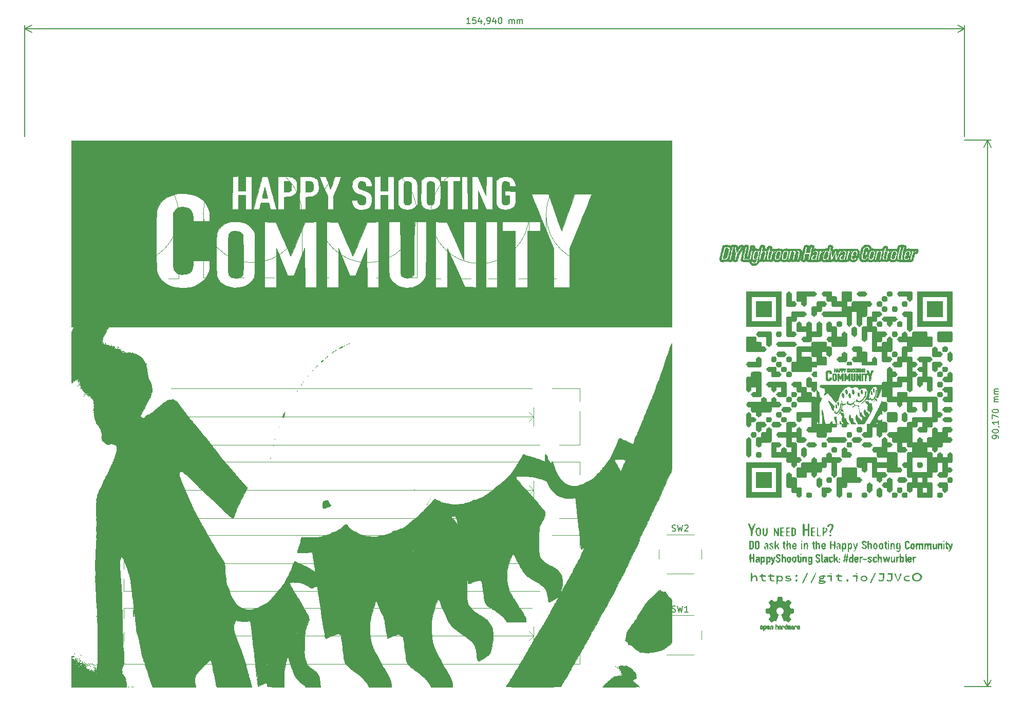
<source format=gbr>
%TF.GenerationSoftware,KiCad,Pcbnew,(5.1.4-0-10_14)*%
%TF.CreationDate,2020-08-04T18:42:11+02:00*%
%TF.ProjectId,usb-teensy3.6_kicad,7573622d-7465-4656-9e73-79332e365f6b,rev?*%
%TF.SameCoordinates,Original*%
%TF.FileFunction,Legend,Top*%
%TF.FilePolarity,Positive*%
%FSLAX46Y46*%
G04 Gerber Fmt 4.6, Leading zero omitted, Abs format (unit mm)*
G04 Created by KiCad (PCBNEW (5.1.4-0-10_14)) date 2020-08-04 18:42:11*
%MOMM*%
%LPD*%
G04 APERTURE LIST*
%ADD10C,0.150000*%
%ADD11C,0.010000*%
%ADD12C,0.120000*%
G04 APERTURE END LIST*
D10*
X147082380Y-40427380D02*
X146510952Y-40427380D01*
X146796666Y-40427380D02*
X146796666Y-39427380D01*
X146701428Y-39570238D01*
X146606190Y-39665476D01*
X146510952Y-39713095D01*
X147987142Y-39427380D02*
X147510952Y-39427380D01*
X147463333Y-39903571D01*
X147510952Y-39855952D01*
X147606190Y-39808333D01*
X147844285Y-39808333D01*
X147939523Y-39855952D01*
X147987142Y-39903571D01*
X148034761Y-39998809D01*
X148034761Y-40236904D01*
X147987142Y-40332142D01*
X147939523Y-40379761D01*
X147844285Y-40427380D01*
X147606190Y-40427380D01*
X147510952Y-40379761D01*
X147463333Y-40332142D01*
X148891904Y-39760714D02*
X148891904Y-40427380D01*
X148653809Y-39379761D02*
X148415714Y-40094047D01*
X149034761Y-40094047D01*
X149463333Y-40379761D02*
X149463333Y-40427380D01*
X149415714Y-40522619D01*
X149368095Y-40570238D01*
X149939523Y-40427380D02*
X150130000Y-40427380D01*
X150225238Y-40379761D01*
X150272857Y-40332142D01*
X150368095Y-40189285D01*
X150415714Y-39998809D01*
X150415714Y-39617857D01*
X150368095Y-39522619D01*
X150320476Y-39475000D01*
X150225238Y-39427380D01*
X150034761Y-39427380D01*
X149939523Y-39475000D01*
X149891904Y-39522619D01*
X149844285Y-39617857D01*
X149844285Y-39855952D01*
X149891904Y-39951190D01*
X149939523Y-39998809D01*
X150034761Y-40046428D01*
X150225238Y-40046428D01*
X150320476Y-39998809D01*
X150368095Y-39951190D01*
X150415714Y-39855952D01*
X151272857Y-39760714D02*
X151272857Y-40427380D01*
X151034761Y-39379761D02*
X150796666Y-40094047D01*
X151415714Y-40094047D01*
X151987142Y-39427380D02*
X152082380Y-39427380D01*
X152177619Y-39475000D01*
X152225238Y-39522619D01*
X152272857Y-39617857D01*
X152320476Y-39808333D01*
X152320476Y-40046428D01*
X152272857Y-40236904D01*
X152225238Y-40332142D01*
X152177619Y-40379761D01*
X152082380Y-40427380D01*
X151987142Y-40427380D01*
X151891904Y-40379761D01*
X151844285Y-40332142D01*
X151796666Y-40236904D01*
X151749047Y-40046428D01*
X151749047Y-39808333D01*
X151796666Y-39617857D01*
X151844285Y-39522619D01*
X151891904Y-39475000D01*
X151987142Y-39427380D01*
X153510952Y-40427380D02*
X153510952Y-39760714D01*
X153510952Y-39855952D02*
X153558571Y-39808333D01*
X153653809Y-39760714D01*
X153796666Y-39760714D01*
X153891904Y-39808333D01*
X153939523Y-39903571D01*
X153939523Y-40427380D01*
X153939523Y-39903571D02*
X153987142Y-39808333D01*
X154082380Y-39760714D01*
X154225238Y-39760714D01*
X154320476Y-39808333D01*
X154368095Y-39903571D01*
X154368095Y-40427380D01*
X154844285Y-40427380D02*
X154844285Y-39760714D01*
X154844285Y-39855952D02*
X154891904Y-39808333D01*
X154987142Y-39760714D01*
X155130000Y-39760714D01*
X155225238Y-39808333D01*
X155272857Y-39903571D01*
X155272857Y-40427380D01*
X155272857Y-39903571D02*
X155320476Y-39808333D01*
X155415714Y-39760714D01*
X155558571Y-39760714D01*
X155653809Y-39808333D01*
X155701428Y-39903571D01*
X155701428Y-40427380D01*
X73660000Y-41275000D02*
X228600000Y-41275000D01*
X73660000Y-59055000D02*
X73660000Y-40688579D01*
X228600000Y-59055000D02*
X228600000Y-40688579D01*
X228600000Y-41275000D02*
X227473496Y-41861421D01*
X228600000Y-41275000D02*
X227473496Y-40688579D01*
X73660000Y-41275000D02*
X74786504Y-41861421D01*
X73660000Y-41275000D02*
X74786504Y-40688579D01*
X234162380Y-108822619D02*
X234162380Y-108632142D01*
X234114761Y-108536904D01*
X234067142Y-108489285D01*
X233924285Y-108394047D01*
X233733809Y-108346428D01*
X233352857Y-108346428D01*
X233257619Y-108394047D01*
X233210000Y-108441666D01*
X233162380Y-108536904D01*
X233162380Y-108727380D01*
X233210000Y-108822619D01*
X233257619Y-108870238D01*
X233352857Y-108917857D01*
X233590952Y-108917857D01*
X233686190Y-108870238D01*
X233733809Y-108822619D01*
X233781428Y-108727380D01*
X233781428Y-108536904D01*
X233733809Y-108441666D01*
X233686190Y-108394047D01*
X233590952Y-108346428D01*
X233162380Y-107727380D02*
X233162380Y-107632142D01*
X233210000Y-107536904D01*
X233257619Y-107489285D01*
X233352857Y-107441666D01*
X233543333Y-107394047D01*
X233781428Y-107394047D01*
X233971904Y-107441666D01*
X234067142Y-107489285D01*
X234114761Y-107536904D01*
X234162380Y-107632142D01*
X234162380Y-107727380D01*
X234114761Y-107822619D01*
X234067142Y-107870238D01*
X233971904Y-107917857D01*
X233781428Y-107965476D01*
X233543333Y-107965476D01*
X233352857Y-107917857D01*
X233257619Y-107870238D01*
X233210000Y-107822619D01*
X233162380Y-107727380D01*
X234114761Y-106917857D02*
X234162380Y-106917857D01*
X234257619Y-106965476D01*
X234305238Y-107013095D01*
X234162380Y-105965476D02*
X234162380Y-106536904D01*
X234162380Y-106251190D02*
X233162380Y-106251190D01*
X233305238Y-106346428D01*
X233400476Y-106441666D01*
X233448095Y-106536904D01*
X233162380Y-105632142D02*
X233162380Y-104965476D01*
X234162380Y-105394047D01*
X233162380Y-104394047D02*
X233162380Y-104298809D01*
X233210000Y-104203571D01*
X233257619Y-104155952D01*
X233352857Y-104108333D01*
X233543333Y-104060714D01*
X233781428Y-104060714D01*
X233971904Y-104108333D01*
X234067142Y-104155952D01*
X234114761Y-104203571D01*
X234162380Y-104298809D01*
X234162380Y-104394047D01*
X234114761Y-104489285D01*
X234067142Y-104536904D01*
X233971904Y-104584523D01*
X233781428Y-104632142D01*
X233543333Y-104632142D01*
X233352857Y-104584523D01*
X233257619Y-104536904D01*
X233210000Y-104489285D01*
X233162380Y-104394047D01*
X234162380Y-102870238D02*
X233495714Y-102870238D01*
X233590952Y-102870238D02*
X233543333Y-102822619D01*
X233495714Y-102727380D01*
X233495714Y-102584523D01*
X233543333Y-102489285D01*
X233638571Y-102441666D01*
X234162380Y-102441666D01*
X233638571Y-102441666D02*
X233543333Y-102394047D01*
X233495714Y-102298809D01*
X233495714Y-102155952D01*
X233543333Y-102060714D01*
X233638571Y-102013095D01*
X234162380Y-102013095D01*
X234162380Y-101536904D02*
X233495714Y-101536904D01*
X233590952Y-101536904D02*
X233543333Y-101489285D01*
X233495714Y-101394047D01*
X233495714Y-101251190D01*
X233543333Y-101155952D01*
X233638571Y-101108333D01*
X234162380Y-101108333D01*
X233638571Y-101108333D02*
X233543333Y-101060714D01*
X233495714Y-100965476D01*
X233495714Y-100822619D01*
X233543333Y-100727380D01*
X233638571Y-100679761D01*
X234162380Y-100679761D01*
X232410000Y-149860000D02*
X232410000Y-59690000D01*
X228600000Y-149860000D02*
X232996421Y-149860000D01*
X228600000Y-59690000D02*
X232996421Y-59690000D01*
X232410000Y-59690000D02*
X232996421Y-60816504D01*
X232410000Y-59690000D02*
X231823579Y-60816504D01*
X232410000Y-149860000D02*
X232996421Y-148733496D01*
X232410000Y-149860000D02*
X231823579Y-148733496D01*
D11*
G36*
X120671734Y-66445380D02*
G01*
X120836928Y-66475810D01*
X120956097Y-66541361D01*
X121025612Y-66604188D01*
X121109615Y-66702085D01*
X121159515Y-66812658D01*
X121183952Y-66973034D01*
X121191570Y-67220341D01*
X121191867Y-67318467D01*
X121187652Y-67599581D01*
X121169245Y-67782471D01*
X121128005Y-67904264D01*
X121055291Y-68002087D01*
X121025612Y-68032746D01*
X120912652Y-68125849D01*
X120780969Y-68176385D01*
X120586059Y-68196492D01*
X120416012Y-68199000D01*
X119972667Y-68199000D01*
X119972667Y-66437933D01*
X120416012Y-66437933D01*
X120671734Y-66445380D01*
X120671734Y-66445380D01*
G37*
X120671734Y-66445380D02*
X120836928Y-66475810D01*
X120956097Y-66541361D01*
X121025612Y-66604188D01*
X121109615Y-66702085D01*
X121159515Y-66812658D01*
X121183952Y-66973034D01*
X121191570Y-67220341D01*
X121191867Y-67318467D01*
X121187652Y-67599581D01*
X121169245Y-67782471D01*
X121128005Y-67904264D01*
X121055291Y-68002087D01*
X121025612Y-68032746D01*
X120912652Y-68125849D01*
X120780969Y-68176385D01*
X120586059Y-68196492D01*
X120416012Y-68199000D01*
X119972667Y-68199000D01*
X119972667Y-66437933D01*
X120416012Y-66437933D01*
X120671734Y-66445380D01*
G36*
X117081868Y-66445380D02*
G01*
X117247061Y-66475810D01*
X117366231Y-66541361D01*
X117435746Y-66604188D01*
X117519749Y-66702085D01*
X117569648Y-66812658D01*
X117594086Y-66973034D01*
X117601703Y-67220341D01*
X117602000Y-67318467D01*
X117597785Y-67599581D01*
X117579379Y-67782471D01*
X117538139Y-67904264D01*
X117465424Y-68002087D01*
X117435746Y-68032746D01*
X117322786Y-68125849D01*
X117191102Y-68176385D01*
X116996192Y-68196492D01*
X116826146Y-68199000D01*
X116382800Y-68199000D01*
X116382800Y-66437933D01*
X116826146Y-66437933D01*
X117081868Y-66445380D01*
X117081868Y-66445380D01*
G37*
X117081868Y-66445380D02*
X117247061Y-66475810D01*
X117366231Y-66541361D01*
X117435746Y-66604188D01*
X117519749Y-66702085D01*
X117569648Y-66812658D01*
X117594086Y-66973034D01*
X117601703Y-67220341D01*
X117602000Y-67318467D01*
X117597785Y-67599581D01*
X117579379Y-67782471D01*
X117538139Y-67904264D01*
X117465424Y-68002087D01*
X117435746Y-68032746D01*
X117322786Y-68125849D01*
X117191102Y-68176385D01*
X116996192Y-68196492D01*
X116826146Y-68199000D01*
X116382800Y-68199000D01*
X116382800Y-66437933D01*
X116826146Y-66437933D01*
X117081868Y-66445380D01*
G36*
X113236311Y-67469987D02*
G01*
X113286090Y-67626797D01*
X113351390Y-67868708D01*
X113425469Y-68172111D01*
X113435678Y-68216079D01*
X113511144Y-68539447D01*
X113577725Y-68818120D01*
X113628514Y-69023643D01*
X113656608Y-69127562D01*
X113657559Y-69130334D01*
X113635318Y-69178487D01*
X113514296Y-69205528D01*
X113277523Y-69214899D01*
X113240447Y-69215000D01*
X112997686Y-69210041D01*
X112861781Y-69190116D01*
X112804325Y-69147655D01*
X112795625Y-69096467D01*
X112812312Y-68982961D01*
X112854554Y-68778901D01*
X112914551Y-68515892D01*
X112984506Y-68225543D01*
X113056620Y-67939460D01*
X113123094Y-67689251D01*
X113176130Y-67506522D01*
X113207930Y-67422881D01*
X113208800Y-67421889D01*
X113236311Y-67469987D01*
X113236311Y-67469987D01*
G37*
X113236311Y-67469987D02*
X113286090Y-67626797D01*
X113351390Y-67868708D01*
X113425469Y-68172111D01*
X113435678Y-68216079D01*
X113511144Y-68539447D01*
X113577725Y-68818120D01*
X113628514Y-69023643D01*
X113656608Y-69127562D01*
X113657559Y-69130334D01*
X113635318Y-69178487D01*
X113514296Y-69205528D01*
X113277523Y-69214899D01*
X113240447Y-69215000D01*
X112997686Y-69210041D01*
X112861781Y-69190116D01*
X112804325Y-69147655D01*
X112795625Y-69096467D01*
X112812312Y-68982961D01*
X112854554Y-68778901D01*
X112914551Y-68515892D01*
X112984506Y-68225543D01*
X113056620Y-67939460D01*
X113123094Y-67689251D01*
X113176130Y-67506522D01*
X113207930Y-67422881D01*
X113208800Y-67421889D01*
X113236311Y-67469987D01*
G36*
X140843061Y-66496155D02*
G01*
X141006946Y-66604188D01*
X141173200Y-66770443D01*
X141173200Y-68359715D01*
X141171464Y-68815297D01*
X141166592Y-69229317D01*
X141159093Y-69581295D01*
X141149473Y-69850749D01*
X141138241Y-70017199D01*
X141131125Y-70058632D01*
X141026807Y-70181818D01*
X140844108Y-70290216D01*
X140639332Y-70354515D01*
X140550030Y-70361119D01*
X140364480Y-70333006D01*
X140214821Y-70290015D01*
X140114352Y-70242491D01*
X140036156Y-70171895D01*
X139977793Y-70062612D01*
X139936825Y-69899023D01*
X139910811Y-69665512D01*
X139897313Y-69346460D01*
X139893890Y-68926252D01*
X139898105Y-68389270D01*
X139899581Y-68271741D01*
X139906449Y-67770617D01*
X139913522Y-67387384D01*
X139922661Y-67104477D01*
X139935726Y-66904330D01*
X139954576Y-66769378D01*
X139981070Y-66682055D01*
X140017069Y-66624796D01*
X140064432Y-66580034D01*
X140080037Y-66567306D01*
X140309457Y-66457748D01*
X140581906Y-66434752D01*
X140843061Y-66496155D01*
X140843061Y-66496155D01*
G37*
X140843061Y-66496155D02*
X141006946Y-66604188D01*
X141173200Y-66770443D01*
X141173200Y-68359715D01*
X141171464Y-68815297D01*
X141166592Y-69229317D01*
X141159093Y-69581295D01*
X141149473Y-69850749D01*
X141138241Y-70017199D01*
X141131125Y-70058632D01*
X141026807Y-70181818D01*
X140844108Y-70290216D01*
X140639332Y-70354515D01*
X140550030Y-70361119D01*
X140364480Y-70333006D01*
X140214821Y-70290015D01*
X140114352Y-70242491D01*
X140036156Y-70171895D01*
X139977793Y-70062612D01*
X139936825Y-69899023D01*
X139910811Y-69665512D01*
X139897313Y-69346460D01*
X139893890Y-68926252D01*
X139898105Y-68389270D01*
X139899581Y-68271741D01*
X139906449Y-67770617D01*
X139913522Y-67387384D01*
X139922661Y-67104477D01*
X139935726Y-66904330D01*
X139954576Y-66769378D01*
X139981070Y-66682055D01*
X140017069Y-66624796D01*
X140064432Y-66580034D01*
X140080037Y-66567306D01*
X140309457Y-66457748D01*
X140581906Y-66434752D01*
X140843061Y-66496155D01*
G36*
X137049995Y-66496155D02*
G01*
X137213879Y-66604188D01*
X137380133Y-66770443D01*
X137380133Y-68359715D01*
X137378397Y-68815297D01*
X137373526Y-69229317D01*
X137366026Y-69581295D01*
X137356407Y-69850749D01*
X137345174Y-70017199D01*
X137338059Y-70058632D01*
X137233740Y-70181818D01*
X137051041Y-70290216D01*
X136846265Y-70354515D01*
X136756964Y-70361119D01*
X136571413Y-70333006D01*
X136421755Y-70290015D01*
X136321286Y-70242491D01*
X136243090Y-70171895D01*
X136184727Y-70062612D01*
X136143758Y-69899023D01*
X136117744Y-69665512D01*
X136104246Y-69346460D01*
X136100824Y-68926252D01*
X136105039Y-68389270D01*
X136106515Y-68271741D01*
X136113382Y-67770617D01*
X136120456Y-67387384D01*
X136129595Y-67104477D01*
X136142659Y-66904330D01*
X136161509Y-66769378D01*
X136188003Y-66682055D01*
X136224002Y-66624796D01*
X136271366Y-66580034D01*
X136286971Y-66567306D01*
X136516390Y-66457748D01*
X136788839Y-66434752D01*
X137049995Y-66496155D01*
X137049995Y-66496155D01*
G37*
X137049995Y-66496155D02*
X137213879Y-66604188D01*
X137380133Y-66770443D01*
X137380133Y-68359715D01*
X137378397Y-68815297D01*
X137373526Y-69229317D01*
X137366026Y-69581295D01*
X137356407Y-69850749D01*
X137345174Y-70017199D01*
X137338059Y-70058632D01*
X137233740Y-70181818D01*
X137051041Y-70290216D01*
X136846265Y-70354515D01*
X136756964Y-70361119D01*
X136571413Y-70333006D01*
X136421755Y-70290015D01*
X136321286Y-70242491D01*
X136243090Y-70171895D01*
X136184727Y-70062612D01*
X136143758Y-69899023D01*
X136117744Y-69665512D01*
X136104246Y-69346460D01*
X136100824Y-68926252D01*
X136105039Y-68389270D01*
X136106515Y-68271741D01*
X136113382Y-67770617D01*
X136120456Y-67387384D01*
X136129595Y-67104477D01*
X136142659Y-66904330D01*
X136161509Y-66769378D01*
X136188003Y-66682055D01*
X136224002Y-66624796D01*
X136271366Y-66580034D01*
X136286971Y-66567306D01*
X136516390Y-66457748D01*
X136788839Y-66434752D01*
X137049995Y-66496155D01*
G36*
X108833141Y-74701442D02*
G01*
X109172801Y-74837256D01*
X109445547Y-75045667D01*
X109643333Y-75252063D01*
X109661205Y-78448065D01*
X109665577Y-79229437D01*
X109668166Y-79886979D01*
X109667387Y-80432326D01*
X109661658Y-80877115D01*
X109649395Y-81232982D01*
X109629015Y-81511564D01*
X109598935Y-81724495D01*
X109557571Y-81883412D01*
X109503341Y-81999952D01*
X109434661Y-82085749D01*
X109349948Y-82152442D01*
X109247619Y-82211665D01*
X109141613Y-82266909D01*
X108783111Y-82388592D01*
X108373647Y-82423561D01*
X107967065Y-82370933D01*
X107731266Y-82289984D01*
X107500680Y-82144338D01*
X107323136Y-81958917D01*
X107308186Y-81935872D01*
X107276373Y-81879237D01*
X107249919Y-81814845D01*
X107228329Y-81730431D01*
X107211109Y-81613731D01*
X107197764Y-81452481D01*
X107187799Y-81234415D01*
X107180720Y-80947270D01*
X107176032Y-80578782D01*
X107173241Y-80116685D01*
X107171852Y-79548716D01*
X107171370Y-78862609D01*
X107171320Y-78541903D01*
X107171827Y-77784235D01*
X107173706Y-77150536D01*
X107177298Y-76629314D01*
X107182944Y-76209074D01*
X107190984Y-75878323D01*
X107201760Y-75625569D01*
X107215612Y-75439317D01*
X107232880Y-75308074D01*
X107253905Y-75220348D01*
X107271025Y-75178709D01*
X107468422Y-74935005D01*
X107752393Y-74763648D01*
X108093877Y-74666416D01*
X108463813Y-74645089D01*
X108833141Y-74701442D01*
X108833141Y-74701442D01*
G37*
X108833141Y-74701442D02*
X109172801Y-74837256D01*
X109445547Y-75045667D01*
X109643333Y-75252063D01*
X109661205Y-78448065D01*
X109665577Y-79229437D01*
X109668166Y-79886979D01*
X109667387Y-80432326D01*
X109661658Y-80877115D01*
X109649395Y-81232982D01*
X109629015Y-81511564D01*
X109598935Y-81724495D01*
X109557571Y-81883412D01*
X109503341Y-81999952D01*
X109434661Y-82085749D01*
X109349948Y-82152442D01*
X109247619Y-82211665D01*
X109141613Y-82266909D01*
X108783111Y-82388592D01*
X108373647Y-82423561D01*
X107967065Y-82370933D01*
X107731266Y-82289984D01*
X107500680Y-82144338D01*
X107323136Y-81958917D01*
X107308186Y-81935872D01*
X107276373Y-81879237D01*
X107249919Y-81814845D01*
X107228329Y-81730431D01*
X107211109Y-81613731D01*
X107197764Y-81452481D01*
X107187799Y-81234415D01*
X107180720Y-80947270D01*
X107176032Y-80578782D01*
X107173241Y-80116685D01*
X107171852Y-79548716D01*
X107171370Y-78862609D01*
X107171320Y-78541903D01*
X107171827Y-77784235D01*
X107173706Y-77150536D01*
X107177298Y-76629314D01*
X107182944Y-76209074D01*
X107190984Y-75878323D01*
X107201760Y-75625569D01*
X107215612Y-75439317D01*
X107232880Y-75308074D01*
X107253905Y-75220348D01*
X107271025Y-75178709D01*
X107468422Y-74935005D01*
X107752393Y-74763648D01*
X108093877Y-74666416D01*
X108463813Y-74645089D01*
X108833141Y-74701442D01*
G36*
X86489117Y-92895429D02*
G01*
X86478534Y-92921667D01*
X86417668Y-92986283D01*
X86406803Y-92989400D01*
X86377710Y-92936995D01*
X86376934Y-92921667D01*
X86429004Y-92856536D01*
X86448664Y-92853933D01*
X86489117Y-92895429D01*
X86489117Y-92895429D01*
G37*
X86489117Y-92895429D02*
X86478534Y-92921667D01*
X86417668Y-92986283D01*
X86406803Y-92989400D01*
X86377710Y-92936995D01*
X86376934Y-92921667D01*
X86429004Y-92856536D01*
X86448664Y-92853933D01*
X86489117Y-92895429D01*
G36*
X127129822Y-93215178D02*
G01*
X127120525Y-93255445D01*
X127084667Y-93260333D01*
X127028915Y-93235551D01*
X127039511Y-93215178D01*
X127119895Y-93207072D01*
X127129822Y-93215178D01*
X127129822Y-93215178D01*
G37*
X127129822Y-93215178D02*
X127120525Y-93255445D01*
X127084667Y-93260333D01*
X127028915Y-93235551D01*
X127039511Y-93215178D01*
X127119895Y-93207072D01*
X127129822Y-93215178D01*
G36*
X86984565Y-93176410D02*
G01*
X86986534Y-93192600D01*
X86934990Y-93258365D01*
X86918800Y-93260333D01*
X86853035Y-93208790D01*
X86851067Y-93192600D01*
X86902610Y-93126835D01*
X86918800Y-93124867D01*
X86984565Y-93176410D01*
X86984565Y-93176410D01*
G37*
X86984565Y-93176410D02*
X86986534Y-93192600D01*
X86934990Y-93258365D01*
X86918800Y-93260333D01*
X86853035Y-93208790D01*
X86851067Y-93192600D01*
X86902610Y-93126835D01*
X86918800Y-93124867D01*
X86984565Y-93176410D01*
G36*
X126791156Y-93350645D02*
G01*
X126781858Y-93390912D01*
X126746000Y-93395800D01*
X126690248Y-93371018D01*
X126700845Y-93350645D01*
X126781228Y-93342538D01*
X126791156Y-93350645D01*
X126791156Y-93350645D01*
G37*
X126791156Y-93350645D02*
X126781858Y-93390912D01*
X126746000Y-93395800D01*
X126690248Y-93371018D01*
X126700845Y-93350645D01*
X126781228Y-93342538D01*
X126791156Y-93350645D01*
G36*
X87934800Y-93429667D02*
G01*
X87900933Y-93463534D01*
X87867067Y-93429667D01*
X87900933Y-93395800D01*
X87934800Y-93429667D01*
X87934800Y-93429667D01*
G37*
X87934800Y-93429667D02*
X87900933Y-93463534D01*
X87867067Y-93429667D01*
X87900933Y-93395800D01*
X87934800Y-93429667D01*
G36*
X126339600Y-93565134D02*
G01*
X126305734Y-93599000D01*
X126271867Y-93565134D01*
X126305734Y-93531267D01*
X126339600Y-93565134D01*
X126339600Y-93565134D01*
G37*
X126339600Y-93565134D02*
X126305734Y-93599000D01*
X126271867Y-93565134D01*
X126305734Y-93531267D01*
X126339600Y-93565134D01*
G36*
X89104489Y-93825505D02*
G01*
X89106741Y-93847741D01*
X89000707Y-93856822D01*
X88984667Y-93856729D01*
X88879616Y-93846962D01*
X88889643Y-93826347D01*
X88901289Y-93822995D01*
X89048833Y-93813079D01*
X89104489Y-93825505D01*
X89104489Y-93825505D01*
G37*
X89104489Y-93825505D02*
X89106741Y-93847741D01*
X89000707Y-93856822D01*
X88984667Y-93856729D01*
X88879616Y-93846962D01*
X88889643Y-93826347D01*
X88901289Y-93822995D01*
X89048833Y-93813079D01*
X89104489Y-93825505D01*
G36*
X126111361Y-93704648D02*
G01*
X126014588Y-93791404D01*
X126000934Y-93802200D01*
X125857230Y-93887498D01*
X125712953Y-93935111D01*
X125613623Y-93933558D01*
X125594534Y-93904709D01*
X125649728Y-93862638D01*
X125781821Y-93796072D01*
X125940573Y-93727291D01*
X126075748Y-93678576D01*
X126127739Y-93668240D01*
X126111361Y-93704648D01*
X126111361Y-93704648D01*
G37*
X126111361Y-93704648D02*
X126014588Y-93791404D01*
X126000934Y-93802200D01*
X125857230Y-93887498D01*
X125712953Y-93935111D01*
X125613623Y-93933558D01*
X125594534Y-93904709D01*
X125649728Y-93862638D01*
X125781821Y-93796072D01*
X125940573Y-93727291D01*
X126075748Y-93678576D01*
X126127739Y-93668240D01*
X126111361Y-93704648D01*
G36*
X125526800Y-93971534D02*
G01*
X125492934Y-94005400D01*
X125459067Y-93971534D01*
X125492934Y-93937667D01*
X125526800Y-93971534D01*
X125526800Y-93971534D01*
G37*
X125526800Y-93971534D02*
X125492934Y-94005400D01*
X125459067Y-93971534D01*
X125492934Y-93937667D01*
X125526800Y-93971534D01*
G36*
X89492667Y-94039267D02*
G01*
X89458800Y-94073134D01*
X89424933Y-94039267D01*
X89458800Y-94005400D01*
X89492667Y-94039267D01*
X89492667Y-94039267D01*
G37*
X89492667Y-94039267D02*
X89458800Y-94073134D01*
X89424933Y-94039267D01*
X89458800Y-94005400D01*
X89492667Y-94039267D01*
G36*
X89266889Y-94095711D02*
G01*
X89274995Y-94176095D01*
X89266889Y-94186022D01*
X89226622Y-94176725D01*
X89221733Y-94140867D01*
X89246516Y-94085115D01*
X89266889Y-94095711D01*
X89266889Y-94095711D01*
G37*
X89266889Y-94095711D02*
X89274995Y-94176095D01*
X89266889Y-94186022D01*
X89226622Y-94176725D01*
X89221733Y-94140867D01*
X89246516Y-94085115D01*
X89266889Y-94095711D01*
G36*
X124984934Y-94310200D02*
G01*
X124951067Y-94344067D01*
X124917200Y-94310200D01*
X124951067Y-94276334D01*
X124984934Y-94310200D01*
X124984934Y-94310200D01*
G37*
X124984934Y-94310200D02*
X124951067Y-94344067D01*
X124917200Y-94310200D01*
X124951067Y-94276334D01*
X124984934Y-94310200D01*
G36*
X124849467Y-94377934D02*
G01*
X124815600Y-94411800D01*
X124781734Y-94377934D01*
X124815600Y-94344067D01*
X124849467Y-94377934D01*
X124849467Y-94377934D01*
G37*
X124849467Y-94377934D02*
X124815600Y-94411800D01*
X124781734Y-94377934D01*
X124815600Y-94344067D01*
X124849467Y-94377934D01*
G36*
X124625016Y-94523286D02*
G01*
X124612400Y-94547267D01*
X124548581Y-94611952D01*
X124536672Y-94615000D01*
X124532051Y-94571248D01*
X124544667Y-94547267D01*
X124608486Y-94482581D01*
X124620395Y-94479534D01*
X124625016Y-94523286D01*
X124625016Y-94523286D01*
G37*
X124625016Y-94523286D02*
X124612400Y-94547267D01*
X124548581Y-94611952D01*
X124536672Y-94615000D01*
X124532051Y-94571248D01*
X124544667Y-94547267D01*
X124608486Y-94482581D01*
X124620395Y-94479534D01*
X124625016Y-94523286D01*
G36*
X124421811Y-94650590D02*
G01*
X124383973Y-94699667D01*
X124285109Y-94804970D01*
X124240979Y-94804512D01*
X124239867Y-94792627D01*
X124286154Y-94736087D01*
X124358400Y-94674094D01*
X124438630Y-94615515D01*
X124421811Y-94650590D01*
X124421811Y-94650590D01*
G37*
X124421811Y-94650590D02*
X124383973Y-94699667D01*
X124285109Y-94804970D01*
X124240979Y-94804512D01*
X124239867Y-94792627D01*
X124286154Y-94736087D01*
X124358400Y-94674094D01*
X124438630Y-94615515D01*
X124421811Y-94650590D01*
G36*
X91863334Y-94852067D02*
G01*
X91829467Y-94885934D01*
X91795600Y-94852067D01*
X91829467Y-94818200D01*
X91863334Y-94852067D01*
X91863334Y-94852067D01*
G37*
X91863334Y-94852067D02*
X91829467Y-94885934D01*
X91795600Y-94852067D01*
X91829467Y-94818200D01*
X91863334Y-94852067D01*
G36*
X123541283Y-95336086D02*
G01*
X123528667Y-95360067D01*
X123464848Y-95424752D01*
X123452939Y-95427800D01*
X123448317Y-95384048D01*
X123460934Y-95360067D01*
X123524753Y-95295381D01*
X123536662Y-95292334D01*
X123541283Y-95336086D01*
X123541283Y-95336086D01*
G37*
X123541283Y-95336086D02*
X123528667Y-95360067D01*
X123464848Y-95424752D01*
X123452939Y-95427800D01*
X123448317Y-95384048D01*
X123460934Y-95360067D01*
X123524753Y-95295381D01*
X123536662Y-95292334D01*
X123541283Y-95336086D01*
G36*
X123223867Y-95597134D02*
G01*
X123190000Y-95631000D01*
X123156134Y-95597134D01*
X123190000Y-95563267D01*
X123223867Y-95597134D01*
X123223867Y-95597134D01*
G37*
X123223867Y-95597134D02*
X123190000Y-95631000D01*
X123156134Y-95597134D01*
X123190000Y-95563267D01*
X123223867Y-95597134D01*
G36*
X122810122Y-96007477D02*
G01*
X122793628Y-96068236D01*
X122706794Y-96153821D01*
X122597742Y-96223351D01*
X122535713Y-96240600D01*
X122508759Y-96190829D01*
X122520030Y-96144237D01*
X122602698Y-96044537D01*
X122721904Y-95990287D01*
X122810122Y-96007477D01*
X122810122Y-96007477D01*
G37*
X122810122Y-96007477D02*
X122793628Y-96068236D01*
X122706794Y-96153821D01*
X122597742Y-96223351D01*
X122535713Y-96240600D01*
X122508759Y-96190829D01*
X122520030Y-96144237D01*
X122602698Y-96044537D01*
X122721904Y-95990287D01*
X122810122Y-96007477D01*
G36*
X93669556Y-96534111D02*
G01*
X93677662Y-96614495D01*
X93669556Y-96624422D01*
X93629288Y-96615125D01*
X93624400Y-96579267D01*
X93649183Y-96523515D01*
X93669556Y-96534111D01*
X93669556Y-96534111D01*
G37*
X93669556Y-96534111D02*
X93677662Y-96614495D01*
X93669556Y-96624422D01*
X93629288Y-96615125D01*
X93624400Y-96579267D01*
X93649183Y-96523515D01*
X93669556Y-96534111D01*
G36*
X121867232Y-96901744D02*
G01*
X121869200Y-96917934D01*
X121817657Y-96983699D01*
X121801467Y-96985667D01*
X121735702Y-96934123D01*
X121733734Y-96917934D01*
X121785277Y-96852168D01*
X121801467Y-96850200D01*
X121867232Y-96901744D01*
X121867232Y-96901744D01*
G37*
X121867232Y-96901744D02*
X121869200Y-96917934D01*
X121817657Y-96983699D01*
X121801467Y-96985667D01*
X121735702Y-96934123D01*
X121733734Y-96917934D01*
X121785277Y-96852168D01*
X121801467Y-96850200D01*
X121867232Y-96901744D01*
G36*
X121598267Y-97155000D02*
G01*
X121564400Y-97188867D01*
X121530534Y-97155000D01*
X121564400Y-97121134D01*
X121598267Y-97155000D01*
X121598267Y-97155000D01*
G37*
X121598267Y-97155000D02*
X121564400Y-97188867D01*
X121530534Y-97155000D01*
X121564400Y-97121134D01*
X121598267Y-97155000D01*
G36*
X121124134Y-97629134D02*
G01*
X121090267Y-97663000D01*
X121056400Y-97629134D01*
X121090267Y-97595267D01*
X121124134Y-97629134D01*
X121124134Y-97629134D01*
G37*
X121124134Y-97629134D02*
X121090267Y-97663000D01*
X121056400Y-97629134D01*
X121090267Y-97595267D01*
X121124134Y-97629134D01*
G36*
X120311334Y-98577400D02*
G01*
X120277467Y-98611267D01*
X120243600Y-98577400D01*
X120277467Y-98543534D01*
X120311334Y-98577400D01*
X120311334Y-98577400D01*
G37*
X120311334Y-98577400D02*
X120277467Y-98611267D01*
X120243600Y-98577400D01*
X120277467Y-98543534D01*
X120311334Y-98577400D01*
G36*
X119566267Y-99525667D02*
G01*
X119532400Y-99559534D01*
X119498534Y-99525667D01*
X119532400Y-99491800D01*
X119566267Y-99525667D01*
X119566267Y-99525667D01*
G37*
X119566267Y-99525667D02*
X119532400Y-99559534D01*
X119498534Y-99525667D01*
X119532400Y-99491800D01*
X119566267Y-99525667D01*
G36*
X82536158Y-99608962D02*
G01*
X82550000Y-99627267D01*
X82546904Y-99689782D01*
X82524128Y-99695000D01*
X82428375Y-99645572D01*
X82414534Y-99627267D01*
X82417630Y-99564752D01*
X82440405Y-99559534D01*
X82536158Y-99608962D01*
X82536158Y-99608962D01*
G37*
X82536158Y-99608962D02*
X82550000Y-99627267D01*
X82546904Y-99689782D01*
X82524128Y-99695000D01*
X82428375Y-99645572D01*
X82414534Y-99627267D01*
X82417630Y-99564752D01*
X82440405Y-99559534D01*
X82536158Y-99608962D01*
G36*
X119363067Y-99864334D02*
G01*
X119329200Y-99898200D01*
X119295334Y-99864334D01*
X119329200Y-99830467D01*
X119363067Y-99864334D01*
X119363067Y-99864334D01*
G37*
X119363067Y-99864334D02*
X119329200Y-99898200D01*
X119295334Y-99864334D01*
X119329200Y-99830467D01*
X119363067Y-99864334D01*
G36*
X82651600Y-99932067D02*
G01*
X82617734Y-99965934D01*
X82583867Y-99932067D01*
X82617734Y-99898200D01*
X82651600Y-99932067D01*
X82651600Y-99932067D01*
G37*
X82651600Y-99932067D02*
X82617734Y-99965934D01*
X82583867Y-99932067D01*
X82617734Y-99898200D01*
X82651600Y-99932067D01*
G36*
X119227600Y-100067534D02*
G01*
X119193734Y-100101400D01*
X119159867Y-100067534D01*
X119193734Y-100033667D01*
X119227600Y-100067534D01*
X119227600Y-100067534D01*
G37*
X119227600Y-100067534D02*
X119193734Y-100101400D01*
X119159867Y-100067534D01*
X119193734Y-100033667D01*
X119227600Y-100067534D01*
G36*
X82583867Y-100067534D02*
G01*
X82550000Y-100101400D01*
X82516134Y-100067534D01*
X82550000Y-100033667D01*
X82583867Y-100067534D01*
X82583867Y-100067534D01*
G37*
X82583867Y-100067534D02*
X82550000Y-100101400D01*
X82516134Y-100067534D01*
X82550000Y-100033667D01*
X82583867Y-100067534D01*
G36*
X82380667Y-100135267D02*
G01*
X82346800Y-100169134D01*
X82312933Y-100135267D01*
X82346800Y-100101400D01*
X82380667Y-100135267D01*
X82380667Y-100135267D01*
G37*
X82380667Y-100135267D02*
X82346800Y-100169134D01*
X82312933Y-100135267D01*
X82346800Y-100101400D01*
X82380667Y-100135267D01*
G36*
X82899956Y-100598111D02*
G01*
X82890658Y-100638379D01*
X82854800Y-100643267D01*
X82799048Y-100618484D01*
X82809645Y-100598111D01*
X82890028Y-100590005D01*
X82899956Y-100598111D01*
X82899956Y-100598111D01*
G37*
X82899956Y-100598111D02*
X82890658Y-100638379D01*
X82854800Y-100643267D01*
X82799048Y-100618484D01*
X82809645Y-100598111D01*
X82890028Y-100590005D01*
X82899956Y-100598111D01*
G36*
X118550267Y-101015800D02*
G01*
X118516400Y-101049667D01*
X118482534Y-101015800D01*
X118516400Y-100981934D01*
X118550267Y-101015800D01*
X118550267Y-101015800D01*
G37*
X118550267Y-101015800D02*
X118516400Y-101049667D01*
X118482534Y-101015800D01*
X118516400Y-100981934D01*
X118550267Y-101015800D01*
G36*
X83441822Y-101546378D02*
G01*
X83432525Y-101586645D01*
X83396667Y-101591534D01*
X83340915Y-101566751D01*
X83351511Y-101546378D01*
X83431895Y-101538272D01*
X83441822Y-101546378D01*
X83441822Y-101546378D01*
G37*
X83441822Y-101546378D02*
X83432525Y-101586645D01*
X83396667Y-101591534D01*
X83340915Y-101566751D01*
X83351511Y-101546378D01*
X83431895Y-101538272D01*
X83441822Y-101546378D01*
G36*
X83599867Y-101625400D02*
G01*
X83566000Y-101659267D01*
X83532134Y-101625400D01*
X83566000Y-101591534D01*
X83599867Y-101625400D01*
X83599867Y-101625400D01*
G37*
X83599867Y-101625400D02*
X83566000Y-101659267D01*
X83532134Y-101625400D01*
X83566000Y-101591534D01*
X83599867Y-101625400D01*
G36*
X83441822Y-101817311D02*
G01*
X83432525Y-101857579D01*
X83396667Y-101862467D01*
X83340915Y-101837684D01*
X83351511Y-101817311D01*
X83431895Y-101809205D01*
X83441822Y-101817311D01*
X83441822Y-101817311D01*
G37*
X83441822Y-101817311D02*
X83432525Y-101857579D01*
X83396667Y-101862467D01*
X83340915Y-101837684D01*
X83351511Y-101817311D01*
X83431895Y-101809205D01*
X83441822Y-101817311D01*
G36*
X116518267Y-104537934D02*
G01*
X116484400Y-104571800D01*
X116450534Y-104537934D01*
X116484400Y-104504067D01*
X116518267Y-104537934D01*
X116518267Y-104537934D01*
G37*
X116518267Y-104537934D02*
X116484400Y-104571800D01*
X116450534Y-104537934D01*
X116484400Y-104504067D01*
X116518267Y-104537934D01*
G36*
X116447350Y-104707605D02*
G01*
X116464647Y-104734892D01*
X116493328Y-104880789D01*
X116468511Y-105071693D01*
X116405168Y-105261320D01*
X116318273Y-105403387D01*
X116232546Y-105452334D01*
X116130995Y-105409428D01*
X116111867Y-105359344D01*
X116137901Y-105247241D01*
X116204410Y-105063239D01*
X116255391Y-104941894D01*
X116342742Y-104759290D01*
X116400974Y-104686886D01*
X116447350Y-104707605D01*
X116447350Y-104707605D01*
G37*
X116447350Y-104707605D02*
X116464647Y-104734892D01*
X116493328Y-104880789D01*
X116468511Y-105071693D01*
X116405168Y-105261320D01*
X116318273Y-105403387D01*
X116232546Y-105452334D01*
X116130995Y-105409428D01*
X116111867Y-105359344D01*
X116137901Y-105247241D01*
X116204410Y-105063239D01*
X116255391Y-104941894D01*
X116342742Y-104759290D01*
X116400974Y-104686886D01*
X116447350Y-104707605D01*
G36*
X115570000Y-106976334D02*
G01*
X115536134Y-107010200D01*
X115502267Y-106976334D01*
X115536134Y-106942467D01*
X115570000Y-106976334D01*
X115570000Y-106976334D01*
G37*
X115570000Y-106976334D02*
X115536134Y-107010200D01*
X115502267Y-106976334D01*
X115536134Y-106942467D01*
X115570000Y-106976334D01*
G36*
X114892667Y-108940600D02*
G01*
X114858800Y-108974467D01*
X114824933Y-108940600D01*
X114858800Y-108906734D01*
X114892667Y-108940600D01*
X114892667Y-108940600D01*
G37*
X114892667Y-108940600D02*
X114858800Y-108974467D01*
X114824933Y-108940600D01*
X114858800Y-108906734D01*
X114892667Y-108940600D01*
G36*
X114597587Y-109929310D02*
G01*
X114600939Y-109940956D01*
X114610855Y-110088500D01*
X114598429Y-110144156D01*
X114576193Y-110146408D01*
X114567112Y-110040374D01*
X114567205Y-110024334D01*
X114576972Y-109919282D01*
X114597587Y-109929310D01*
X114597587Y-109929310D01*
G37*
X114597587Y-109929310D02*
X114600939Y-109940956D01*
X114610855Y-110088500D01*
X114598429Y-110144156D01*
X114576193Y-110146408D01*
X114567112Y-110040374D01*
X114567205Y-110024334D01*
X114576972Y-109919282D01*
X114597587Y-109929310D01*
G36*
X114147600Y-112124067D02*
G01*
X114113733Y-112157933D01*
X114079867Y-112124067D01*
X114113733Y-112090200D01*
X114147600Y-112124067D01*
X114147600Y-112124067D01*
G37*
X114147600Y-112124067D02*
X114113733Y-112157933D01*
X114079867Y-112124067D01*
X114113733Y-112090200D01*
X114147600Y-112124067D01*
G36*
X137922000Y-117271800D02*
G01*
X137888133Y-117305667D01*
X137854267Y-117271800D01*
X137888133Y-117237933D01*
X137922000Y-117271800D01*
X137922000Y-117271800D01*
G37*
X137922000Y-117271800D02*
X137888133Y-117305667D01*
X137854267Y-117271800D01*
X137888133Y-117237933D01*
X137922000Y-117271800D01*
G36*
X140631333Y-118491000D02*
G01*
X140597467Y-118524867D01*
X140563600Y-118491000D01*
X140597467Y-118457133D01*
X140631333Y-118491000D01*
X140631333Y-118491000D01*
G37*
X140631333Y-118491000D02*
X140597467Y-118524867D01*
X140563600Y-118491000D01*
X140597467Y-118457133D01*
X140631333Y-118491000D01*
G36*
X140495867Y-118829667D02*
G01*
X140462000Y-118863533D01*
X140428133Y-118829667D01*
X140462000Y-118795800D01*
X140495867Y-118829667D01*
X140495867Y-118829667D01*
G37*
X140495867Y-118829667D02*
X140462000Y-118863533D01*
X140428133Y-118829667D01*
X140462000Y-118795800D01*
X140495867Y-118829667D01*
G36*
X140292667Y-119168333D02*
G01*
X140258800Y-119202200D01*
X140224933Y-119168333D01*
X140258800Y-119134467D01*
X140292667Y-119168333D01*
X140292667Y-119168333D01*
G37*
X140292667Y-119168333D02*
X140258800Y-119202200D01*
X140224933Y-119168333D01*
X140258800Y-119134467D01*
X140292667Y-119168333D01*
G36*
X140194914Y-119315182D02*
G01*
X140183044Y-119368016D01*
X140128386Y-119463355D01*
X140093043Y-119447383D01*
X140089467Y-119409398D01*
X140138660Y-119317550D01*
X140156424Y-119304280D01*
X140194914Y-119315182D01*
X140194914Y-119315182D01*
G37*
X140194914Y-119315182D02*
X140183044Y-119368016D01*
X140128386Y-119463355D01*
X140093043Y-119447383D01*
X140089467Y-119409398D01*
X140138660Y-119317550D01*
X140156424Y-119304280D01*
X140194914Y-119315182D01*
G36*
X140000483Y-119652352D02*
G01*
X139987867Y-119676333D01*
X139924048Y-119741019D01*
X139912139Y-119744067D01*
X139907517Y-119700315D01*
X139920133Y-119676333D01*
X139983953Y-119611648D01*
X139995862Y-119608600D01*
X140000483Y-119652352D01*
X140000483Y-119652352D01*
G37*
X140000483Y-119652352D02*
X139987867Y-119676333D01*
X139924048Y-119741019D01*
X139912139Y-119744067D01*
X139907517Y-119700315D01*
X139920133Y-119676333D01*
X139983953Y-119611648D01*
X139995862Y-119608600D01*
X140000483Y-119652352D01*
G36*
X123583848Y-119116310D02*
G01*
X123635928Y-119170267D01*
X123658785Y-119238872D01*
X123731342Y-119399139D01*
X123853969Y-119573930D01*
X123866850Y-119588791D01*
X123997444Y-119737162D01*
X124095968Y-119850944D01*
X124104053Y-119860496D01*
X124119395Y-119939403D01*
X124017061Y-120022941D01*
X123986572Y-120039244D01*
X123840218Y-120101938D01*
X123620291Y-120182377D01*
X123366925Y-120267553D01*
X123120251Y-120344455D01*
X122920401Y-120400074D01*
X122807695Y-120421400D01*
X122780613Y-120358451D01*
X122764511Y-120188155D01*
X122761447Y-119938336D01*
X122764030Y-119831344D01*
X122783600Y-119241287D01*
X123020667Y-119187677D01*
X123303372Y-119127194D01*
X123482048Y-119102678D01*
X123583848Y-119116310D01*
X123583848Y-119116310D01*
G37*
X123583848Y-119116310D02*
X123635928Y-119170267D01*
X123658785Y-119238872D01*
X123731342Y-119399139D01*
X123853969Y-119573930D01*
X123866850Y-119588791D01*
X123997444Y-119737162D01*
X124095968Y-119850944D01*
X124104053Y-119860496D01*
X124119395Y-119939403D01*
X124017061Y-120022941D01*
X123986572Y-120039244D01*
X123840218Y-120101938D01*
X123620291Y-120182377D01*
X123366925Y-120267553D01*
X123120251Y-120344455D01*
X122920401Y-120400074D01*
X122807695Y-120421400D01*
X122780613Y-120358451D01*
X122764511Y-120188155D01*
X122761447Y-119938336D01*
X122764030Y-119831344D01*
X122783600Y-119241287D01*
X123020667Y-119187677D01*
X123303372Y-119127194D01*
X123482048Y-119102678D01*
X123583848Y-119116310D01*
G36*
X114465016Y-135027819D02*
G01*
X114452400Y-135051800D01*
X114388581Y-135116486D01*
X114376672Y-135119534D01*
X114372051Y-135075781D01*
X114384667Y-135051800D01*
X114448486Y-134987115D01*
X114460395Y-134984067D01*
X114465016Y-135027819D01*
X114465016Y-135027819D01*
G37*
X114465016Y-135027819D02*
X114452400Y-135051800D01*
X114388581Y-135116486D01*
X114376672Y-135119534D01*
X114372051Y-135075781D01*
X114384667Y-135051800D01*
X114448486Y-134987115D01*
X114460395Y-134984067D01*
X114465016Y-135027819D01*
G36*
X85496400Y-138201400D02*
G01*
X85462533Y-138235267D01*
X85428667Y-138201400D01*
X85462533Y-138167534D01*
X85496400Y-138201400D01*
X85496400Y-138201400D01*
G37*
X85496400Y-138201400D02*
X85462533Y-138235267D01*
X85428667Y-138201400D01*
X85462533Y-138167534D01*
X85496400Y-138201400D01*
G36*
X178481125Y-133886592D02*
G01*
X178473242Y-133973417D01*
X178466090Y-134074266D01*
X178536434Y-134075789D01*
X178542871Y-134073384D01*
X178672796Y-134082052D01*
X178764668Y-134136918D01*
X178945956Y-134216806D01*
X179160492Y-134179996D01*
X179233911Y-134141263D01*
X179301017Y-134119579D01*
X179288737Y-134189070D01*
X179299301Y-134317829D01*
X179344960Y-134377808D01*
X179428762Y-134493019D01*
X179442534Y-134552094D01*
X179497232Y-134633769D01*
X179548131Y-134645400D01*
X179619233Y-134676831D01*
X179613821Y-134709972D01*
X179624776Y-134800570D01*
X179701740Y-134922355D01*
X179804410Y-135022554D01*
X179874878Y-135051800D01*
X179955680Y-135098259D01*
X180081969Y-135214705D01*
X180130758Y-135267200D01*
X180323067Y-135482599D01*
X180323067Y-142550109D01*
X180126917Y-142755360D01*
X179942118Y-142924149D01*
X179745815Y-143069282D01*
X179720517Y-143084810D01*
X179581971Y-143177657D01*
X179512241Y-143245934D01*
X179510267Y-143253136D01*
X179456545Y-143320057D01*
X179323730Y-143420100D01*
X179154345Y-143526719D01*
X178990914Y-143613368D01*
X178875960Y-143653499D01*
X178868252Y-143653934D01*
X178777234Y-143693006D01*
X178765200Y-143727311D01*
X178716508Y-143777464D01*
X178680538Y-143772468D01*
X178568488Y-143785488D01*
X178412852Y-143855628D01*
X178404365Y-143860713D01*
X178232362Y-143932520D01*
X178084266Y-143943532D01*
X178082266Y-143943028D01*
X177933278Y-143945020D01*
X177867373Y-143975361D01*
X177734738Y-144024139D01*
X177633490Y-144028750D01*
X177501856Y-144051930D01*
X177451190Y-144100931D01*
X177370931Y-144154080D01*
X177228233Y-144134043D01*
X176974966Y-144120955D01*
X176680406Y-144192258D01*
X176519090Y-144264727D01*
X176410821Y-144281275D01*
X176367695Y-144223558D01*
X176307730Y-144158402D01*
X176196773Y-144192889D01*
X175997192Y-144225776D01*
X175897624Y-144200017D01*
X175734995Y-144170546D01*
X175503509Y-144165207D01*
X175361428Y-144174574D01*
X175147362Y-144191611D01*
X175030857Y-144179390D01*
X174975404Y-144128065D01*
X174953621Y-144064592D01*
X174889204Y-143953326D01*
X174824983Y-143928717D01*
X174656712Y-143931278D01*
X174618165Y-143891000D01*
X174701200Y-143891000D01*
X174735067Y-143924867D01*
X174768934Y-143891000D01*
X174735067Y-143857134D01*
X174701200Y-143891000D01*
X174618165Y-143891000D01*
X174600614Y-143872661D01*
X174613485Y-143811508D01*
X174622631Y-143731575D01*
X174538593Y-143743580D01*
X174391722Y-143735524D01*
X174312649Y-143681459D01*
X174242954Y-143588993D01*
X174278898Y-143523867D01*
X174300749Y-143507883D01*
X174347487Y-143464458D01*
X174275088Y-143473922D01*
X174260934Y-143477587D01*
X174138848Y-143464772D01*
X174007886Y-143347816D01*
X173956134Y-143280689D01*
X173833694Y-143135911D01*
X173730908Y-143053372D01*
X173706972Y-143046198D01*
X173597615Y-143000687D01*
X173524334Y-142941524D01*
X173374831Y-142861176D01*
X173234160Y-142901323D01*
X173195171Y-142942734D01*
X173154646Y-142946876D01*
X173144371Y-142885451D01*
X173110683Y-142740857D01*
X173030700Y-142573401D01*
X172933136Y-142432232D01*
X172846705Y-142366496D01*
X172840863Y-142365963D01*
X172699637Y-142326080D01*
X172627089Y-142236996D01*
X172645274Y-142152029D01*
X172689093Y-142034724D01*
X172722366Y-141838413D01*
X172731627Y-141725421D01*
X172760863Y-141486083D01*
X172814364Y-141274679D01*
X172841104Y-141210563D01*
X172895636Y-141055338D01*
X172857603Y-140956896D01*
X172826834Y-140882416D01*
X172894941Y-140837974D01*
X172991095Y-140741490D01*
X173007867Y-140669786D01*
X173055167Y-140536134D01*
X173104656Y-140490766D01*
X173187464Y-140412731D01*
X173197128Y-140378596D01*
X173234956Y-140304338D01*
X173340466Y-140149962D01*
X173495931Y-139940498D01*
X173625273Y-139774137D01*
X173819083Y-139527320D01*
X173990359Y-139305732D01*
X174115432Y-139140168D01*
X174159334Y-139079249D01*
X174369435Y-138767905D01*
X174509331Y-138548474D01*
X174588961Y-138403653D01*
X174618264Y-138316142D01*
X174615962Y-138284352D01*
X174634145Y-138175185D01*
X174679936Y-138103056D01*
X174816505Y-137929800D01*
X174991385Y-137690023D01*
X175179621Y-137420084D01*
X175356254Y-137156346D01*
X175496327Y-136935167D01*
X175565507Y-136812867D01*
X175653076Y-136655375D01*
X175722860Y-136561347D01*
X175734134Y-136553222D01*
X175780195Y-136475273D01*
X175784934Y-136431455D01*
X175830281Y-136317050D01*
X175938182Y-136183099D01*
X176066387Y-136046405D01*
X176233255Y-135853353D01*
X176347289Y-135714430D01*
X176523247Y-135517042D01*
X176703472Y-135349446D01*
X176803641Y-135276493D01*
X176939379Y-135173199D01*
X177003392Y-135078991D01*
X177004134Y-135071063D01*
X177047887Y-134990757D01*
X177075108Y-134984067D01*
X177154675Y-134938271D01*
X177294902Y-134818239D01*
X177464575Y-134650828D01*
X177701189Y-134414542D01*
X177940559Y-134194634D01*
X178158866Y-134011067D01*
X178332294Y-133883802D01*
X178437026Y-133832800D01*
X178440842Y-133832600D01*
X178481125Y-133886592D01*
X178481125Y-133886592D01*
G37*
X178481125Y-133886592D02*
X178473242Y-133973417D01*
X178466090Y-134074266D01*
X178536434Y-134075789D01*
X178542871Y-134073384D01*
X178672796Y-134082052D01*
X178764668Y-134136918D01*
X178945956Y-134216806D01*
X179160492Y-134179996D01*
X179233911Y-134141263D01*
X179301017Y-134119579D01*
X179288737Y-134189070D01*
X179299301Y-134317829D01*
X179344960Y-134377808D01*
X179428762Y-134493019D01*
X179442534Y-134552094D01*
X179497232Y-134633769D01*
X179548131Y-134645400D01*
X179619233Y-134676831D01*
X179613821Y-134709972D01*
X179624776Y-134800570D01*
X179701740Y-134922355D01*
X179804410Y-135022554D01*
X179874878Y-135051800D01*
X179955680Y-135098259D01*
X180081969Y-135214705D01*
X180130758Y-135267200D01*
X180323067Y-135482599D01*
X180323067Y-142550109D01*
X180126917Y-142755360D01*
X179942118Y-142924149D01*
X179745815Y-143069282D01*
X179720517Y-143084810D01*
X179581971Y-143177657D01*
X179512241Y-143245934D01*
X179510267Y-143253136D01*
X179456545Y-143320057D01*
X179323730Y-143420100D01*
X179154345Y-143526719D01*
X178990914Y-143613368D01*
X178875960Y-143653499D01*
X178868252Y-143653934D01*
X178777234Y-143693006D01*
X178765200Y-143727311D01*
X178716508Y-143777464D01*
X178680538Y-143772468D01*
X178568488Y-143785488D01*
X178412852Y-143855628D01*
X178404365Y-143860713D01*
X178232362Y-143932520D01*
X178084266Y-143943532D01*
X178082266Y-143943028D01*
X177933278Y-143945020D01*
X177867373Y-143975361D01*
X177734738Y-144024139D01*
X177633490Y-144028750D01*
X177501856Y-144051930D01*
X177451190Y-144100931D01*
X177370931Y-144154080D01*
X177228233Y-144134043D01*
X176974966Y-144120955D01*
X176680406Y-144192258D01*
X176519090Y-144264727D01*
X176410821Y-144281275D01*
X176367695Y-144223558D01*
X176307730Y-144158402D01*
X176196773Y-144192889D01*
X175997192Y-144225776D01*
X175897624Y-144200017D01*
X175734995Y-144170546D01*
X175503509Y-144165207D01*
X175361428Y-144174574D01*
X175147362Y-144191611D01*
X175030857Y-144179390D01*
X174975404Y-144128065D01*
X174953621Y-144064592D01*
X174889204Y-143953326D01*
X174824983Y-143928717D01*
X174656712Y-143931278D01*
X174618165Y-143891000D01*
X174701200Y-143891000D01*
X174735067Y-143924867D01*
X174768934Y-143891000D01*
X174735067Y-143857134D01*
X174701200Y-143891000D01*
X174618165Y-143891000D01*
X174600614Y-143872661D01*
X174613485Y-143811508D01*
X174622631Y-143731575D01*
X174538593Y-143743580D01*
X174391722Y-143735524D01*
X174312649Y-143681459D01*
X174242954Y-143588993D01*
X174278898Y-143523867D01*
X174300749Y-143507883D01*
X174347487Y-143464458D01*
X174275088Y-143473922D01*
X174260934Y-143477587D01*
X174138848Y-143464772D01*
X174007886Y-143347816D01*
X173956134Y-143280689D01*
X173833694Y-143135911D01*
X173730908Y-143053372D01*
X173706972Y-143046198D01*
X173597615Y-143000687D01*
X173524334Y-142941524D01*
X173374831Y-142861176D01*
X173234160Y-142901323D01*
X173195171Y-142942734D01*
X173154646Y-142946876D01*
X173144371Y-142885451D01*
X173110683Y-142740857D01*
X173030700Y-142573401D01*
X172933136Y-142432232D01*
X172846705Y-142366496D01*
X172840863Y-142365963D01*
X172699637Y-142326080D01*
X172627089Y-142236996D01*
X172645274Y-142152029D01*
X172689093Y-142034724D01*
X172722366Y-141838413D01*
X172731627Y-141725421D01*
X172760863Y-141486083D01*
X172814364Y-141274679D01*
X172841104Y-141210563D01*
X172895636Y-141055338D01*
X172857603Y-140956896D01*
X172826834Y-140882416D01*
X172894941Y-140837974D01*
X172991095Y-140741490D01*
X173007867Y-140669786D01*
X173055167Y-140536134D01*
X173104656Y-140490766D01*
X173187464Y-140412731D01*
X173197128Y-140378596D01*
X173234956Y-140304338D01*
X173340466Y-140149962D01*
X173495931Y-139940498D01*
X173625273Y-139774137D01*
X173819083Y-139527320D01*
X173990359Y-139305732D01*
X174115432Y-139140168D01*
X174159334Y-139079249D01*
X174369435Y-138767905D01*
X174509331Y-138548474D01*
X174588961Y-138403653D01*
X174618264Y-138316142D01*
X174615962Y-138284352D01*
X174634145Y-138175185D01*
X174679936Y-138103056D01*
X174816505Y-137929800D01*
X174991385Y-137690023D01*
X175179621Y-137420084D01*
X175356254Y-137156346D01*
X175496327Y-136935167D01*
X175565507Y-136812867D01*
X175653076Y-136655375D01*
X175722860Y-136561347D01*
X175734134Y-136553222D01*
X175780195Y-136475273D01*
X175784934Y-136431455D01*
X175830281Y-136317050D01*
X175938182Y-136183099D01*
X176066387Y-136046405D01*
X176233255Y-135853353D01*
X176347289Y-135714430D01*
X176523247Y-135517042D01*
X176703472Y-135349446D01*
X176803641Y-135276493D01*
X176939379Y-135173199D01*
X177003392Y-135078991D01*
X177004134Y-135071063D01*
X177047887Y-134990757D01*
X177075108Y-134984067D01*
X177154675Y-134938271D01*
X177294902Y-134818239D01*
X177464575Y-134650828D01*
X177701189Y-134414542D01*
X177940559Y-134194634D01*
X178158866Y-134011067D01*
X178332294Y-133883802D01*
X178437026Y-133832800D01*
X178440842Y-133832600D01*
X178481125Y-133886592D01*
G36*
X81838800Y-144365134D02*
G01*
X81804933Y-144399000D01*
X81771067Y-144365134D01*
X81804933Y-144331267D01*
X81838800Y-144365134D01*
X81838800Y-144365134D01*
G37*
X81838800Y-144365134D02*
X81804933Y-144399000D01*
X81771067Y-144365134D01*
X81804933Y-144331267D01*
X81838800Y-144365134D01*
G36*
X82922534Y-144636067D02*
G01*
X82888667Y-144669934D01*
X82854800Y-144636067D01*
X82888667Y-144602200D01*
X82922534Y-144636067D01*
X82922534Y-144636067D01*
G37*
X82922534Y-144636067D02*
X82888667Y-144669934D01*
X82854800Y-144636067D01*
X82888667Y-144602200D01*
X82922534Y-144636067D01*
G36*
X81446983Y-144816654D02*
G01*
X81510278Y-144868765D01*
X81543533Y-144826139D01*
X81618424Y-144780196D01*
X81720684Y-144801591D01*
X81771067Y-144872693D01*
X81713608Y-144914946D01*
X81582046Y-144951607D01*
X81437605Y-144970916D01*
X81341510Y-144961113D01*
X81335082Y-144956437D01*
X81330186Y-144877455D01*
X81344893Y-144826966D01*
X81390269Y-144763025D01*
X81446983Y-144816654D01*
X81446983Y-144816654D01*
G37*
X81446983Y-144816654D02*
X81510278Y-144868765D01*
X81543533Y-144826139D01*
X81618424Y-144780196D01*
X81720684Y-144801591D01*
X81771067Y-144872693D01*
X81713608Y-144914946D01*
X81582046Y-144951607D01*
X81437605Y-144970916D01*
X81341510Y-144961113D01*
X81335082Y-144956437D01*
X81330186Y-144877455D01*
X81344893Y-144826966D01*
X81390269Y-144763025D01*
X81446983Y-144816654D01*
G36*
X82380667Y-145110200D02*
G01*
X82346800Y-145144067D01*
X82312933Y-145110200D01*
X82346800Y-145076334D01*
X82380667Y-145110200D01*
X82380667Y-145110200D01*
G37*
X82380667Y-145110200D02*
X82346800Y-145144067D01*
X82312933Y-145110200D01*
X82346800Y-145076334D01*
X82380667Y-145110200D01*
G36*
X82109734Y-145110200D02*
G01*
X82075867Y-145144067D01*
X82042000Y-145110200D01*
X82075867Y-145076334D01*
X82109734Y-145110200D01*
X82109734Y-145110200D01*
G37*
X82109734Y-145110200D02*
X82075867Y-145144067D01*
X82042000Y-145110200D01*
X82075867Y-145076334D01*
X82109734Y-145110200D01*
G36*
X82651600Y-145177934D02*
G01*
X82617734Y-145211800D01*
X82583867Y-145177934D01*
X82617734Y-145144067D01*
X82651600Y-145177934D01*
X82651600Y-145177934D01*
G37*
X82651600Y-145177934D02*
X82617734Y-145211800D01*
X82583867Y-145177934D01*
X82617734Y-145144067D01*
X82651600Y-145177934D01*
G36*
X81430432Y-145127877D02*
G01*
X81432400Y-145144067D01*
X81380857Y-145209832D01*
X81364667Y-145211800D01*
X81298902Y-145160257D01*
X81296934Y-145144067D01*
X81348477Y-145078302D01*
X81364667Y-145076334D01*
X81430432Y-145127877D01*
X81430432Y-145127877D01*
G37*
X81430432Y-145127877D02*
X81432400Y-145144067D01*
X81380857Y-145209832D01*
X81364667Y-145211800D01*
X81298902Y-145160257D01*
X81296934Y-145144067D01*
X81348477Y-145078302D01*
X81364667Y-145076334D01*
X81430432Y-145127877D01*
G36*
X82290356Y-145234378D02*
G01*
X82298462Y-145314762D01*
X82290356Y-145324689D01*
X82250088Y-145315391D01*
X82245200Y-145279534D01*
X82269983Y-145223781D01*
X82290356Y-145234378D01*
X82290356Y-145234378D01*
G37*
X82290356Y-145234378D02*
X82298462Y-145314762D01*
X82290356Y-145324689D01*
X82250088Y-145315391D01*
X82245200Y-145279534D01*
X82269983Y-145223781D01*
X82290356Y-145234378D01*
G36*
X82177467Y-145381134D02*
G01*
X82143600Y-145415000D01*
X82109734Y-145381134D01*
X82143600Y-145347267D01*
X82177467Y-145381134D01*
X82177467Y-145381134D01*
G37*
X82177467Y-145381134D02*
X82143600Y-145415000D01*
X82109734Y-145381134D01*
X82143600Y-145347267D01*
X82177467Y-145381134D01*
G36*
X82583867Y-145448867D02*
G01*
X82550000Y-145482734D01*
X82516134Y-145448867D01*
X82550000Y-145415000D01*
X82583867Y-145448867D01*
X82583867Y-145448867D01*
G37*
X82583867Y-145448867D02*
X82550000Y-145482734D01*
X82516134Y-145448867D01*
X82550000Y-145415000D01*
X82583867Y-145448867D01*
G36*
X82787067Y-145448867D02*
G01*
X82852216Y-145535461D01*
X82854800Y-145554464D01*
X82803137Y-145616376D01*
X82787067Y-145618200D01*
X82727623Y-145563068D01*
X82719334Y-145512603D01*
X82752170Y-145442495D01*
X82787067Y-145448867D01*
X82787067Y-145448867D01*
G37*
X82787067Y-145448867D02*
X82852216Y-145535461D01*
X82854800Y-145554464D01*
X82803137Y-145616376D01*
X82787067Y-145618200D01*
X82727623Y-145563068D01*
X82719334Y-145512603D01*
X82752170Y-145442495D01*
X82787067Y-145448867D01*
G36*
X83170184Y-145727429D02*
G01*
X83159600Y-145753667D01*
X83098735Y-145818283D01*
X83087869Y-145821400D01*
X83058777Y-145768995D01*
X83058000Y-145753667D01*
X83110070Y-145688536D01*
X83129731Y-145685934D01*
X83170184Y-145727429D01*
X83170184Y-145727429D01*
G37*
X83170184Y-145727429D02*
X83159600Y-145753667D01*
X83098735Y-145818283D01*
X83087869Y-145821400D01*
X83058777Y-145768995D01*
X83058000Y-145753667D01*
X83110070Y-145688536D01*
X83129731Y-145685934D01*
X83170184Y-145727429D01*
G36*
X83464400Y-145855267D02*
G01*
X83430534Y-145889134D01*
X83396667Y-145855267D01*
X83430534Y-145821400D01*
X83464400Y-145855267D01*
X83464400Y-145855267D01*
G37*
X83464400Y-145855267D02*
X83430534Y-145889134D01*
X83396667Y-145855267D01*
X83430534Y-145821400D01*
X83464400Y-145855267D01*
G36*
X82623881Y-145779129D02*
G01*
X82646602Y-145902494D01*
X82583575Y-145922210D01*
X82514738Y-145888271D01*
X82452816Y-145816619D01*
X82497546Y-145745161D01*
X82573985Y-145704889D01*
X82623881Y-145779129D01*
X82623881Y-145779129D01*
G37*
X82623881Y-145779129D02*
X82646602Y-145902494D01*
X82583575Y-145922210D01*
X82514738Y-145888271D01*
X82452816Y-145816619D01*
X82497546Y-145745161D01*
X82573985Y-145704889D01*
X82623881Y-145779129D01*
G36*
X90034534Y-145990734D02*
G01*
X90000667Y-146024600D01*
X89966800Y-145990734D01*
X90000667Y-145956867D01*
X90034534Y-145990734D01*
X90034534Y-145990734D01*
G37*
X90034534Y-145990734D02*
X90000667Y-146024600D01*
X89966800Y-145990734D01*
X90000667Y-145956867D01*
X90034534Y-145990734D01*
G36*
X84063535Y-145916532D02*
G01*
X84136250Y-145984732D01*
X84121333Y-146023941D01*
X84111864Y-146024600D01*
X84054574Y-145976491D01*
X84033666Y-145946401D01*
X84025682Y-145900052D01*
X84063535Y-145916532D01*
X84063535Y-145916532D01*
G37*
X84063535Y-145916532D02*
X84136250Y-145984732D01*
X84121333Y-146023941D01*
X84111864Y-146024600D01*
X84054574Y-145976491D01*
X84033666Y-145946401D01*
X84025682Y-145900052D01*
X84063535Y-145916532D01*
G36*
X84819067Y-146058467D02*
G01*
X84785200Y-146092334D01*
X84751333Y-146058467D01*
X84785200Y-146024600D01*
X84819067Y-146058467D01*
X84819067Y-146058467D01*
G37*
X84819067Y-146058467D02*
X84785200Y-146092334D01*
X84751333Y-146058467D01*
X84785200Y-146024600D01*
X84819067Y-146058467D01*
G36*
X84525556Y-146047178D02*
G01*
X84516258Y-146087445D01*
X84480400Y-146092334D01*
X84424648Y-146067551D01*
X84435245Y-146047178D01*
X84515628Y-146039072D01*
X84525556Y-146047178D01*
X84525556Y-146047178D01*
G37*
X84525556Y-146047178D02*
X84516258Y-146087445D01*
X84480400Y-146092334D01*
X84424648Y-146067551D01*
X84435245Y-146047178D01*
X84515628Y-146039072D01*
X84525556Y-146047178D01*
G36*
X85564134Y-146126200D02*
G01*
X85530267Y-146160067D01*
X85496400Y-146126200D01*
X85530267Y-146092334D01*
X85564134Y-146126200D01*
X85564134Y-146126200D01*
G37*
X85564134Y-146126200D02*
X85530267Y-146160067D01*
X85496400Y-146126200D01*
X85530267Y-146092334D01*
X85564134Y-146126200D01*
G36*
X83727943Y-146011760D02*
G01*
X83735334Y-146058467D01*
X83720842Y-146148837D01*
X83708714Y-146160067D01*
X83665039Y-146107102D01*
X83643106Y-146058467D01*
X83641698Y-145971250D01*
X83669726Y-145956867D01*
X83727943Y-146011760D01*
X83727943Y-146011760D01*
G37*
X83727943Y-146011760D02*
X83735334Y-146058467D01*
X83720842Y-146148837D01*
X83708714Y-146160067D01*
X83665039Y-146107102D01*
X83643106Y-146058467D01*
X83641698Y-145971250D01*
X83669726Y-145956867D01*
X83727943Y-146011760D01*
G36*
X85090000Y-146193934D02*
G01*
X85056133Y-146227800D01*
X85022267Y-146193934D01*
X85056133Y-146160067D01*
X85090000Y-146193934D01*
X85090000Y-146193934D01*
G37*
X85090000Y-146193934D02*
X85056133Y-146227800D01*
X85022267Y-146193934D01*
X85056133Y-146160067D01*
X85090000Y-146193934D01*
G36*
X84954533Y-146193934D02*
G01*
X84920667Y-146227800D01*
X84886800Y-146193934D01*
X84920667Y-146160067D01*
X84954533Y-146193934D01*
X84954533Y-146193934D01*
G37*
X84954533Y-146193934D02*
X84920667Y-146227800D01*
X84886800Y-146193934D01*
X84920667Y-146160067D01*
X84954533Y-146193934D01*
G36*
X85360933Y-146261667D02*
G01*
X85327067Y-146295534D01*
X85293200Y-146261667D01*
X85327067Y-146227800D01*
X85360933Y-146261667D01*
X85360933Y-146261667D01*
G37*
X85360933Y-146261667D02*
X85327067Y-146295534D01*
X85293200Y-146261667D01*
X85327067Y-146227800D01*
X85360933Y-146261667D01*
G36*
X84325065Y-146177911D02*
G01*
X84311067Y-146227800D01*
X84214404Y-146286735D01*
X84154669Y-146294496D01*
X84078867Y-146283535D01*
X84128103Y-146236710D01*
X84141734Y-146227800D01*
X84265833Y-146167966D01*
X84325065Y-146177911D01*
X84325065Y-146177911D01*
G37*
X84325065Y-146177911D02*
X84311067Y-146227800D01*
X84214404Y-146286735D01*
X84154669Y-146294496D01*
X84078867Y-146283535D01*
X84128103Y-146236710D01*
X84141734Y-146227800D01*
X84265833Y-146167966D01*
X84325065Y-146177911D01*
G36*
X83917070Y-146147367D02*
G01*
X83925145Y-146253226D01*
X83911722Y-146277189D01*
X83880937Y-146256988D01*
X83876148Y-146188289D01*
X83892689Y-146116015D01*
X83917070Y-146147367D01*
X83917070Y-146147367D01*
G37*
X83917070Y-146147367D02*
X83925145Y-146253226D01*
X83911722Y-146277189D01*
X83880937Y-146256988D01*
X83876148Y-146188289D01*
X83892689Y-146116015D01*
X83917070Y-146147367D01*
G36*
X85090000Y-146397134D02*
G01*
X85056133Y-146431000D01*
X85022267Y-146397134D01*
X85056133Y-146363267D01*
X85090000Y-146397134D01*
X85090000Y-146397134D01*
G37*
X85090000Y-146397134D02*
X85056133Y-146431000D01*
X85022267Y-146397134D01*
X85056133Y-146363267D01*
X85090000Y-146397134D01*
G36*
X171043600Y-146464867D02*
G01*
X171009734Y-146498734D01*
X170975867Y-146464867D01*
X171009734Y-146431000D01*
X171043600Y-146464867D01*
X171043600Y-146464867D01*
G37*
X171043600Y-146464867D02*
X171009734Y-146498734D01*
X170975867Y-146464867D01*
X171009734Y-146431000D01*
X171043600Y-146464867D01*
G36*
X84480400Y-146464867D02*
G01*
X84446534Y-146498734D01*
X84412667Y-146464867D01*
X84446534Y-146431000D01*
X84480400Y-146464867D01*
X84480400Y-146464867D01*
G37*
X84480400Y-146464867D02*
X84446534Y-146498734D01*
X84412667Y-146464867D01*
X84446534Y-146431000D01*
X84480400Y-146464867D01*
G36*
X83870800Y-146464867D02*
G01*
X83836934Y-146498734D01*
X83803067Y-146464867D01*
X83836934Y-146431000D01*
X83870800Y-146464867D01*
X83870800Y-146464867D01*
G37*
X83870800Y-146464867D02*
X83836934Y-146498734D01*
X83803067Y-146464867D01*
X83836934Y-146431000D01*
X83870800Y-146464867D01*
G36*
X171314534Y-146668067D02*
G01*
X171280667Y-146701934D01*
X171246800Y-146668067D01*
X171280667Y-146634200D01*
X171314534Y-146668067D01*
X171314534Y-146668067D01*
G37*
X171314534Y-146668067D02*
X171280667Y-146701934D01*
X171246800Y-146668067D01*
X171280667Y-146634200D01*
X171314534Y-146668067D01*
G36*
X85225467Y-146668067D02*
G01*
X85191600Y-146701934D01*
X85157733Y-146668067D01*
X85191600Y-146634200D01*
X85225467Y-146668067D01*
X85225467Y-146668067D01*
G37*
X85225467Y-146668067D02*
X85191600Y-146701934D01*
X85157733Y-146668067D01*
X85191600Y-146634200D01*
X85225467Y-146668067D01*
G36*
X85022267Y-146668067D02*
G01*
X84988400Y-146701934D01*
X84954533Y-146668067D01*
X84988400Y-146634200D01*
X85022267Y-146668067D01*
X85022267Y-146668067D01*
G37*
X85022267Y-146668067D02*
X84988400Y-146701934D01*
X84954533Y-146668067D01*
X84988400Y-146634200D01*
X85022267Y-146668067D01*
G36*
X171450000Y-146735800D02*
G01*
X171416134Y-146769667D01*
X171382267Y-146735800D01*
X171416134Y-146701934D01*
X171450000Y-146735800D01*
X171450000Y-146735800D01*
G37*
X171450000Y-146735800D02*
X171416134Y-146769667D01*
X171382267Y-146735800D01*
X171416134Y-146701934D01*
X171450000Y-146735800D01*
G36*
X85202889Y-146792245D02*
G01*
X85193591Y-146832512D01*
X85157733Y-146837400D01*
X85101981Y-146812618D01*
X85112578Y-146792245D01*
X85192962Y-146784138D01*
X85202889Y-146792245D01*
X85202889Y-146792245D01*
G37*
X85202889Y-146792245D02*
X85193591Y-146832512D01*
X85157733Y-146837400D01*
X85101981Y-146812618D01*
X85112578Y-146792245D01*
X85192962Y-146784138D01*
X85202889Y-146792245D01*
G36*
X85338356Y-146792245D02*
G01*
X85346462Y-146872628D01*
X85338356Y-146882556D01*
X85298088Y-146873258D01*
X85293200Y-146837400D01*
X85317983Y-146781648D01*
X85338356Y-146792245D01*
X85338356Y-146792245D01*
G37*
X85338356Y-146792245D02*
X85346462Y-146872628D01*
X85338356Y-146882556D01*
X85298088Y-146873258D01*
X85293200Y-146837400D01*
X85317983Y-146781648D01*
X85338356Y-146792245D01*
G36*
X171698356Y-147130911D02*
G01*
X171706462Y-147211295D01*
X171698356Y-147221222D01*
X171658088Y-147211925D01*
X171653200Y-147176067D01*
X171677983Y-147120315D01*
X171698356Y-147130911D01*
X171698356Y-147130911D01*
G37*
X171698356Y-147130911D02*
X171706462Y-147211295D01*
X171698356Y-147221222D01*
X171658088Y-147211925D01*
X171653200Y-147176067D01*
X171677983Y-147120315D01*
X171698356Y-147130911D01*
G36*
X171969289Y-147808245D02*
G01*
X171959991Y-147848512D01*
X171924134Y-147853400D01*
X171868381Y-147828618D01*
X171878978Y-147808245D01*
X171959362Y-147800138D01*
X171969289Y-147808245D01*
X171969289Y-147808245D01*
G37*
X171969289Y-147808245D02*
X171959991Y-147848512D01*
X171924134Y-147853400D01*
X171868381Y-147828618D01*
X171878978Y-147808245D01*
X171959362Y-147800138D01*
X171969289Y-147808245D01*
G36*
X174972134Y-149851534D02*
G01*
X174938267Y-149885400D01*
X174904400Y-149851534D01*
X174938267Y-149817667D01*
X174972134Y-149851534D01*
X174972134Y-149851534D01*
G37*
X174972134Y-149851534D02*
X174938267Y-149885400D01*
X174904400Y-149851534D01*
X174938267Y-149817667D01*
X174972134Y-149851534D01*
G36*
X171922074Y-146354627D02*
G01*
X171942660Y-146412574D01*
X172020618Y-146367475D01*
X172027004Y-146362212D01*
X172125882Y-146315042D01*
X172231750Y-146369814D01*
X172257346Y-146392198D01*
X172369090Y-146463550D01*
X172433876Y-146428181D01*
X172492477Y-146386171D01*
X172534627Y-146432446D01*
X172615388Y-146480136D01*
X172690402Y-146442006D01*
X172698489Y-146353235D01*
X172692529Y-146341653D01*
X172699170Y-146317877D01*
X172776091Y-146371362D01*
X172906314Y-146444404D01*
X172990980Y-146450369D01*
X173045643Y-146465125D01*
X173030269Y-146538052D01*
X173016591Y-146618665D01*
X173070529Y-146603468D01*
X173185138Y-146602868D01*
X173336039Y-146681597D01*
X173500180Y-146788454D01*
X173634986Y-146857007D01*
X173751435Y-146949170D01*
X173832125Y-147072566D01*
X173906280Y-147197679D01*
X173963903Y-147243800D01*
X174030702Y-147293527D01*
X174148580Y-147422355D01*
X174259489Y-147560512D01*
X174394898Y-147753566D01*
X174443739Y-147870925D01*
X174414991Y-147933045D01*
X174363593Y-147994071D01*
X174416540Y-148045646D01*
X174465837Y-148108534D01*
X174399606Y-148189406D01*
X174312737Y-148296170D01*
X174295837Y-148352760D01*
X174324339Y-148372150D01*
X174362534Y-148327534D01*
X174415252Y-148262754D01*
X174428986Y-148320408D01*
X174429230Y-148336173D01*
X174375040Y-148481536D01*
X174245861Y-148570115D01*
X174111461Y-148568598D01*
X174036700Y-148552102D01*
X174042434Y-148571878D01*
X174032203Y-148641036D01*
X173955703Y-148714766D01*
X173842861Y-148824435D01*
X173833832Y-148907159D01*
X173922267Y-148937134D01*
X174012066Y-148991352D01*
X174023867Y-149038734D01*
X174074530Y-149128612D01*
X174118543Y-149140334D01*
X174228127Y-149186037D01*
X174386568Y-149301356D01*
X174558418Y-149453600D01*
X174708231Y-149610078D01*
X174800557Y-149738103D01*
X174814089Y-149781762D01*
X174801676Y-149807223D01*
X174756687Y-149828209D01*
X174667493Y-149845140D01*
X174522468Y-149858434D01*
X174309984Y-149868514D01*
X174018414Y-149875798D01*
X173636131Y-149880708D01*
X173151508Y-149883663D01*
X172552917Y-149885085D01*
X171946711Y-149885400D01*
X169079334Y-149885400D01*
X169087191Y-149665267D01*
X169099824Y-149550673D01*
X169121033Y-149547709D01*
X169126024Y-149563667D01*
X169178777Y-149664058D01*
X169213425Y-149682200D01*
X169245732Y-149628685D01*
X169237321Y-149557803D01*
X169265329Y-149439771D01*
X169372516Y-149323471D01*
X169510237Y-149246738D01*
X169629851Y-149247407D01*
X169633579Y-149249584D01*
X169678273Y-149255501D01*
X169664427Y-149223212D01*
X169665627Y-149128664D01*
X169688934Y-149106467D01*
X169733074Y-149031496D01*
X169726010Y-149010060D01*
X169760302Y-148951733D01*
X169885155Y-148866674D01*
X169958268Y-148828473D01*
X170128621Y-148725429D01*
X170237234Y-148621359D01*
X170252113Y-148591128D01*
X170329686Y-148490882D01*
X170425591Y-148429134D01*
X174159334Y-148429134D01*
X174193200Y-148463000D01*
X174227067Y-148429134D01*
X174193200Y-148395267D01*
X174159334Y-148429134D01*
X170425591Y-148429134D01*
X170479410Y-148394483D01*
X170492883Y-148388327D01*
X170636182Y-148301610D01*
X170704083Y-148214698D01*
X170704934Y-148206430D01*
X170726213Y-148175127D01*
X171667736Y-148175127D01*
X171716981Y-148181540D01*
X171843120Y-148143573D01*
X171890267Y-148124334D01*
X171966606Y-148078138D01*
X171924134Y-148062398D01*
X171779540Y-148094382D01*
X171720934Y-148124334D01*
X171667736Y-148175127D01*
X170726213Y-148175127D01*
X170755134Y-148132584D01*
X170789600Y-148129390D01*
X171043102Y-148137781D01*
X171281004Y-148105199D01*
X171451306Y-148040054D01*
X171479029Y-148017895D01*
X171560967Y-147962626D01*
X171585467Y-147987098D01*
X171646562Y-148032053D01*
X171829717Y-148018638D01*
X171839467Y-148016907D01*
X172054061Y-147971325D01*
X172154275Y-147925990D01*
X172160480Y-147867217D01*
X172129454Y-147822088D01*
X172087819Y-147717934D01*
X172195067Y-147717934D01*
X172219849Y-147773686D01*
X172240222Y-147763089D01*
X172248329Y-147682705D01*
X172240222Y-147672778D01*
X172199955Y-147682076D01*
X172195067Y-147717934D01*
X172087819Y-147717934D01*
X172078284Y-147694084D01*
X172081197Y-147641852D01*
X172087509Y-147586545D01*
X172076721Y-147599400D01*
X172010646Y-147652352D01*
X171949778Y-147577841D01*
X171899915Y-147383869D01*
X171894088Y-147347273D01*
X171813471Y-147075730D01*
X171674063Y-146907006D01*
X171578411Y-146816028D01*
X171570052Y-146770780D01*
X171578716Y-146769667D01*
X171623937Y-146735319D01*
X171587850Y-146638653D01*
X171526450Y-146498734D01*
X172736934Y-146498734D01*
X172761716Y-146554486D01*
X172782089Y-146543889D01*
X172790195Y-146463505D01*
X172782089Y-146453578D01*
X172741822Y-146462876D01*
X172736934Y-146498734D01*
X171526450Y-146498734D01*
X171525313Y-146496143D01*
X171549352Y-146445320D01*
X171648173Y-146463271D01*
X171788500Y-146450345D01*
X171849313Y-146383169D01*
X171906166Y-146314698D01*
X171922074Y-146354627D01*
X171922074Y-146354627D01*
G37*
X171922074Y-146354627D02*
X171942660Y-146412574D01*
X172020618Y-146367475D01*
X172027004Y-146362212D01*
X172125882Y-146315042D01*
X172231750Y-146369814D01*
X172257346Y-146392198D01*
X172369090Y-146463550D01*
X172433876Y-146428181D01*
X172492477Y-146386171D01*
X172534627Y-146432446D01*
X172615388Y-146480136D01*
X172690402Y-146442006D01*
X172698489Y-146353235D01*
X172692529Y-146341653D01*
X172699170Y-146317877D01*
X172776091Y-146371362D01*
X172906314Y-146444404D01*
X172990980Y-146450369D01*
X173045643Y-146465125D01*
X173030269Y-146538052D01*
X173016591Y-146618665D01*
X173070529Y-146603468D01*
X173185138Y-146602868D01*
X173336039Y-146681597D01*
X173500180Y-146788454D01*
X173634986Y-146857007D01*
X173751435Y-146949170D01*
X173832125Y-147072566D01*
X173906280Y-147197679D01*
X173963903Y-147243800D01*
X174030702Y-147293527D01*
X174148580Y-147422355D01*
X174259489Y-147560512D01*
X174394898Y-147753566D01*
X174443739Y-147870925D01*
X174414991Y-147933045D01*
X174363593Y-147994071D01*
X174416540Y-148045646D01*
X174465837Y-148108534D01*
X174399606Y-148189406D01*
X174312737Y-148296170D01*
X174295837Y-148352760D01*
X174324339Y-148372150D01*
X174362534Y-148327534D01*
X174415252Y-148262754D01*
X174428986Y-148320408D01*
X174429230Y-148336173D01*
X174375040Y-148481536D01*
X174245861Y-148570115D01*
X174111461Y-148568598D01*
X174036700Y-148552102D01*
X174042434Y-148571878D01*
X174032203Y-148641036D01*
X173955703Y-148714766D01*
X173842861Y-148824435D01*
X173833832Y-148907159D01*
X173922267Y-148937134D01*
X174012066Y-148991352D01*
X174023867Y-149038734D01*
X174074530Y-149128612D01*
X174118543Y-149140334D01*
X174228127Y-149186037D01*
X174386568Y-149301356D01*
X174558418Y-149453600D01*
X174708231Y-149610078D01*
X174800557Y-149738103D01*
X174814089Y-149781762D01*
X174801676Y-149807223D01*
X174756687Y-149828209D01*
X174667493Y-149845140D01*
X174522468Y-149858434D01*
X174309984Y-149868514D01*
X174018414Y-149875798D01*
X173636131Y-149880708D01*
X173151508Y-149883663D01*
X172552917Y-149885085D01*
X171946711Y-149885400D01*
X169079334Y-149885400D01*
X169087191Y-149665267D01*
X169099824Y-149550673D01*
X169121033Y-149547709D01*
X169126024Y-149563667D01*
X169178777Y-149664058D01*
X169213425Y-149682200D01*
X169245732Y-149628685D01*
X169237321Y-149557803D01*
X169265329Y-149439771D01*
X169372516Y-149323471D01*
X169510237Y-149246738D01*
X169629851Y-149247407D01*
X169633579Y-149249584D01*
X169678273Y-149255501D01*
X169664427Y-149223212D01*
X169665627Y-149128664D01*
X169688934Y-149106467D01*
X169733074Y-149031496D01*
X169726010Y-149010060D01*
X169760302Y-148951733D01*
X169885155Y-148866674D01*
X169958268Y-148828473D01*
X170128621Y-148725429D01*
X170237234Y-148621359D01*
X170252113Y-148591128D01*
X170329686Y-148490882D01*
X170425591Y-148429134D01*
X174159334Y-148429134D01*
X174193200Y-148463000D01*
X174227067Y-148429134D01*
X174193200Y-148395267D01*
X174159334Y-148429134D01*
X170425591Y-148429134D01*
X170479410Y-148394483D01*
X170492883Y-148388327D01*
X170636182Y-148301610D01*
X170704083Y-148214698D01*
X170704934Y-148206430D01*
X170726213Y-148175127D01*
X171667736Y-148175127D01*
X171716981Y-148181540D01*
X171843120Y-148143573D01*
X171890267Y-148124334D01*
X171966606Y-148078138D01*
X171924134Y-148062398D01*
X171779540Y-148094382D01*
X171720934Y-148124334D01*
X171667736Y-148175127D01*
X170726213Y-148175127D01*
X170755134Y-148132584D01*
X170789600Y-148129390D01*
X171043102Y-148137781D01*
X171281004Y-148105199D01*
X171451306Y-148040054D01*
X171479029Y-148017895D01*
X171560967Y-147962626D01*
X171585467Y-147987098D01*
X171646562Y-148032053D01*
X171829717Y-148018638D01*
X171839467Y-148016907D01*
X172054061Y-147971325D01*
X172154275Y-147925990D01*
X172160480Y-147867217D01*
X172129454Y-147822088D01*
X172087819Y-147717934D01*
X172195067Y-147717934D01*
X172219849Y-147773686D01*
X172240222Y-147763089D01*
X172248329Y-147682705D01*
X172240222Y-147672778D01*
X172199955Y-147682076D01*
X172195067Y-147717934D01*
X172087819Y-147717934D01*
X172078284Y-147694084D01*
X172081197Y-147641852D01*
X172087509Y-147586545D01*
X172076721Y-147599400D01*
X172010646Y-147652352D01*
X171949778Y-147577841D01*
X171899915Y-147383869D01*
X171894088Y-147347273D01*
X171813471Y-147075730D01*
X171674063Y-146907006D01*
X171578411Y-146816028D01*
X171570052Y-146770780D01*
X171578716Y-146769667D01*
X171623937Y-146735319D01*
X171587850Y-146638653D01*
X171526450Y-146498734D01*
X172736934Y-146498734D01*
X172761716Y-146554486D01*
X172782089Y-146543889D01*
X172790195Y-146463505D01*
X172782089Y-146453578D01*
X172741822Y-146462876D01*
X172736934Y-146498734D01*
X171526450Y-146498734D01*
X171525313Y-146496143D01*
X171549352Y-146445320D01*
X171648173Y-146463271D01*
X171788500Y-146450345D01*
X171849313Y-146383169D01*
X171906166Y-146314698D01*
X171922074Y-146354627D01*
G36*
X168989022Y-149840245D02*
G01*
X168979725Y-149880512D01*
X168943867Y-149885400D01*
X168888115Y-149860618D01*
X168898711Y-149840245D01*
X168979095Y-149832138D01*
X168989022Y-149840245D01*
X168989022Y-149840245D01*
G37*
X168989022Y-149840245D02*
X168979725Y-149880512D01*
X168943867Y-149885400D01*
X168888115Y-149860618D01*
X168898711Y-149840245D01*
X168979095Y-149832138D01*
X168989022Y-149840245D01*
G36*
X91524667Y-149851534D02*
G01*
X91490800Y-149885400D01*
X91456934Y-149851534D01*
X91490800Y-149817667D01*
X91524667Y-149851534D01*
X91524667Y-149851534D01*
G37*
X91524667Y-149851534D02*
X91490800Y-149885400D01*
X91456934Y-149851534D01*
X91490800Y-149817667D01*
X91524667Y-149851534D01*
G36*
X91321467Y-149851534D02*
G01*
X91287600Y-149885400D01*
X91253734Y-149851534D01*
X91287600Y-149817667D01*
X91321467Y-149851534D01*
X91321467Y-149851534D01*
G37*
X91321467Y-149851534D02*
X91287600Y-149885400D01*
X91253734Y-149851534D01*
X91287600Y-149817667D01*
X91321467Y-149851534D01*
G36*
X90779600Y-149851534D02*
G01*
X90745734Y-149885400D01*
X90711867Y-149851534D01*
X90745734Y-149817667D01*
X90779600Y-149851534D01*
X90779600Y-149851534D01*
G37*
X90779600Y-149851534D02*
X90745734Y-149885400D01*
X90711867Y-149851534D01*
X90745734Y-149817667D01*
X90779600Y-149851534D01*
G36*
X180323067Y-90483267D02*
G01*
X133942667Y-90493937D01*
X131440686Y-90494509D01*
X128972058Y-90495066D01*
X126540257Y-90495608D01*
X124148755Y-90496134D01*
X121801028Y-90496643D01*
X119500547Y-90497135D01*
X117250787Y-90497610D01*
X115055220Y-90498065D01*
X112917321Y-90498502D01*
X110840563Y-90498919D01*
X108828418Y-90499316D01*
X106884362Y-90499691D01*
X105011866Y-90500046D01*
X103214406Y-90500378D01*
X101495453Y-90500687D01*
X99858482Y-90500973D01*
X98306965Y-90501236D01*
X96844377Y-90501473D01*
X95474191Y-90501686D01*
X94199880Y-90501872D01*
X93024918Y-90502032D01*
X91952778Y-90502165D01*
X90986934Y-90502271D01*
X90130859Y-90502348D01*
X89388026Y-90502397D01*
X88761909Y-90502415D01*
X88255982Y-90502404D01*
X87873718Y-90502362D01*
X87618590Y-90502289D01*
X87494072Y-90502184D01*
X87481621Y-90502133D01*
X87424912Y-90556787D01*
X87328221Y-90700461D01*
X87209887Y-90899906D01*
X87088249Y-91121872D01*
X86981647Y-91333110D01*
X86908421Y-91500372D01*
X86886135Y-91581738D01*
X86845523Y-91664349D01*
X86766400Y-91768778D01*
X86676665Y-91906745D01*
X86647867Y-92002397D01*
X86608249Y-92103066D01*
X86581725Y-92120156D01*
X86530126Y-92195892D01*
X86489354Y-92352583D01*
X86485003Y-92382839D01*
X86441382Y-92600133D01*
X86378974Y-92788529D01*
X86378145Y-92790359D01*
X86339349Y-93014047D01*
X86368973Y-93125987D01*
X86418344Y-93224016D01*
X86439292Y-93193834D01*
X86440373Y-93175667D01*
X86483586Y-93070751D01*
X86570301Y-93077822D01*
X86618680Y-93132440D01*
X86612289Y-93227125D01*
X86571878Y-93266869D01*
X86547411Y-93308725D01*
X86650566Y-93326196D01*
X86694257Y-93327030D01*
X86918846Y-93354120D01*
X87100657Y-93406662D01*
X87264564Y-93458995D01*
X87376907Y-93471218D01*
X87472964Y-93511696D01*
X87500334Y-93555824D01*
X87568207Y-93619794D01*
X87713513Y-93604090D01*
X87727423Y-93600198D01*
X87896519Y-93579514D01*
X88010396Y-93605293D01*
X88059875Y-93652589D01*
X87982838Y-93665685D01*
X87981603Y-93665696D01*
X87899442Y-93697027D01*
X87903787Y-93739084D01*
X87995829Y-93781873D01*
X88051837Y-93771783D01*
X88188375Y-93776301D01*
X88248185Y-93809325D01*
X88327463Y-93847096D01*
X88341200Y-93816138D01*
X88287676Y-93731601D01*
X88256533Y-93715518D01*
X88208136Y-93658402D01*
X88221030Y-93632488D01*
X88304881Y-93626055D01*
X88375139Y-93666793D01*
X88444408Y-93746387D01*
X88411208Y-93828247D01*
X88376776Y-93868045D01*
X88285284Y-93990740D01*
X88304306Y-94038897D01*
X88409294Y-94024931D01*
X88570595Y-94036161D01*
X88657376Y-94082073D01*
X88752197Y-94137953D01*
X88798062Y-94090256D01*
X88798126Y-94090067D01*
X88868573Y-94011315D01*
X88895958Y-94005400D01*
X88936855Y-94054727D01*
X88927138Y-94104831D01*
X88927861Y-94213822D01*
X88953758Y-94244295D01*
X89014019Y-94236049D01*
X89018533Y-94212598D01*
X89067702Y-94143623D01*
X89086267Y-94140867D01*
X89146634Y-94195609D01*
X89154000Y-94240790D01*
X89180250Y-94304452D01*
X89281065Y-94291395D01*
X89327204Y-94274862D01*
X89439701Y-94245980D01*
X89462451Y-94270426D01*
X89443462Y-94392028D01*
X89517390Y-94483874D01*
X89641846Y-94522803D01*
X89774439Y-94485651D01*
X89807010Y-94458701D01*
X89912759Y-94414378D01*
X89927289Y-94413954D01*
X89938939Y-94448122D01*
X89872155Y-94513385D01*
X89751244Y-94575560D01*
X89685888Y-94574966D01*
X89630813Y-94586471D01*
X89628133Y-94604377D01*
X89685300Y-94668546D01*
X89824616Y-94737774D01*
X89841441Y-94743841D01*
X90038542Y-94804490D01*
X90139075Y-94809506D01*
X90169745Y-94759428D01*
X90170000Y-94750467D01*
X90113100Y-94695967D01*
X90030536Y-94682734D01*
X89936880Y-94656659D01*
X89932933Y-94615000D01*
X90030884Y-94547373D01*
X90138227Y-94588202D01*
X90209919Y-94716600D01*
X90267098Y-94846315D01*
X90331174Y-94883035D01*
X90370772Y-94815338D01*
X90373200Y-94776040D01*
X90392830Y-94704473D01*
X90469333Y-94745929D01*
X90560435Y-94784517D01*
X90636606Y-94703423D01*
X90692676Y-94634441D01*
X90709807Y-94651104D01*
X90769586Y-94699012D01*
X90898134Y-94712080D01*
X91054282Y-94738852D01*
X91122064Y-94802808D01*
X91164884Y-94863524D01*
X91237587Y-94823282D01*
X91274464Y-94787793D01*
X91359972Y-94726597D01*
X91389200Y-94745629D01*
X91445548Y-94805642D01*
X91517420Y-94818200D01*
X91644462Y-94867401D01*
X91686275Y-94924093D01*
X91758043Y-94991478D01*
X91805397Y-94981479D01*
X91901436Y-94990386D01*
X91984321Y-95061852D01*
X92053521Y-95143269D01*
X92058330Y-95116803D01*
X92043905Y-95072200D01*
X92038767Y-94974579D01*
X92068659Y-94953667D01*
X92127215Y-95008410D01*
X92134267Y-95053141D01*
X92179145Y-95121474D01*
X92235867Y-95113628D01*
X92322716Y-95119216D01*
X92337467Y-95155265D01*
X92385661Y-95212280D01*
X92420723Y-95208137D01*
X92501989Y-95240193D01*
X92640431Y-95347213D01*
X92809043Y-95501804D01*
X92980817Y-95676568D01*
X93128748Y-95844112D01*
X93225828Y-95977038D01*
X93246607Y-96045910D01*
X93260869Y-96101116D01*
X93285734Y-96105134D01*
X93331890Y-96144522D01*
X93323176Y-96167082D01*
X93322802Y-96242375D01*
X93336111Y-96251748D01*
X93411492Y-96343164D01*
X93499389Y-96538244D01*
X93591947Y-96806726D01*
X93681311Y-97118350D01*
X93759625Y-97442852D01*
X93819034Y-97749973D01*
X93851681Y-98009450D01*
X93849711Y-98191021D01*
X93845167Y-98212740D01*
X93845757Y-98316396D01*
X93877958Y-98340334D01*
X93921162Y-98401368D01*
X93961363Y-98558197D01*
X93980909Y-98696837D01*
X94021730Y-98934725D01*
X94088201Y-99168003D01*
X94167396Y-99364571D01*
X94246386Y-99492328D01*
X94312119Y-99519248D01*
X94341948Y-99536654D01*
X94330932Y-99581142D01*
X94349228Y-99685237D01*
X94391069Y-99714788D01*
X94459354Y-99808304D01*
X94452874Y-99936795D01*
X94443070Y-100063023D01*
X94488292Y-100077197D01*
X94499643Y-100070803D01*
X94563301Y-100067613D01*
X94565450Y-100111536D01*
X94564666Y-100222259D01*
X94578442Y-100423008D01*
X94602646Y-100659903D01*
X94626051Y-100944729D01*
X94613443Y-101147169D01*
X94560811Y-101316469D01*
X94546659Y-101347472D01*
X94474401Y-101521167D01*
X94438179Y-101650193D01*
X94437200Y-101663677D01*
X94410772Y-101785994D01*
X94346175Y-101954051D01*
X94265438Y-102120896D01*
X94190592Y-102239581D01*
X94153232Y-102268867D01*
X94104653Y-102323911D01*
X94098534Y-102370467D01*
X94059846Y-102460571D01*
X94026803Y-102472067D01*
X93984690Y-102512768D01*
X93993559Y-102534340D01*
X93984376Y-102626860D01*
X93938759Y-102689899D01*
X93845584Y-102827896D01*
X93794976Y-102949359D01*
X93737699Y-103093042D01*
X93636807Y-103307798D01*
X93518472Y-103538867D01*
X93414207Y-103745812D01*
X93349741Y-103897266D01*
X93337569Y-103963463D01*
X93339899Y-103964260D01*
X93330945Y-103993028D01*
X93268800Y-104035359D01*
X93170820Y-104128245D01*
X93150455Y-104185699D01*
X93119013Y-104299332D01*
X93039961Y-104481694D01*
X92936648Y-104686123D01*
X92832427Y-104865955D01*
X92760800Y-104964366D01*
X92694797Y-105100375D01*
X92676134Y-105228399D01*
X92686691Y-105345862D01*
X92737057Y-105347957D01*
X92790415Y-105308227D01*
X92872156Y-105251088D01*
X92875419Y-105291464D01*
X92862830Y-105327140D01*
X92864893Y-105409760D01*
X92965410Y-105462568D01*
X93060330Y-105483919D01*
X93225494Y-105499729D01*
X93346967Y-105453906D01*
X93483531Y-105322852D01*
X93495915Y-105309047D01*
X93616956Y-105158251D01*
X93686618Y-105042029D01*
X93693171Y-105016801D01*
X93721815Y-105000699D01*
X93759867Y-105045934D01*
X93814636Y-105101044D01*
X93821272Y-105079800D01*
X93963067Y-105079800D01*
X93996934Y-105113667D01*
X94030800Y-105079800D01*
X93996934Y-105045934D01*
X93963067Y-105079800D01*
X93821272Y-105079800D01*
X93826563Y-105062867D01*
X93883257Y-104991255D01*
X93946826Y-104978200D01*
X94077648Y-104934969D01*
X94229458Y-104830480D01*
X94234692Y-104825800D01*
X94422946Y-104680652D01*
X94600871Y-104571800D01*
X94793560Y-104449975D01*
X94977889Y-104300867D01*
X95265244Y-104034103D01*
X95486478Y-103837844D01*
X95631054Y-103721180D01*
X95684433Y-103691267D01*
X95758300Y-103649813D01*
X95849284Y-103572734D01*
X95998772Y-103444672D01*
X96152809Y-103327136D01*
X96267145Y-103228142D01*
X96304921Y-103158544D01*
X96303441Y-103155183D01*
X96343729Y-103105169D01*
X96476767Y-103023208D01*
X96613661Y-102955248D01*
X96808857Y-102852061D01*
X96819353Y-102844600D01*
X98636667Y-102844600D01*
X98670534Y-102878467D01*
X98704400Y-102844600D01*
X98670534Y-102810734D01*
X98636667Y-102844600D01*
X96819353Y-102844600D01*
X96947840Y-102753267D01*
X96988593Y-102703869D01*
X97071829Y-102617251D01*
X97114269Y-102607534D01*
X97212062Y-102562200D01*
X97226641Y-102536546D01*
X97300995Y-102499869D01*
X97474574Y-102469852D01*
X97711139Y-102452558D01*
X97732621Y-102451879D01*
X98007729Y-102451562D01*
X98186614Y-102474377D01*
X98307562Y-102527384D01*
X98358069Y-102567231D01*
X98459058Y-102641967D01*
X98501200Y-102640742D01*
X98501200Y-102640628D01*
X98537810Y-102643640D01*
X98631893Y-102727877D01*
X98759828Y-102866052D01*
X98897993Y-103030876D01*
X99022769Y-103195061D01*
X99110535Y-103331320D01*
X99126012Y-103362437D01*
X99211791Y-103498076D01*
X99299372Y-103555780D01*
X99300665Y-103555800D01*
X99361466Y-103587143D01*
X99355489Y-103611201D01*
X99372500Y-103693808D01*
X99460033Y-103820058D01*
X99470025Y-103831334D01*
X99602927Y-103988975D01*
X99760971Y-104190329D01*
X99818420Y-104267000D01*
X99942336Y-104430713D01*
X100034632Y-104544596D01*
X100060587Y-104571800D01*
X100119866Y-104648005D01*
X100211613Y-104792612D01*
X100231172Y-104825800D01*
X100326149Y-104968505D01*
X100399032Y-105042881D01*
X100409083Y-105045934D01*
X100471403Y-105097319D01*
X100580955Y-105230223D01*
X100680147Y-105367420D01*
X100841775Y-105585927D01*
X101009760Y-105788200D01*
X101089801Y-105873137D01*
X101211371Y-106003932D01*
X101276957Y-106097702D01*
X101280520Y-106110451D01*
X101327781Y-106211549D01*
X101432154Y-106338250D01*
X101546611Y-106439603D01*
X101610857Y-106468334D01*
X101681539Y-106509029D01*
X101684667Y-106525451D01*
X101725857Y-106606799D01*
X101829799Y-106745558D01*
X101887212Y-106813317D01*
X102028501Y-106979304D01*
X102216641Y-107206922D01*
X102414673Y-107451377D01*
X102446012Y-107490571D01*
X102780172Y-107907666D01*
X103045704Y-108234867D01*
X103256893Y-108489410D01*
X103428024Y-108688528D01*
X103563679Y-108839000D01*
X103693958Y-108996147D01*
X103772962Y-109123192D01*
X103783813Y-109160734D01*
X103818122Y-109239543D01*
X103837530Y-109245400D01*
X103905100Y-109297764D01*
X103996533Y-109424741D01*
X104002133Y-109434111D01*
X104117354Y-109598728D01*
X104278535Y-109794756D01*
X104350831Y-109874352D01*
X104497870Y-110047048D01*
X104603651Y-110201867D01*
X104630115Y-110258400D01*
X104709630Y-110392362D01*
X104845497Y-110537506D01*
X104855701Y-110546292D01*
X105014801Y-110712342D01*
X105164511Y-110915958D01*
X105181931Y-110944596D01*
X105438641Y-111326476D01*
X105724806Y-111657932D01*
X105835420Y-111787749D01*
X105894140Y-111880247D01*
X105948381Y-111962342D01*
X106068215Y-112112788D01*
X106228161Y-112299654D01*
X106235028Y-112307429D01*
X106465091Y-112570095D01*
X106754915Y-112904731D01*
X107077193Y-113279526D01*
X107404614Y-113662671D01*
X107709872Y-114022356D01*
X107848400Y-114186727D01*
X108066035Y-114443405D01*
X108306564Y-114723630D01*
X108458000Y-114898060D01*
X108645138Y-115114302D01*
X108822723Y-115323189D01*
X108932133Y-115454917D01*
X109055481Y-115600577D01*
X109238029Y-115808952D01*
X109447255Y-116043068D01*
X109524941Y-116128837D01*
X109767456Y-116396149D01*
X109932560Y-116581157D01*
X110034266Y-116701518D01*
X110086585Y-116774894D01*
X110103531Y-116818943D01*
X110099115Y-116851326D01*
X110098855Y-116852131D01*
X110121557Y-116880898D01*
X110141981Y-116871181D01*
X110230717Y-116882564D01*
X110280511Y-116925556D01*
X110310487Y-117012307D01*
X110279286Y-117151794D01*
X110180128Y-117373620D01*
X110175956Y-117382010D01*
X110071003Y-117581836D01*
X109984312Y-117727833D01*
X109942873Y-117780480D01*
X109882704Y-117860191D01*
X109791147Y-118020459D01*
X109690246Y-118217352D01*
X109602045Y-118406944D01*
X109548587Y-118545304D01*
X109541733Y-118579859D01*
X109500937Y-118665820D01*
X109490933Y-118671622D01*
X109451666Y-118709415D01*
X109392757Y-118805009D01*
X109305926Y-118974674D01*
X109182891Y-119234679D01*
X109015372Y-119601291D01*
X108996747Y-119642467D01*
X108864644Y-119930277D01*
X108727727Y-120221559D01*
X108620215Y-120443899D01*
X108527922Y-120652052D01*
X108469165Y-120826724D01*
X108458000Y-120893852D01*
X108413597Y-121015693D01*
X108365891Y-121051852D01*
X108304183Y-121135078D01*
X108249690Y-121309234D01*
X108228092Y-121431632D01*
X108191543Y-121626422D01*
X108147543Y-121751287D01*
X108121711Y-121776067D01*
X108066107Y-121833649D01*
X108039378Y-121928467D01*
X108019362Y-122017750D01*
X107981641Y-122065068D01*
X107913819Y-122062736D01*
X107803497Y-122003070D01*
X107638278Y-121878384D01*
X107405765Y-121680994D01*
X107093561Y-121403216D01*
X106878198Y-121208686D01*
X106766675Y-121104539D01*
X106575649Y-120922742D01*
X106322676Y-120680146D01*
X106025310Y-120393605D01*
X105701106Y-120079972D01*
X105572903Y-119955620D01*
X105228407Y-119622857D01*
X104889869Y-119298819D01*
X104578499Y-119003584D01*
X104315504Y-118757231D01*
X104122092Y-118579841D01*
X104082769Y-118544801D01*
X103817560Y-118307802D01*
X103525611Y-118042095D01*
X103300565Y-117833601D01*
X103098423Y-117645343D01*
X102920164Y-117481759D01*
X102801016Y-117375144D01*
X102792565Y-117367885D01*
X102668503Y-117251171D01*
X102509090Y-117087727D01*
X102454687Y-117029218D01*
X102300297Y-116866698D01*
X102090647Y-116653702D01*
X101868327Y-116433437D01*
X101845087Y-116410775D01*
X101594205Y-116163929D01*
X101308319Y-115878690D01*
X101046560Y-115614078D01*
X101030788Y-115597975D01*
X100649702Y-115220001D01*
X100343705Y-114941296D01*
X100115804Y-114764459D01*
X99988853Y-114697146D01*
X99862770Y-114613849D01*
X99761707Y-114496583D01*
X99616353Y-114366262D01*
X99450581Y-114340206D01*
X99248794Y-114385742D01*
X99128645Y-114512494D01*
X99089876Y-114726386D01*
X99132232Y-115033336D01*
X99255456Y-115439266D01*
X99388117Y-115781667D01*
X99449282Y-115931642D01*
X99482753Y-116017046D01*
X99483334Y-116018733D01*
X99515345Y-116099294D01*
X99573676Y-116238867D01*
X99663760Y-116451292D01*
X99731658Y-116611400D01*
X99791618Y-116754814D01*
X99822174Y-116831533D01*
X99941797Y-117153579D01*
X100108436Y-117551139D01*
X100240307Y-117847533D01*
X100348541Y-118092555D01*
X100471225Y-118378370D01*
X100532690Y-118524867D01*
X100695661Y-118908887D01*
X100817668Y-119175287D01*
X100903527Y-119333944D01*
X100956534Y-119394111D01*
X101001499Y-119471957D01*
X101008473Y-119529578D01*
X101037953Y-119641752D01*
X101114883Y-119835519D01*
X101223776Y-120072514D01*
X101245474Y-120116600D01*
X101357766Y-120352592D01*
X101441065Y-120547201D01*
X101480206Y-120664510D01*
X101481401Y-120675400D01*
X101515508Y-120754192D01*
X101535088Y-120760067D01*
X101596970Y-120814904D01*
X101680158Y-120949892D01*
X101695350Y-120980200D01*
X101940055Y-121475377D01*
X102140670Y-121858824D01*
X102304385Y-122144195D01*
X102331567Y-122187905D01*
X102432447Y-122369512D01*
X102491281Y-122517602D01*
X102497467Y-122555780D01*
X102550319Y-122670175D01*
X102592409Y-122697284D01*
X102667986Y-122783161D01*
X102726530Y-122944546D01*
X102730945Y-122966092D01*
X102773150Y-123120461D01*
X102819976Y-123196735D01*
X102826658Y-123198467D01*
X102888688Y-123252726D01*
X102974754Y-123386481D01*
X102991803Y-123418600D01*
X103088779Y-123598528D01*
X103221953Y-123834780D01*
X103326081Y-124014122D01*
X103438679Y-124207006D01*
X103600153Y-124486046D01*
X103792314Y-124819698D01*
X103996973Y-125176417D01*
X104087650Y-125334922D01*
X104273579Y-125656158D01*
X104438522Y-125933460D01*
X104569996Y-126146441D01*
X104655518Y-126274712D01*
X104680317Y-126302911D01*
X104729602Y-126380877D01*
X104732667Y-126410943D01*
X104767467Y-126506555D01*
X104859179Y-126678895D01*
X104988771Y-126892514D01*
X105003600Y-126915584D01*
X105134822Y-127122522D01*
X105231058Y-127281743D01*
X105273856Y-127362582D01*
X105274534Y-127365830D01*
X105309435Y-127437770D01*
X105402707Y-127595514D01*
X105537205Y-127812402D01*
X105695782Y-128061772D01*
X105861293Y-128316965D01*
X106016591Y-128551319D01*
X106144530Y-128738174D01*
X106227964Y-128850870D01*
X106234544Y-128858566D01*
X106325970Y-128979252D01*
X106358267Y-129051310D01*
X106393779Y-129138637D01*
X106479707Y-129277279D01*
X106484404Y-129284011D01*
X106533346Y-129372448D01*
X106570345Y-129493212D01*
X106598196Y-129668271D01*
X106619696Y-129919592D01*
X106637640Y-130269146D01*
X106649489Y-130581400D01*
X106676572Y-131096124D01*
X106719996Y-131603399D01*
X106776526Y-132083178D01*
X106842926Y-132515413D01*
X106915961Y-132880058D01*
X106992397Y-133157065D01*
X107068997Y-133326387D01*
X107097655Y-133358467D01*
X107136199Y-133435585D01*
X107202020Y-133612911D01*
X107285117Y-133860413D01*
X107375490Y-134148063D01*
X107463136Y-134445831D01*
X107481120Y-134509934D01*
X107582381Y-134767931D01*
X107752111Y-135090331D01*
X107967450Y-135441482D01*
X108205541Y-135785732D01*
X108443528Y-136087429D01*
X108602178Y-136258479D01*
X108789296Y-136416911D01*
X109030794Y-136589375D01*
X109284824Y-136749176D01*
X109509537Y-136869617D01*
X109637809Y-136919133D01*
X109767061Y-136967792D01*
X109812667Y-137012428D01*
X109874731Y-137044679D01*
X110038422Y-137070925D01*
X110269987Y-137090007D01*
X110535671Y-137100765D01*
X110801722Y-137102037D01*
X111034386Y-137092663D01*
X111199910Y-137071484D01*
X111235067Y-137061323D01*
X111360362Y-137021826D01*
X111556023Y-136967852D01*
X111641467Y-136945806D01*
X111916724Y-136862711D01*
X112179704Y-136760142D01*
X112399727Y-136652796D01*
X112546115Y-136555371D01*
X112589733Y-136491530D01*
X112646386Y-136422875D01*
X112727452Y-136406467D01*
X112949767Y-136355397D01*
X113237159Y-136210317D01*
X113570611Y-135983426D01*
X113931109Y-135686920D01*
X114116467Y-135515500D01*
X114335844Y-135289717D01*
X114615719Y-134978847D01*
X114936291Y-134606906D01*
X115277760Y-134197911D01*
X115620324Y-133775877D01*
X115944182Y-133364821D01*
X116229535Y-132988758D01*
X116433619Y-132705049D01*
X116575243Y-132478634D01*
X116749256Y-132168415D01*
X116935463Y-131813989D01*
X117009346Y-131665134D01*
X131758267Y-131665134D01*
X131783049Y-131720886D01*
X131803422Y-131710289D01*
X131811529Y-131629905D01*
X131803422Y-131619978D01*
X131763155Y-131629276D01*
X131758267Y-131665134D01*
X117009346Y-131665134D01*
X117093394Y-131495800D01*
X146611240Y-131495800D01*
X146615544Y-131656432D01*
X146627616Y-131715146D01*
X146639546Y-131682998D01*
X146651743Y-131497177D01*
X146640471Y-131344331D01*
X146624952Y-131297328D01*
X146614286Y-131370535D01*
X146611240Y-131495800D01*
X117093394Y-131495800D01*
X117113668Y-131454954D01*
X117263676Y-131130907D01*
X117365290Y-130881447D01*
X117368811Y-130871432D01*
X117447787Y-130669517D01*
X117510331Y-130580261D01*
X117571009Y-130584453D01*
X117580735Y-130591859D01*
X117659489Y-130707194D01*
X117669734Y-130759027D01*
X117700751Y-130843817D01*
X117722863Y-130852334D01*
X117791451Y-130904162D01*
X117885181Y-131029788D01*
X117890666Y-131038600D01*
X117980127Y-131172617D01*
X118082177Y-131310332D01*
X118175141Y-131425313D01*
X118237349Y-131491128D01*
X118247127Y-131481344D01*
X118237768Y-131461934D01*
X118217035Y-131428067D01*
X146320933Y-131428067D01*
X146354800Y-131461934D01*
X146388667Y-131428067D01*
X146354800Y-131394200D01*
X146320933Y-131428067D01*
X118217035Y-131428067D01*
X118175910Y-131360891D01*
X118131092Y-131292600D01*
X146320933Y-131292600D01*
X146354800Y-131326467D01*
X146388667Y-131292600D01*
X146354800Y-131258734D01*
X146320933Y-131292600D01*
X118131092Y-131292600D01*
X118058814Y-131182470D01*
X117995913Y-131089400D01*
X131690534Y-131089400D01*
X131724400Y-131123267D01*
X131758267Y-131089400D01*
X131724400Y-131055534D01*
X131690534Y-131089400D01*
X117995913Y-131089400D01*
X117946321Y-131016022D01*
X146258548Y-131016022D01*
X146271001Y-131103874D01*
X146294122Y-131104922D01*
X146310292Y-131014269D01*
X146299470Y-130975100D01*
X146269394Y-130949444D01*
X146258548Y-131016022D01*
X117946321Y-131016022D01*
X117908733Y-130960408D01*
X117881037Y-130920067D01*
X131690534Y-130920067D01*
X131715316Y-130975819D01*
X131735689Y-130965222D01*
X131743795Y-130884839D01*
X131735689Y-130874911D01*
X131695422Y-130884209D01*
X131690534Y-130920067D01*
X117881037Y-130920067D01*
X117863815Y-130894984D01*
X117543183Y-130429634D01*
X117714985Y-130048317D01*
X117829124Y-129783928D01*
X117936505Y-129517239D01*
X117987657Y-129379633D01*
X118053956Y-129206353D01*
X118108041Y-129139815D01*
X118179165Y-129157798D01*
X118232868Y-129193367D01*
X118386073Y-129271677D01*
X118489311Y-129294467D01*
X118625134Y-129343040D01*
X118685734Y-129396067D01*
X118811823Y-129482661D01*
X118883355Y-129497667D01*
X118994275Y-129528825D01*
X119195773Y-129613039D01*
X119460659Y-129736413D01*
X119761744Y-129885055D01*
X120071839Y-130045070D01*
X120363754Y-130202565D01*
X120610300Y-130343647D01*
X120784287Y-130454421D01*
X120838486Y-130496734D01*
X120954054Y-130569650D01*
X121004045Y-130581400D01*
X121101178Y-130619580D01*
X121250484Y-130714327D01*
X121291367Y-130744540D01*
X121505253Y-130907679D01*
X121483991Y-130727606D01*
X121473771Y-130649134D01*
X131633495Y-130649134D01*
X131644139Y-130745290D01*
X131667659Y-130733800D01*
X131675305Y-130615267D01*
X146676681Y-130615267D01*
X146682133Y-130754668D01*
X146697483Y-130790647D01*
X146706138Y-130768457D01*
X146718755Y-130605799D01*
X146707505Y-130497523D01*
X146689663Y-130459983D01*
X146678438Y-130541395D01*
X146676681Y-130615267D01*
X131675305Y-130615267D01*
X131676605Y-130595127D01*
X131667659Y-130564467D01*
X131642937Y-130555958D01*
X131633495Y-130649134D01*
X121473771Y-130649134D01*
X121461724Y-130556641D01*
X121427496Y-130310467D01*
X146128428Y-130310467D01*
X146139073Y-130406623D01*
X146162592Y-130395134D01*
X146171538Y-130256460D01*
X146162592Y-130225800D01*
X146137870Y-130217291D01*
X146128428Y-130310467D01*
X121427496Y-130310467D01*
X121423966Y-130285084D01*
X121383272Y-130000022D01*
X146728371Y-130000022D01*
X146738142Y-130096886D01*
X146767213Y-130066286D01*
X146811326Y-129914163D01*
X146821463Y-129870200D01*
X146842063Y-129745636D01*
X146818650Y-129741161D01*
X146798162Y-129768600D01*
X146737537Y-129924326D01*
X146728371Y-130000022D01*
X121383272Y-130000022D01*
X121374870Y-129941169D01*
X121374401Y-129937934D01*
X131555067Y-129937934D01*
X131588934Y-129971800D01*
X131622800Y-129937934D01*
X131588934Y-129904067D01*
X131555067Y-129937934D01*
X121374401Y-129937934D01*
X121364578Y-129870200D01*
X146050000Y-129870200D01*
X146083867Y-129904067D01*
X146117733Y-129870200D01*
X146083867Y-129836334D01*
X146050000Y-129870200D01*
X121364578Y-129870200D01*
X121318591Y-129553134D01*
X121315420Y-129531534D01*
X131500538Y-129531534D01*
X131507859Y-129647210D01*
X131529063Y-129657395D01*
X131531762Y-129651356D01*
X131536952Y-129599267D01*
X146862800Y-129599267D01*
X146896667Y-129633134D01*
X146930533Y-129599267D01*
X146896667Y-129565400D01*
X146862800Y-129599267D01*
X131536952Y-129599267D01*
X131543702Y-129531534D01*
X145982267Y-129531534D01*
X146016133Y-129565400D01*
X146050000Y-129531534D01*
X146016133Y-129497667D01*
X145982267Y-129531534D01*
X131543702Y-129531534D01*
X131545161Y-129516893D01*
X131536751Y-129463800D01*
X146930533Y-129463800D01*
X146964400Y-129497667D01*
X146998267Y-129463800D01*
X146964400Y-129429934D01*
X146930533Y-129463800D01*
X131536751Y-129463800D01*
X131534272Y-129448156D01*
X131512711Y-129420534D01*
X131500985Y-129510500D01*
X131500538Y-129531534D01*
X121315420Y-129531534D01*
X121286910Y-129337371D01*
X146998267Y-129337371D01*
X147008147Y-129365532D01*
X147044953Y-129320849D01*
X147119436Y-129186283D01*
X147228326Y-128972734D01*
X147317876Y-128784124D01*
X147369164Y-128655187D01*
X147373082Y-128617134D01*
X147327893Y-128671751D01*
X147247453Y-128808063D01*
X147153260Y-128984756D01*
X147066814Y-129160518D01*
X147009614Y-129294036D01*
X146998267Y-129337371D01*
X121286910Y-129337371D01*
X121259281Y-129149214D01*
X121254865Y-129119489D01*
X145919881Y-129119489D01*
X145932334Y-129207340D01*
X145955456Y-129208389D01*
X145971625Y-129117735D01*
X145960803Y-129078567D01*
X145930727Y-129052911D01*
X145919881Y-129119489D01*
X121254865Y-129119489D01*
X121234735Y-128984022D01*
X131424948Y-128984022D01*
X131437401Y-129071874D01*
X131460522Y-129072922D01*
X131476692Y-128982269D01*
X131465870Y-128943100D01*
X131435794Y-128917444D01*
X131424948Y-128984022D01*
X121234735Y-128984022D01*
X121201096Y-128757646D01*
X121190126Y-128684867D01*
X145857495Y-128684867D01*
X145868139Y-128781023D01*
X145891659Y-128769534D01*
X145900605Y-128630860D01*
X145891659Y-128600200D01*
X145866937Y-128591691D01*
X145857495Y-128684867D01*
X121190126Y-128684867D01*
X121179915Y-128617134D01*
X131351867Y-128617134D01*
X131376649Y-128672886D01*
X131397022Y-128662289D01*
X131405129Y-128581905D01*
X131397022Y-128571978D01*
X131356755Y-128581276D01*
X131351867Y-128617134D01*
X121179915Y-128617134D01*
X121164599Y-128515534D01*
X147406741Y-128515534D01*
X147434691Y-128527650D01*
X147472400Y-128481667D01*
X147529715Y-128358188D01*
X147538059Y-128312334D01*
X147510109Y-128300217D01*
X147472400Y-128346200D01*
X147415085Y-128469679D01*
X147406741Y-128515534D01*
X121164599Y-128515534D01*
X121148187Y-128406666D01*
X121111907Y-128171222D01*
X131289481Y-128171222D01*
X131301934Y-128259074D01*
X131325056Y-128260122D01*
X131339905Y-128176867D01*
X147540133Y-128176867D01*
X147574000Y-128210734D01*
X147607867Y-128176867D01*
X147574000Y-128143000D01*
X147540133Y-128176867D01*
X131339905Y-128176867D01*
X131341225Y-128169469D01*
X131330403Y-128130300D01*
X131300327Y-128104644D01*
X131289481Y-128171222D01*
X121111907Y-128171222D01*
X121104709Y-128124510D01*
X121096756Y-128075267D01*
X145789762Y-128075267D01*
X145800406Y-128171423D01*
X145823925Y-128159934D01*
X145832871Y-128021260D01*
X145828867Y-128007534D01*
X147607867Y-128007534D01*
X147632649Y-128063286D01*
X147653022Y-128052689D01*
X147661129Y-127972305D01*
X147653022Y-127962378D01*
X147612755Y-127971676D01*
X147607867Y-128007534D01*
X145828867Y-128007534D01*
X145823925Y-127990600D01*
X145799203Y-127982091D01*
X145789762Y-128075267D01*
X121096756Y-128075267D01*
X121074815Y-127939414D01*
X121068914Y-127905934D01*
X121053415Y-127838200D01*
X147677675Y-127838200D01*
X147705625Y-127850316D01*
X147743333Y-127804334D01*
X147800649Y-127680854D01*
X147808992Y-127635000D01*
X147781042Y-127622884D01*
X147743333Y-127668867D01*
X147686018Y-127792346D01*
X147677675Y-127838200D01*
X121053415Y-127838200D01*
X121041057Y-127784197D01*
X130039491Y-127784197D01*
X130132667Y-127793639D01*
X130228823Y-127782994D01*
X130222704Y-127770467D01*
X130335867Y-127770467D01*
X130369734Y-127804334D01*
X130403600Y-127770467D01*
X130369734Y-127736600D01*
X130335867Y-127770467D01*
X130222704Y-127770467D01*
X130217334Y-127759475D01*
X130078660Y-127750529D01*
X130048000Y-127759475D01*
X130039491Y-127784197D01*
X121041057Y-127784197D01*
X121037942Y-127770585D01*
X128346512Y-127770585D01*
X128423438Y-127780799D01*
X128574800Y-127784036D01*
X128742020Y-127779836D01*
X128804692Y-127768903D01*
X128802425Y-127768223D01*
X129187004Y-127768223D01*
X129259821Y-127777626D01*
X129436184Y-127781991D01*
X129489200Y-127782107D01*
X129681429Y-127778721D01*
X129768247Y-127770224D01*
X129736316Y-127758275D01*
X129707823Y-127754902D01*
X129468627Y-127744064D01*
X129241476Y-127754515D01*
X129233689Y-127755448D01*
X129187004Y-127768223D01*
X128802425Y-127768223D01*
X128761067Y-127755819D01*
X128542281Y-127744481D01*
X128388534Y-127755819D01*
X128346512Y-127770585D01*
X121037942Y-127770585D01*
X121029526Y-127733809D01*
X121015008Y-127716464D01*
X127872025Y-127716464D01*
X127965200Y-127725905D01*
X128061356Y-127715261D01*
X128049867Y-127691742D01*
X128045264Y-127691445D01*
X130697111Y-127691445D01*
X130706409Y-127731712D01*
X130742267Y-127736600D01*
X130798019Y-127711818D01*
X130793294Y-127702734D01*
X145711333Y-127702734D01*
X145745200Y-127736600D01*
X145779067Y-127702734D01*
X145745200Y-127668867D01*
X145711333Y-127702734D01*
X130793294Y-127702734D01*
X130787422Y-127691445D01*
X130707039Y-127683338D01*
X130697111Y-127691445D01*
X128045264Y-127691445D01*
X127911193Y-127682796D01*
X127880534Y-127691742D01*
X127872025Y-127716464D01*
X121015008Y-127716464D01*
X120967248Y-127659404D01*
X120837048Y-127646794D01*
X120749812Y-127651372D01*
X120065742Y-127691908D01*
X119515189Y-127722155D01*
X119096601Y-127742183D01*
X118808426Y-127752063D01*
X118649111Y-127751864D01*
X118616931Y-127747889D01*
X118563136Y-127667255D01*
X118560592Y-127623711D01*
X127649111Y-127623711D01*
X127658409Y-127663979D01*
X127694267Y-127668867D01*
X127730697Y-127652673D01*
X130974844Y-127652673D01*
X131041422Y-127663519D01*
X131129274Y-127651066D01*
X131130322Y-127627945D01*
X131039669Y-127611775D01*
X131000500Y-127622597D01*
X130974844Y-127652673D01*
X127730697Y-127652673D01*
X127750019Y-127644084D01*
X127739422Y-127623711D01*
X127659039Y-127615605D01*
X127649111Y-127623711D01*
X118560592Y-127623711D01*
X118557294Y-127567267D01*
X127491067Y-127567267D01*
X127524934Y-127601134D01*
X127558800Y-127567267D01*
X127524934Y-127533400D01*
X127491067Y-127567267D01*
X118557294Y-127567267D01*
X118554136Y-127513230D01*
X118563279Y-127465667D01*
X127321734Y-127465667D01*
X127327104Y-127528082D01*
X127351603Y-127533400D01*
X127420577Y-127484232D01*
X127423334Y-127465667D01*
X127412871Y-127435798D01*
X137583333Y-127435798D01*
X137616170Y-127505905D01*
X137651067Y-127499534D01*
X137702026Y-127431800D01*
X145643600Y-127431800D01*
X145677467Y-127465667D01*
X145711333Y-127431800D01*
X145705689Y-127426156D01*
X147816414Y-127426156D01*
X147828867Y-127514007D01*
X147851989Y-127515056D01*
X147868158Y-127424402D01*
X147857336Y-127385234D01*
X147827261Y-127359577D01*
X147816414Y-127426156D01*
X145705689Y-127426156D01*
X145677467Y-127397934D01*
X145643600Y-127431800D01*
X137702026Y-127431800D01*
X137716216Y-127412939D01*
X137718800Y-127393936D01*
X137667137Y-127332024D01*
X137651067Y-127330200D01*
X137591623Y-127385333D01*
X137583333Y-127435798D01*
X127412871Y-127435798D01*
X127400224Y-127399695D01*
X127393464Y-127397934D01*
X127335636Y-127445397D01*
X127321734Y-127465667D01*
X118563279Y-127465667D01*
X118566392Y-127449473D01*
X126843111Y-127449473D01*
X126909689Y-127460319D01*
X126997540Y-127447866D01*
X126998589Y-127424745D01*
X126907935Y-127408575D01*
X126868767Y-127419397D01*
X126843111Y-127449473D01*
X118566392Y-127449473D01*
X118587550Y-127339413D01*
X118606093Y-127299622D01*
X126570963Y-127299622D01*
X126577146Y-127330976D01*
X126649592Y-127387124D01*
X126727228Y-127396547D01*
X126746000Y-127371314D01*
X126692870Y-127327812D01*
X126640882Y-127304356D01*
X126570963Y-127299622D01*
X118606093Y-127299622D01*
X118639192Y-127228600D01*
X126407334Y-127228600D01*
X126441200Y-127262467D01*
X126475067Y-127228600D01*
X126441200Y-127194734D01*
X126407334Y-127228600D01*
X118639192Y-127228600D01*
X118640060Y-127226738D01*
X118678076Y-127149578D01*
X126226711Y-127149578D01*
X126236009Y-127189845D01*
X126271867Y-127194734D01*
X126327619Y-127169951D01*
X126317022Y-127149578D01*
X126236639Y-127141472D01*
X126226711Y-127149578D01*
X118678076Y-127149578D01*
X118707024Y-127090825D01*
X118734150Y-127019014D01*
X125953293Y-127019014D01*
X126000934Y-127059267D01*
X126109011Y-127120187D01*
X126123410Y-127097243D01*
X126118049Y-127087489D01*
X145581214Y-127087489D01*
X145593667Y-127175340D01*
X145616789Y-127176389D01*
X145632958Y-127085735D01*
X145625645Y-127059267D01*
X147889495Y-127059267D01*
X147900139Y-127155423D01*
X147923659Y-127143934D01*
X147932605Y-127005260D01*
X147923659Y-126974600D01*
X147898937Y-126966091D01*
X147889495Y-127059267D01*
X145625645Y-127059267D01*
X145622136Y-127046567D01*
X145592061Y-127020911D01*
X145581214Y-127087489D01*
X126118049Y-127087489D01*
X126102534Y-127059267D01*
X126003615Y-126994868D01*
X125980003Y-126992571D01*
X125953293Y-127019014D01*
X118734150Y-127019014D01*
X118757325Y-126957667D01*
X125797734Y-126957667D01*
X125831600Y-126991534D01*
X125865467Y-126957667D01*
X125831600Y-126923800D01*
X125797734Y-126957667D01*
X118757325Y-126957667D01*
X118782912Y-126889934D01*
X125662267Y-126889934D01*
X125696134Y-126923800D01*
X125730000Y-126889934D01*
X125696134Y-126856067D01*
X125662267Y-126889934D01*
X118782912Y-126889934D01*
X118788060Y-126876308D01*
X118848435Y-126686733D01*
X118858664Y-126653381D01*
X125395770Y-126653381D01*
X125412590Y-126688457D01*
X125450427Y-126737533D01*
X125549291Y-126842837D01*
X125593421Y-126842379D01*
X125594534Y-126830494D01*
X125560018Y-126788333D01*
X147811067Y-126788333D01*
X147835849Y-126844086D01*
X147856222Y-126833489D01*
X147864329Y-126753105D01*
X147856222Y-126743178D01*
X147815955Y-126752476D01*
X147811067Y-126788333D01*
X125560018Y-126788333D01*
X125548246Y-126773954D01*
X125476000Y-126711960D01*
X125441450Y-126686733D01*
X145508133Y-126686733D01*
X145542000Y-126720600D01*
X145575867Y-126686733D01*
X145542000Y-126652867D01*
X145508133Y-126686733D01*
X125441450Y-126686733D01*
X125395770Y-126653381D01*
X118858664Y-126653381D01*
X118894418Y-126536816D01*
X125199052Y-126536816D01*
X125215532Y-126574668D01*
X125283732Y-126647383D01*
X125322941Y-126632467D01*
X125323600Y-126622998D01*
X125320243Y-126619000D01*
X147743333Y-126619000D01*
X147777200Y-126652867D01*
X147811067Y-126619000D01*
X147777200Y-126585133D01*
X147743333Y-126619000D01*
X125320243Y-126619000D01*
X125275491Y-126565708D01*
X125245401Y-126544799D01*
X125199052Y-126536816D01*
X118894418Y-126536816D01*
X118921874Y-126447306D01*
X118990288Y-126244603D01*
X119029292Y-126144867D01*
X119038940Y-126111000D01*
X124683512Y-126111000D01*
X124693163Y-126145866D01*
X124774484Y-126229060D01*
X124890144Y-126328475D01*
X125002811Y-126412003D01*
X125074797Y-126447526D01*
X125065389Y-126411512D01*
X124973963Y-126318890D01*
X124969155Y-126314715D01*
X147544570Y-126314715D01*
X147561390Y-126349790D01*
X147599227Y-126398867D01*
X147698091Y-126504170D01*
X147742221Y-126503712D01*
X147743333Y-126491827D01*
X147697046Y-126435287D01*
X147624800Y-126373294D01*
X147544570Y-126314715D01*
X124969155Y-126314715D01*
X124929553Y-126280333D01*
X124886030Y-126246467D01*
X145440400Y-126246467D01*
X145465183Y-126302219D01*
X145485556Y-126291622D01*
X145493524Y-126212600D01*
X147472400Y-126212600D01*
X147506267Y-126246467D01*
X147540133Y-126212600D01*
X147506267Y-126178733D01*
X147472400Y-126212600D01*
X145493524Y-126212600D01*
X145493662Y-126211239D01*
X145485556Y-126201311D01*
X145445288Y-126210609D01*
X145440400Y-126246467D01*
X124886030Y-126246467D01*
X124789874Y-126171648D01*
X124695124Y-126113867D01*
X124683512Y-126111000D01*
X119038940Y-126111000D01*
X119067885Y-126009400D01*
X124578534Y-126009400D01*
X124612400Y-126043267D01*
X124646267Y-126009400D01*
X124612400Y-125975533D01*
X124578534Y-126009400D01*
X119067885Y-126009400D01*
X119075503Y-125982663D01*
X119081311Y-125936022D01*
X145378014Y-125936022D01*
X145390467Y-126023874D01*
X145413589Y-126024922D01*
X145429758Y-125934269D01*
X145418936Y-125895100D01*
X145388861Y-125869444D01*
X145378014Y-125936022D01*
X119081311Y-125936022D01*
X119100945Y-125778371D01*
X119101208Y-125772333D01*
X119130713Y-125547012D01*
X119133985Y-125535267D01*
X124138267Y-125535267D01*
X124302474Y-125721533D01*
X124434853Y-125863074D01*
X124499131Y-125907021D01*
X124510800Y-125885740D01*
X124465363Y-125831286D01*
X124438889Y-125806200D01*
X147167600Y-125806200D01*
X147296631Y-125958600D01*
X147416725Y-126086584D01*
X147469030Y-126105062D01*
X147472400Y-126087631D01*
X147426722Y-126032315D01*
X147320000Y-125935231D01*
X147167600Y-125806200D01*
X124438889Y-125806200D01*
X124367405Y-125738467D01*
X147133733Y-125738467D01*
X147167600Y-125772333D01*
X147201467Y-125738467D01*
X147167600Y-125704600D01*
X147133733Y-125738467D01*
X124367405Y-125738467D01*
X124353204Y-125725012D01*
X124324534Y-125699474D01*
X124138267Y-125535267D01*
X145318138Y-125535267D01*
X145325459Y-125650943D01*
X145346663Y-125661128D01*
X145349362Y-125655089D01*
X145362761Y-125520626D01*
X145351872Y-125451889D01*
X145330311Y-125424268D01*
X145318585Y-125514233D01*
X145318138Y-125535267D01*
X124138267Y-125535267D01*
X119133985Y-125535267D01*
X119162292Y-125433667D01*
X124104400Y-125433667D01*
X124129183Y-125489419D01*
X124149556Y-125478822D01*
X124157662Y-125398439D01*
X124149556Y-125388511D01*
X124109288Y-125397809D01*
X124104400Y-125433667D01*
X119162292Y-125433667D01*
X119175753Y-125385349D01*
X146873719Y-125385349D01*
X146890199Y-125423201D01*
X146958399Y-125495916D01*
X146997608Y-125481000D01*
X146998267Y-125471531D01*
X146950157Y-125414241D01*
X146920068Y-125393332D01*
X146873719Y-125385349D01*
X119175753Y-125385349D01*
X119186089Y-125348254D01*
X119219852Y-125264333D01*
X123968934Y-125264333D01*
X124002800Y-125298200D01*
X124036667Y-125264333D01*
X124002800Y-125230467D01*
X123968934Y-125264333D01*
X119219852Y-125264333D01*
X119261330Y-125161241D01*
X120363639Y-125206421D01*
X120942709Y-125222536D01*
X121406981Y-125217863D01*
X121775594Y-125191922D01*
X121955441Y-125166537D01*
X121975144Y-125162733D01*
X145237200Y-125162733D01*
X145261983Y-125218486D01*
X145282356Y-125207889D01*
X145283494Y-125196600D01*
X146727333Y-125196600D01*
X146761200Y-125230467D01*
X146795067Y-125196600D01*
X146761200Y-125162733D01*
X146727333Y-125196600D01*
X145283494Y-125196600D01*
X145290462Y-125127505D01*
X145282356Y-125117578D01*
X145242088Y-125126876D01*
X145237200Y-125162733D01*
X121975144Y-125162733D01*
X122333331Y-125093579D01*
X122695636Y-125010649D01*
X122883682Y-124960048D01*
X123770170Y-124960048D01*
X123786990Y-124995123D01*
X123824827Y-125044200D01*
X123923691Y-125149504D01*
X123967821Y-125149046D01*
X123968934Y-125137160D01*
X123922646Y-125080621D01*
X123850400Y-125018627D01*
X123770170Y-124960048D01*
X122883682Y-124960048D01*
X123008345Y-124926503D01*
X123213416Y-124857933D01*
X123698000Y-124857933D01*
X123731867Y-124891800D01*
X123765734Y-124857933D01*
X123731867Y-124824067D01*
X123698000Y-124857933D01*
X123213416Y-124857933D01*
X123237447Y-124849898D01*
X123307614Y-124818439D01*
X123478929Y-124764113D01*
X123557617Y-124756333D01*
X123687665Y-124725437D01*
X123731867Y-124688600D01*
X123825502Y-124635620D01*
X123934500Y-124620867D01*
X124084423Y-124570109D01*
X124135876Y-124492933D01*
X124200579Y-124408128D01*
X124348518Y-124351718D01*
X124546840Y-124318726D01*
X124749914Y-124282992D01*
X124884437Y-124239462D01*
X124917200Y-124209593D01*
X124971761Y-124153002D01*
X125013603Y-124146733D01*
X125125067Y-124105724D01*
X125277929Y-124004399D01*
X125311248Y-123977400D01*
X125459778Y-123867801D01*
X125573120Y-123810495D01*
X125588896Y-123808067D01*
X125670231Y-123762514D01*
X125814590Y-123642236D01*
X125992854Y-123471809D01*
X126019385Y-123444806D01*
X126208470Y-123261519D01*
X126376204Y-123117629D01*
X126488955Y-123041775D01*
X126495818Y-123039067D01*
X126628062Y-123060128D01*
X126789865Y-123186407D01*
X126959405Y-123397778D01*
X127054128Y-123554067D01*
X127160381Y-123685529D01*
X127273143Y-123740333D01*
X127273313Y-123740333D01*
X127399533Y-123793100D01*
X127474354Y-123874210D01*
X127590666Y-123989664D01*
X127779230Y-124116162D01*
X127986282Y-124223015D01*
X128158060Y-124279532D01*
X128189071Y-124282200D01*
X128301768Y-124328717D01*
X128405467Y-124417667D01*
X128542440Y-124520534D01*
X128653031Y-124553133D01*
X128757297Y-124581455D01*
X128778000Y-124616009D01*
X128838476Y-124662807D01*
X128995307Y-124719982D01*
X129167467Y-124764222D01*
X129382169Y-124817553D01*
X129537387Y-124867844D01*
X129590800Y-124896815D01*
X129680736Y-124935839D01*
X129875822Y-124973624D01*
X130147936Y-125008408D01*
X130468961Y-125038425D01*
X130810776Y-125061912D01*
X131145262Y-125077105D01*
X131444299Y-125082240D01*
X131679769Y-125075554D01*
X131782046Y-125061133D01*
X146659600Y-125061133D01*
X146693467Y-125095000D01*
X146727333Y-125061133D01*
X146693467Y-125027267D01*
X146659600Y-125061133D01*
X131782046Y-125061133D01*
X131823551Y-125055281D01*
X131852793Y-125038712D01*
X131932016Y-125000253D01*
X132108943Y-124950769D01*
X132347438Y-124900156D01*
X132381724Y-124893894D01*
X132749353Y-124821536D01*
X133107149Y-124739640D01*
X133227837Y-124708016D01*
X146399585Y-124708016D01*
X146416066Y-124745868D01*
X146484266Y-124818583D01*
X146523474Y-124803667D01*
X146524133Y-124794198D01*
X146476024Y-124736908D01*
X146445935Y-124715999D01*
X146399585Y-124708016D01*
X133227837Y-124708016D01*
X133427601Y-124655672D01*
X133683199Y-124577096D01*
X133846432Y-124511377D01*
X133884317Y-124486177D01*
X133885894Y-124485400D01*
X145169467Y-124485400D01*
X145194249Y-124541152D01*
X145214622Y-124530556D01*
X145217217Y-124504816D01*
X146264119Y-124504816D01*
X146280599Y-124542668D01*
X146348799Y-124615383D01*
X146388008Y-124600467D01*
X146388667Y-124590998D01*
X146340557Y-124533708D01*
X146310468Y-124512799D01*
X146264119Y-124504816D01*
X145217217Y-124504816D01*
X145222729Y-124450172D01*
X145214622Y-124440245D01*
X145174355Y-124449542D01*
X145169467Y-124485400D01*
X133885894Y-124485400D01*
X134008629Y-124424934D01*
X134066847Y-124417667D01*
X134176899Y-124361149D01*
X134213544Y-124292711D01*
X134273051Y-124209522D01*
X134364846Y-124174956D01*
X145107081Y-124174956D01*
X145119534Y-124262807D01*
X145142656Y-124263856D01*
X145158825Y-124173202D01*
X145148003Y-124134033D01*
X145117927Y-124108377D01*
X145107081Y-124174956D01*
X134364846Y-124174956D01*
X134417352Y-124155185D01*
X134605806Y-124125168D01*
X134814348Y-124092148D01*
X134962163Y-124053287D01*
X134976933Y-124045133D01*
X145880667Y-124045133D01*
X146009698Y-124197533D01*
X146129791Y-124325518D01*
X146182097Y-124343995D01*
X146185467Y-124326565D01*
X146139789Y-124271248D01*
X146033067Y-124174165D01*
X145880667Y-124045133D01*
X134976933Y-124045133D01*
X135004363Y-124029990D01*
X135096784Y-123968794D01*
X135265819Y-123895216D01*
X145789985Y-123895216D01*
X145806466Y-123933068D01*
X145874666Y-124005783D01*
X145913874Y-123990867D01*
X145914533Y-123981398D01*
X145866424Y-123924108D01*
X145836335Y-123903199D01*
X145789985Y-123895216D01*
X135265819Y-123895216D01*
X135268693Y-123893965D01*
X135468297Y-123825279D01*
X135643803Y-123782514D01*
X135657939Y-123780437D01*
X135796908Y-123730204D01*
X135839939Y-123706467D01*
X145643600Y-123706467D01*
X145677467Y-123740333D01*
X145711333Y-123706467D01*
X145677467Y-123672600D01*
X145643600Y-123706467D01*
X135839939Y-123706467D01*
X136002839Y-123616609D01*
X136021200Y-123604867D01*
X145034000Y-123604867D01*
X145058783Y-123660619D01*
X145079156Y-123650022D01*
X145087262Y-123569639D01*
X145079156Y-123559711D01*
X145038888Y-123569009D01*
X145034000Y-123604867D01*
X136021200Y-123604867D01*
X136254501Y-123455675D01*
X136486139Y-123294422D01*
X144971614Y-123294422D01*
X144984067Y-123382274D01*
X145007189Y-123383322D01*
X145015906Y-123334448D01*
X145377104Y-123334448D01*
X145393923Y-123369523D01*
X145431760Y-123418600D01*
X145530624Y-123523904D01*
X145574755Y-123523446D01*
X145575867Y-123511560D01*
X145529580Y-123455021D01*
X145457333Y-123393027D01*
X145377104Y-123334448D01*
X145015906Y-123334448D01*
X145023358Y-123292669D01*
X145012536Y-123253500D01*
X144982461Y-123227844D01*
X144971614Y-123294422D01*
X136486139Y-123294422D01*
X136530662Y-123263428D01*
X136663723Y-123164600D01*
X145169467Y-123164600D01*
X145203333Y-123198467D01*
X145237200Y-123164600D01*
X145203333Y-123130733D01*
X145169467Y-123164600D01*
X136663723Y-123164600D01*
X136810089Y-123055891D01*
X137071548Y-122849089D01*
X137293808Y-122659047D01*
X137455636Y-122501789D01*
X137535800Y-122393339D01*
X137538108Y-122361457D01*
X137527872Y-122319191D01*
X137548112Y-122333082D01*
X137625846Y-122346720D01*
X137756269Y-122285269D01*
X137947887Y-122142211D01*
X138209210Y-121911032D01*
X138340307Y-121785231D01*
X143984133Y-121785231D01*
X144026692Y-121863559D01*
X144140199Y-122014926D01*
X144303399Y-122213124D01*
X144495038Y-122431944D01*
X144610667Y-122557792D01*
X144764561Y-122738513D01*
X144872065Y-122896045D01*
X144906391Y-122980933D01*
X144916416Y-123059039D01*
X144928553Y-123029133D01*
X145101733Y-123029133D01*
X145135600Y-123063000D01*
X145169467Y-123029133D01*
X145135600Y-122995267D01*
X145101733Y-123029133D01*
X144928553Y-123029133D01*
X144937611Y-123006814D01*
X144945384Y-122977504D01*
X145005735Y-122897763D01*
X145056060Y-122904481D01*
X145079687Y-122897570D01*
X145026551Y-122820643D01*
X144957188Y-122687349D01*
X144885449Y-122470225D01*
X144833918Y-122250200D01*
X144768669Y-121953046D01*
X144699741Y-121770199D01*
X144611650Y-121681016D01*
X144488910Y-121664854D01*
X144405215Y-121678681D01*
X144222101Y-121716305D01*
X144094274Y-121738949D01*
X143998626Y-121768217D01*
X143984133Y-121785231D01*
X138340307Y-121785231D01*
X138370842Y-121755930D01*
X141757358Y-121755930D01*
X141850533Y-121765372D01*
X141946690Y-121754728D01*
X141935200Y-121731208D01*
X141796527Y-121722262D01*
X141765867Y-121731208D01*
X141757358Y-121755930D01*
X138370842Y-121755930D01*
X138455735Y-121674467D01*
X141511867Y-121674467D01*
X141545733Y-121708333D01*
X141579600Y-121674467D01*
X141545733Y-121640600D01*
X141511867Y-121674467D01*
X138455735Y-121674467D01*
X138526321Y-121606733D01*
X141308667Y-121606733D01*
X141342533Y-121640600D01*
X141376400Y-121606733D01*
X143950267Y-121606733D01*
X143984133Y-121640600D01*
X144018000Y-121606733D01*
X143984133Y-121572867D01*
X150317200Y-121572867D01*
X150372061Y-121632958D01*
X150418800Y-121640600D01*
X150508938Y-121604026D01*
X150520400Y-121572867D01*
X150465539Y-121512775D01*
X150418800Y-121505133D01*
X150328663Y-121541708D01*
X150317200Y-121572867D01*
X143984133Y-121572867D01*
X143950267Y-121606733D01*
X141376400Y-121606733D01*
X141342533Y-121572867D01*
X141308667Y-121606733D01*
X138526321Y-121606733D01*
X138548745Y-121585216D01*
X138586926Y-121547489D01*
X140825134Y-121547489D01*
X140915100Y-121559216D01*
X140936133Y-121559662D01*
X141051810Y-121552341D01*
X141061995Y-121531137D01*
X141055956Y-121528438D01*
X140921493Y-121515039D01*
X140852756Y-121525928D01*
X140825134Y-121547489D01*
X138586926Y-121547489D01*
X138631795Y-121503155D01*
X138729438Y-121406822D01*
X140524029Y-121406822D01*
X140530213Y-121438176D01*
X140602658Y-121494324D01*
X140680294Y-121503747D01*
X140699067Y-121478514D01*
X140645937Y-121435012D01*
X140593949Y-121411556D01*
X140524029Y-121406822D01*
X138729438Y-121406822D01*
X138732771Y-121403533D01*
X143814800Y-121403533D01*
X143848667Y-121437400D01*
X143882533Y-121403533D01*
X143848667Y-121369667D01*
X143814800Y-121403533D01*
X138732771Y-121403533D01*
X138801426Y-121335800D01*
X140360400Y-121335800D01*
X140394267Y-121369667D01*
X140428133Y-121335800D01*
X140394267Y-121301933D01*
X140360400Y-121335800D01*
X138801426Y-121335800D01*
X138899157Y-121239381D01*
X138947022Y-121193948D01*
X139974093Y-121193948D01*
X140021733Y-121234200D01*
X140129811Y-121295120D01*
X140144210Y-121272176D01*
X140123333Y-121234200D01*
X140024415Y-121169801D01*
X140000803Y-121167504D01*
X139974093Y-121193948D01*
X138947022Y-121193948D01*
X139011655Y-121132600D01*
X139818533Y-121132600D01*
X139852400Y-121166467D01*
X139886267Y-121132600D01*
X139852400Y-121098733D01*
X139818533Y-121132600D01*
X139011655Y-121132600D01*
X139083016Y-121064867D01*
X139683067Y-121064867D01*
X139716933Y-121098733D01*
X139750800Y-121064867D01*
X143543867Y-121064867D01*
X143577733Y-121098733D01*
X143611600Y-121064867D01*
X143577733Y-121031000D01*
X143543867Y-121064867D01*
X139750800Y-121064867D01*
X139716933Y-121031000D01*
X139683067Y-121064867D01*
X139083016Y-121064867D01*
X139088750Y-121059425D01*
X139218402Y-120951127D01*
X139305946Y-120902330D01*
X139369213Y-120900873D01*
X139426033Y-120934598D01*
X139443971Y-120949324D01*
X139537411Y-121025824D01*
X139534524Y-121010458D01*
X139463082Y-120924231D01*
X139411047Y-120852996D01*
X139410250Y-120847216D01*
X143351585Y-120847216D01*
X143368066Y-120885068D01*
X143436266Y-120957783D01*
X143475474Y-120942867D01*
X143476133Y-120933398D01*
X143428024Y-120876108D01*
X143397935Y-120855199D01*
X143351585Y-120847216D01*
X139410250Y-120847216D01*
X139401902Y-120786745D01*
X139449363Y-120701084D01*
X139549755Y-120590733D01*
X143205200Y-120590733D01*
X143239067Y-120624600D01*
X143272933Y-120590733D01*
X143239067Y-120556867D01*
X143205200Y-120590733D01*
X139549755Y-120590733D01*
X139567146Y-120571617D01*
X139768966Y-120373948D01*
X139776626Y-120366551D01*
X139823689Y-120319800D01*
X143002000Y-120319800D01*
X143035867Y-120353667D01*
X143069733Y-120319800D01*
X143035867Y-120285933D01*
X143002000Y-120319800D01*
X139823689Y-120319800D01*
X140009872Y-120134855D01*
X140092965Y-120048867D01*
X142798800Y-120048867D01*
X142832667Y-120082733D01*
X142866533Y-120048867D01*
X142832667Y-120015000D01*
X142798800Y-120048867D01*
X140092965Y-120048867D01*
X140264913Y-119870930D01*
X140360529Y-119768833D01*
X146544523Y-119768833D01*
X146579299Y-119811444D01*
X146701510Y-119878729D01*
X146723444Y-119888669D01*
X146863859Y-119962216D01*
X146929819Y-120019198D01*
X146930533Y-120023068D01*
X146988872Y-120064749D01*
X147129416Y-120105574D01*
X147131777Y-120106049D01*
X147310668Y-120167222D01*
X147529682Y-120275192D01*
X147622844Y-120330624D01*
X148006798Y-120559006D01*
X148307290Y-120698455D01*
X148539858Y-120752512D01*
X148720037Y-120724714D01*
X148863362Y-120618600D01*
X148867369Y-120614115D01*
X148981759Y-120484723D01*
X149046874Y-120484723D01*
X149056139Y-120489133D01*
X149117951Y-120441451D01*
X149131867Y-120421400D01*
X149149127Y-120358077D01*
X149139862Y-120353667D01*
X149078049Y-120401350D01*
X149064134Y-120421400D01*
X149046874Y-120484723D01*
X148981759Y-120484723D01*
X148996400Y-120468163D01*
X148807036Y-120590068D01*
X148669186Y-120663455D01*
X148541910Y-120674321D01*
X148360251Y-120626975D01*
X148341828Y-120620935D01*
X148129752Y-120536098D01*
X147951214Y-120440395D01*
X147921592Y-120419631D01*
X147776448Y-120328202D01*
X147769746Y-120324660D01*
X149270853Y-120324660D01*
X149361391Y-120322485D01*
X149436667Y-120309976D01*
X149488466Y-120298953D01*
X150417069Y-120298953D01*
X150449841Y-120351602D01*
X150567378Y-120455656D01*
X150706779Y-120561229D01*
X150925097Y-120728576D01*
X151183669Y-120942496D01*
X151417278Y-121148364D01*
X151620297Y-121332555D01*
X151754768Y-121440712D01*
X151852150Y-121488177D01*
X151943903Y-121490293D01*
X152061334Y-121462442D01*
X152179797Y-121408937D01*
X152213734Y-121363219D01*
X152162118Y-121344095D01*
X152051794Y-121378622D01*
X151944279Y-121415425D01*
X151842713Y-121408639D01*
X151721890Y-121344986D01*
X151556605Y-121211187D01*
X151321702Y-120994012D01*
X151288002Y-120963267D01*
X152229448Y-120963267D01*
X152236510Y-121086495D01*
X152254092Y-121101018D01*
X152260424Y-121081800D01*
X152270958Y-120910013D01*
X152260424Y-120844733D01*
X152240791Y-120823653D01*
X152230103Y-120917311D01*
X152229448Y-120963267D01*
X151288002Y-120963267D01*
X151057825Y-120753280D01*
X150815558Y-120548835D01*
X150692681Y-120455267D01*
X152230815Y-120455267D01*
X152236267Y-120594668D01*
X152251616Y-120630647D01*
X152260272Y-120608457D01*
X152272888Y-120445799D01*
X152261639Y-120337523D01*
X152243796Y-120299983D01*
X152232572Y-120381395D01*
X152230815Y-120455267D01*
X150692681Y-120455267D01*
X150614483Y-120395722D01*
X150474184Y-120308987D01*
X150417069Y-120298953D01*
X149488466Y-120298953D01*
X149601517Y-120274896D01*
X149631076Y-120265797D01*
X149953091Y-120265797D01*
X150046267Y-120275239D01*
X150142423Y-120264594D01*
X150130934Y-120241075D01*
X149992260Y-120232129D01*
X149961600Y-120241075D01*
X149953091Y-120265797D01*
X149631076Y-120265797D01*
X149696864Y-120245546D01*
X149701956Y-120242338D01*
X149688849Y-120217815D01*
X149591921Y-120217516D01*
X149459542Y-120236062D01*
X149340085Y-120268080D01*
X149301200Y-120286876D01*
X149270853Y-120324660D01*
X147769746Y-120324660D01*
X147565838Y-120216906D01*
X147438533Y-120156647D01*
X147184612Y-120039616D01*
X147132920Y-120015000D01*
X152289256Y-120015000D01*
X152294970Y-120184333D01*
X152349200Y-120015000D01*
X152393365Y-119846079D01*
X152409145Y-119744067D01*
X152404563Y-119676651D01*
X152360466Y-119726798D01*
X152349200Y-119744067D01*
X152299572Y-119890029D01*
X152289256Y-120015000D01*
X147132920Y-120015000D01*
X146931273Y-119918975D01*
X146836279Y-119872298D01*
X146670310Y-119798160D01*
X146562100Y-119766146D01*
X146544523Y-119768833D01*
X140360529Y-119768833D01*
X140520888Y-119597607D01*
X140554788Y-119560282D01*
X142403319Y-119560282D01*
X142419799Y-119598135D01*
X142487999Y-119670850D01*
X142527208Y-119655933D01*
X142527867Y-119646464D01*
X142479757Y-119589174D01*
X142449668Y-119568266D01*
X142403319Y-119560282D01*
X140554788Y-119560282D01*
X140756932Y-119337715D01*
X140952183Y-119114087D01*
X141085778Y-118949551D01*
X141128534Y-118887156D01*
X141186901Y-118821248D01*
X141266450Y-118857592D01*
X141297867Y-118884124D01*
X141433390Y-118968883D01*
X141629214Y-119056466D01*
X141681200Y-119075337D01*
X141913559Y-119171680D01*
X142130488Y-119286849D01*
X142157074Y-119303800D01*
X142418328Y-119429616D01*
X142783233Y-119540972D01*
X143220329Y-119633236D01*
X143698157Y-119701778D01*
X144185258Y-119741966D01*
X144650172Y-119749169D01*
X145015512Y-119724598D01*
X145451172Y-119679181D01*
X145786517Y-119660693D01*
X146053879Y-119668572D01*
X146285593Y-119702260D01*
X146287067Y-119702565D01*
X146397814Y-119721131D01*
X146383888Y-119704314D01*
X146243048Y-119650521D01*
X146185467Y-119630316D01*
X146144896Y-119588531D01*
X146228379Y-119539739D01*
X146424965Y-119488095D01*
X146674955Y-119444739D01*
X146871478Y-119404541D01*
X147005853Y-119356216D01*
X147034552Y-119333753D01*
X147125853Y-119284403D01*
X147239331Y-119269933D01*
X147368369Y-119236801D01*
X147404667Y-119176233D01*
X147467404Y-119085378D01*
X147638510Y-119023512D01*
X147891736Y-118999925D01*
X148039497Y-118979666D01*
X148110225Y-118940396D01*
X148195859Y-118890959D01*
X148357101Y-118847843D01*
X148379274Y-118844009D01*
X148575738Y-118781575D01*
X148855911Y-118650902D01*
X149195558Y-118465596D01*
X149570440Y-118239263D01*
X149599631Y-118220067D01*
X151875067Y-118220067D01*
X151908934Y-118253933D01*
X151927578Y-118235289D01*
X151976667Y-118235289D01*
X152162934Y-118434584D01*
X152281231Y-118590636D01*
X152340641Y-118767178D01*
X152361034Y-119002706D01*
X152368305Y-119206112D01*
X152375010Y-119280148D01*
X152384482Y-119230857D01*
X152399357Y-119072167D01*
X152407611Y-118850358D01*
X152395826Y-118662846D01*
X152388319Y-118623278D01*
X152306143Y-118481790D01*
X152163729Y-118354523D01*
X151976667Y-118235289D01*
X151927578Y-118235289D01*
X151942800Y-118220067D01*
X151908934Y-118186200D01*
X151875067Y-118220067D01*
X149599631Y-118220067D01*
X149956320Y-117985510D01*
X150100042Y-117884680D01*
X151333200Y-117884680D01*
X151383554Y-117932415D01*
X151502663Y-118017387D01*
X151642597Y-118108012D01*
X151755428Y-118172708D01*
X151790400Y-118185947D01*
X151807334Y-118159024D01*
X151754915Y-118111101D01*
X151623919Y-118024337D01*
X151570267Y-117991975D01*
X151423507Y-117912424D01*
X151340292Y-117880966D01*
X151333200Y-117884680D01*
X150100042Y-117884680D01*
X150147867Y-117851128D01*
X150404493Y-117664463D01*
X150577338Y-117533699D01*
X150791334Y-117533699D01*
X150842164Y-117584420D01*
X150962979Y-117671434D01*
X151106258Y-117763617D01*
X151224486Y-117829849D01*
X151265467Y-117844238D01*
X151245851Y-117809034D01*
X151163867Y-117738816D01*
X151005984Y-117627743D01*
X150871180Y-117550247D01*
X150796491Y-117526721D01*
X150791334Y-117533699D01*
X150577338Y-117533699D01*
X150634553Y-117490414D01*
X150866695Y-117305971D01*
X151129570Y-117088123D01*
X151451826Y-116813861D01*
X151628148Y-116662200D01*
X151905131Y-116426021D01*
X152206552Y-116172998D01*
X152474171Y-115951961D01*
X152512283Y-115920941D01*
X152981567Y-115506280D01*
X153345725Y-115138200D01*
X154652134Y-115138200D01*
X154652134Y-115337559D01*
X154692455Y-115517888D01*
X154772492Y-115625426D01*
X154909517Y-115750912D01*
X155067845Y-115930815D01*
X155219964Y-116128865D01*
X155338363Y-116308789D01*
X155395531Y-116434318D01*
X155397200Y-116449043D01*
X155436955Y-116545292D01*
X155477356Y-116560600D01*
X155547731Y-116606110D01*
X155683185Y-116724950D01*
X155857265Y-116890589D01*
X156043517Y-117076492D01*
X156215485Y-117256128D01*
X156346716Y-117402962D01*
X156410755Y-117490463D01*
X156413200Y-117499229D01*
X156459830Y-117554278D01*
X156580918Y-117670445D01*
X156718000Y-117793951D01*
X156880686Y-117948406D01*
X156991270Y-118074927D01*
X157022800Y-118134659D01*
X157070552Y-118216462D01*
X157192897Y-118347438D01*
X157293734Y-118438981D01*
X157446768Y-118582028D01*
X157545002Y-118697002D01*
X157564667Y-118739386D01*
X157609974Y-118819242D01*
X157727930Y-118958673D01*
X157869467Y-119104115D01*
X158028500Y-119266668D01*
X158138781Y-119394658D01*
X158174267Y-119454366D01*
X158216239Y-119536094D01*
X158318755Y-119663981D01*
X158333368Y-119679967D01*
X158468241Y-119834885D01*
X158635295Y-120039169D01*
X158724917Y-120153409D01*
X158895456Y-120366717D01*
X159067996Y-120570041D01*
X159141911Y-120651814D01*
X159353726Y-120963758D01*
X159437692Y-121304669D01*
X159390451Y-121657724D01*
X159297023Y-121904353D01*
X159184833Y-122144155D01*
X159163921Y-122182467D01*
X159055985Y-122377291D01*
X158921372Y-122625819D01*
X158832761Y-122792067D01*
X158719464Y-123000394D01*
X158625042Y-123163454D01*
X158577966Y-123234952D01*
X158515797Y-123384455D01*
X158464194Y-123668804D01*
X158423174Y-124087792D01*
X158392755Y-124641209D01*
X158372953Y-125328848D01*
X158365852Y-125840067D01*
X158364029Y-126507793D01*
X158373067Y-127055734D01*
X158394678Y-127499261D01*
X158430571Y-127853746D01*
X158482455Y-128134562D01*
X158552040Y-128357079D01*
X158641036Y-128536669D01*
X158670957Y-128583267D01*
X158796700Y-128743104D01*
X158969782Y-128931041D01*
X159161981Y-129120328D01*
X159345070Y-129284213D01*
X159490825Y-129395946D01*
X159564284Y-129429934D01*
X159665233Y-129475957D01*
X159766000Y-129565400D01*
X159890257Y-129667344D01*
X159981824Y-129700867D01*
X160085373Y-129755482D01*
X160114039Y-129802467D01*
X160204556Y-129880914D01*
X160317946Y-129904067D01*
X160489730Y-129949525D01*
X160628271Y-130039534D01*
X160761373Y-130138178D01*
X160859714Y-130175000D01*
X160963644Y-130214783D01*
X161127295Y-130316545D01*
X161316505Y-130453913D01*
X161497111Y-130600509D01*
X161634949Y-130729958D01*
X161695856Y-130815884D01*
X161696400Y-130820971D01*
X161750848Y-130916741D01*
X161798000Y-130944561D01*
X161888104Y-131035082D01*
X161899600Y-131087274D01*
X161927152Y-131178881D01*
X161951355Y-131191000D01*
X162007170Y-131247173D01*
X162089600Y-131389573D01*
X162132209Y-131478867D01*
X162231833Y-131806632D01*
X162287501Y-132221247D01*
X162298312Y-132681115D01*
X162263361Y-133144642D01*
X162181745Y-133570234D01*
X162177930Y-133584304D01*
X162109824Y-133848954D01*
X162059356Y-134076310D01*
X162035753Y-134224047D01*
X162035067Y-134239756D01*
X162006559Y-134349409D01*
X161967334Y-134374467D01*
X161909616Y-134430269D01*
X161899600Y-134491138D01*
X161911392Y-134558626D01*
X161960927Y-134517951D01*
X162001346Y-134462546D01*
X162089391Y-134312481D01*
X162193654Y-134102091D01*
X162236379Y-134006337D01*
X162310144Y-133823201D01*
X162351421Y-133698688D01*
X162354767Y-133669506D01*
X162382216Y-133605681D01*
X162450166Y-133517978D01*
X162525638Y-133408235D01*
X162644757Y-133208176D01*
X162789893Y-132948299D01*
X162914361Y-132715000D01*
X163060246Y-132441172D01*
X163186536Y-132214072D01*
X163278581Y-132059423D01*
X163319450Y-132003800D01*
X163373183Y-131923334D01*
X163443063Y-131765491D01*
X163461528Y-131715934D01*
X163531144Y-131555562D01*
X163593091Y-131467646D01*
X163606540Y-131461934D01*
X163656005Y-131407636D01*
X163660667Y-131370697D01*
X163702143Y-131257325D01*
X163796134Y-131123267D01*
X163892564Y-130993630D01*
X163931600Y-130905439D01*
X163961666Y-130802759D01*
X164037786Y-130625670D01*
X164138848Y-130416549D01*
X164243739Y-130217773D01*
X164331344Y-130071719D01*
X164370945Y-130023637D01*
X164404151Y-129977789D01*
X164389641Y-129972837D01*
X164397174Y-129920915D01*
X164465276Y-129785975D01*
X164575908Y-129602521D01*
X164697237Y-129407973D01*
X164782470Y-129261985D01*
X164812134Y-129199101D01*
X164843912Y-129127259D01*
X164926566Y-128974713D01*
X165023560Y-128806381D01*
X165133424Y-128616378D01*
X165207908Y-128480494D01*
X165229703Y-128432096D01*
X165250677Y-128359673D01*
X165315724Y-128194012D01*
X165411973Y-127964794D01*
X165526550Y-127701695D01*
X165646580Y-127434395D01*
X165759193Y-127192573D01*
X165830917Y-127046021D01*
X165957582Y-126795709D01*
X165672942Y-126989794D01*
X165507482Y-127095962D01*
X165394212Y-127156165D01*
X165366047Y-127161625D01*
X165351236Y-127089811D01*
X165326244Y-126908654D01*
X165294274Y-126643614D01*
X165258526Y-126320152D01*
X165249643Y-126235719D01*
X165211047Y-125869176D01*
X165173858Y-125522893D01*
X165142100Y-125233895D01*
X165119795Y-125039205D01*
X165118351Y-125027267D01*
X165097367Y-124846094D01*
X165066187Y-124565690D01*
X165028707Y-124221555D01*
X164988822Y-123849190D01*
X164980873Y-123774200D01*
X164937589Y-123370812D01*
X164892466Y-122959842D01*
X164850650Y-122587607D01*
X164817285Y-122300424D01*
X164815322Y-122284067D01*
X164658055Y-120925443D01*
X164538719Y-119811800D01*
X164486364Y-119352084D01*
X164435112Y-119015438D01*
X164381595Y-118789540D01*
X164322445Y-118662068D01*
X164254293Y-118620699D01*
X164215332Y-118628641D01*
X163848555Y-118728739D01*
X163405855Y-118769731D01*
X162932954Y-118752127D01*
X162475572Y-118676436D01*
X162236744Y-118606588D01*
X162033826Y-118524867D01*
X168097200Y-118524867D01*
X168102570Y-118587282D01*
X168127069Y-118592600D01*
X168196044Y-118543432D01*
X168198800Y-118524867D01*
X168175691Y-118458895D01*
X168168931Y-118457133D01*
X168111102Y-118504597D01*
X168097200Y-118524867D01*
X162033826Y-118524867D01*
X161709653Y-118394314D01*
X161271985Y-118150930D01*
X160900878Y-117855251D01*
X160573471Y-117486092D01*
X160266902Y-117022268D01*
X160006898Y-116540297D01*
X159825307Y-116202782D01*
X159682121Y-115989964D01*
X159574377Y-115897547D01*
X159560708Y-115893732D01*
X159399025Y-115828445D01*
X159313752Y-115768658D01*
X159223188Y-115713933D01*
X159596667Y-115713933D01*
X159630534Y-115747800D01*
X159664400Y-115713933D01*
X159630534Y-115680067D01*
X159596667Y-115713933D01*
X159223188Y-115713933D01*
X159168513Y-115680895D01*
X158977301Y-115610015D01*
X158975086Y-115609435D01*
X158816745Y-115567269D01*
X158566091Y-115499465D01*
X158261400Y-115416409D01*
X158025129Y-115351644D01*
X157684923Y-115267979D01*
X157337685Y-115205166D01*
X157051938Y-115172067D01*
X159393467Y-115172067D01*
X159427334Y-115205933D01*
X159461200Y-115172067D01*
X159427334Y-115138200D01*
X159393467Y-115172067D01*
X157051938Y-115172067D01*
X156959589Y-115161370D01*
X156526804Y-115134755D01*
X156015503Y-115123486D01*
X155401857Y-115125726D01*
X155143200Y-115129628D01*
X154652134Y-115138200D01*
X153345725Y-115138200D01*
X153496746Y-114985553D01*
X153790783Y-114664355D01*
X153892529Y-114537185D01*
X154038650Y-114337571D01*
X154212531Y-114090204D01*
X154397561Y-113819775D01*
X154577124Y-113550975D01*
X154734607Y-113308493D01*
X154853397Y-113117020D01*
X154916881Y-113001247D01*
X154923067Y-112981597D01*
X154957439Y-112903409D01*
X155046537Y-112749673D01*
X155143304Y-112596656D01*
X155305718Y-112342861D01*
X155486950Y-112052128D01*
X155593319Y-111877596D01*
X155823096Y-111495659D01*
X156048239Y-111589729D01*
X156233966Y-111653859D01*
X156383523Y-111683553D01*
X156392782Y-111683800D01*
X156522116Y-111706916D01*
X156721811Y-111766015D01*
X156852158Y-111812213D01*
X157044881Y-111881000D01*
X157330990Y-111978104D01*
X157674543Y-112091538D01*
X158039594Y-112209311D01*
X158106534Y-112230592D01*
X158453871Y-112342985D01*
X158768957Y-112449066D01*
X159022048Y-112538530D01*
X159183404Y-112601074D01*
X159207200Y-112611919D01*
X159393467Y-112703279D01*
X159393467Y-112091940D01*
X159400695Y-111793628D01*
X159420884Y-111584984D01*
X159451790Y-111485964D01*
X159462196Y-111480600D01*
X159540407Y-111535074D01*
X159641609Y-111666924D01*
X159735941Y-111828797D01*
X159793545Y-111973337D01*
X159799614Y-112015716D01*
X159833824Y-112161368D01*
X159920212Y-112360411D01*
X160035255Y-112570976D01*
X160155429Y-112751191D01*
X160257213Y-112859185D01*
X160280160Y-112871089D01*
X160434720Y-112881934D01*
X160520013Y-112815626D01*
X160516460Y-112723298D01*
X160515634Y-112659180D01*
X160545888Y-112666523D01*
X160628996Y-112770493D01*
X160735308Y-112982637D01*
X160854929Y-113279769D01*
X160977961Y-113638704D01*
X161022667Y-113783533D01*
X161125599Y-114089877D01*
X161247700Y-114400086D01*
X161359691Y-114641252D01*
X161530645Y-114933917D01*
X161736934Y-115240416D01*
X161957890Y-115534686D01*
X162172847Y-115790667D01*
X162361136Y-115982295D01*
X162502090Y-116083507D01*
X162504063Y-116084339D01*
X162655295Y-116170624D01*
X162739274Y-116262002D01*
X162830623Y-116347767D01*
X162879608Y-116357400D01*
X162971158Y-116389385D01*
X162983334Y-116417595D01*
X163042516Y-116468381D01*
X163188158Y-116515657D01*
X163220400Y-116522265D01*
X163376648Y-116565387D01*
X163455253Y-116614121D01*
X163457467Y-116622088D01*
X163519126Y-116655234D01*
X163679804Y-116686112D01*
X163903055Y-116712105D01*
X164152433Y-116730595D01*
X164391491Y-116738967D01*
X164583782Y-116734603D01*
X164692859Y-116714887D01*
X164698825Y-116711215D01*
X164804834Y-116664971D01*
X164997024Y-116607841D01*
X165174760Y-116565361D01*
X165484641Y-116477219D01*
X165771065Y-116358020D01*
X165996554Y-116225966D01*
X166119366Y-116106540D01*
X166224400Y-116036137D01*
X166325953Y-116018733D01*
X166479823Y-115988428D01*
X166551173Y-115945934D01*
X166658778Y-115877852D01*
X166835346Y-115799442D01*
X166886453Y-115780562D01*
X167045356Y-115706406D01*
X167127191Y-115632188D01*
X167130322Y-115611260D01*
X167152092Y-115565073D01*
X167176760Y-115574734D01*
X167252621Y-115550737D01*
X167387996Y-115451922D01*
X167554384Y-115305921D01*
X167723280Y-115140363D01*
X167866183Y-114982881D01*
X167954591Y-114861104D01*
X167967234Y-114808433D01*
X167969196Y-114795123D01*
X168012207Y-114795123D01*
X168021472Y-114799533D01*
X168083284Y-114751851D01*
X168097200Y-114731800D01*
X168114460Y-114668477D01*
X168105195Y-114664067D01*
X168043383Y-114711750D01*
X168029467Y-114731800D01*
X168012207Y-114795123D01*
X167969196Y-114795123D01*
X167980100Y-114721195D01*
X168030213Y-114663448D01*
X168111564Y-114618705D01*
X168131067Y-114635194D01*
X168173751Y-114625372D01*
X168282949Y-114539617D01*
X168369699Y-114459349D01*
X168501882Y-114308006D01*
X168571415Y-114181479D01*
X168573675Y-114137744D01*
X168573081Y-114077323D01*
X168596924Y-114083218D01*
X168680976Y-114068387D01*
X168779458Y-113977640D01*
X168851051Y-113858526D01*
X168862026Y-113778156D01*
X168870805Y-113749667D01*
X168876134Y-113749667D01*
X168910000Y-113783533D01*
X168943867Y-113749667D01*
X168910000Y-113715800D01*
X168876134Y-113749667D01*
X168870805Y-113749667D01*
X168887609Y-113695138D01*
X168918415Y-113685012D01*
X168989444Y-113633600D01*
X169122205Y-113496935D01*
X169296089Y-113297335D01*
X169445759Y-113113890D01*
X169756901Y-112702581D01*
X169893503Y-112500149D01*
X170908134Y-112500149D01*
X170937054Y-112674523D01*
X170992800Y-112782895D01*
X171095995Y-112924633D01*
X171210116Y-113121680D01*
X171310636Y-113326173D01*
X171373029Y-113490247D01*
X171382267Y-113542953D01*
X171415867Y-113635351D01*
X171446304Y-113648067D01*
X171526831Y-113710096D01*
X171640555Y-113886810D01*
X171778532Y-114164148D01*
X171788307Y-114185723D01*
X171862722Y-114350845D01*
X171995028Y-114133286D01*
X172083540Y-113954197D01*
X172126549Y-113801313D01*
X172127334Y-113785894D01*
X172155152Y-113659408D01*
X172187563Y-113618838D01*
X172247919Y-113530783D01*
X172291829Y-113406159D01*
X172357420Y-113236498D01*
X172465617Y-113033162D01*
X172497459Y-112982186D01*
X172605027Y-112785782D01*
X172673253Y-112603770D01*
X172681060Y-112564333D01*
X172684653Y-112478468D01*
X172650485Y-112422356D01*
X172552080Y-112383200D01*
X172362957Y-112348204D01*
X172178888Y-112321632D01*
X171862566Y-112288834D01*
X171539198Y-112273644D01*
X171281421Y-112279219D01*
X171068033Y-112301427D01*
X170956771Y-112335425D01*
X170914522Y-112400813D01*
X170908134Y-112500149D01*
X169893503Y-112500149D01*
X170041348Y-112281058D01*
X170311166Y-111827169D01*
X170578419Y-111318761D01*
X170855174Y-110733681D01*
X171153494Y-110049776D01*
X171282255Y-109741909D01*
X171434246Y-109377397D01*
X171545453Y-109121854D01*
X171626109Y-108958752D01*
X171686445Y-108871567D01*
X171736695Y-108843774D01*
X171787090Y-108858847D01*
X171816991Y-108878309D01*
X171969047Y-108954283D01*
X172066378Y-108974467D01*
X172202201Y-109023040D01*
X172262800Y-109076067D01*
X172388164Y-109162627D01*
X172459090Y-109177667D01*
X172562888Y-109207103D01*
X172756517Y-109286739D01*
X173009996Y-109403566D01*
X173229730Y-109512020D01*
X173546177Y-109666179D01*
X173755461Y-109752184D01*
X173865734Y-109772972D01*
X173888400Y-109749087D01*
X173922027Y-109661692D01*
X173948237Y-109651800D01*
X174008109Y-109594687D01*
X174043454Y-109499400D01*
X174090567Y-109336514D01*
X174164718Y-109120323D01*
X174250976Y-108889742D01*
X174334410Y-108683689D01*
X174400086Y-108541076D01*
X174426800Y-108500334D01*
X174473334Y-108422216D01*
X174544850Y-108258438D01*
X174595051Y-108127800D01*
X174675900Y-107924073D01*
X174747616Y-107772047D01*
X174777840Y-107724787D01*
X174833629Y-107601037D01*
X174836667Y-107568671D01*
X174846202Y-107506553D01*
X174879779Y-107404242D01*
X174944853Y-107243981D01*
X175048878Y-107008013D01*
X175199310Y-106678584D01*
X175318808Y-106420358D01*
X175417914Y-106192849D01*
X175488171Y-106004839D01*
X175514000Y-105899422D01*
X175550905Y-105785056D01*
X175576522Y-105760354D01*
X175632796Y-105672841D01*
X175684035Y-105513301D01*
X175686468Y-105502357D01*
X175746016Y-105310158D01*
X175842954Y-105072837D01*
X175895787Y-104961727D01*
X175986175Y-104775633D01*
X176043978Y-104643672D01*
X176055561Y-104605822D01*
X176079720Y-104456120D01*
X176153171Y-104235160D01*
X176259294Y-103990034D01*
X176304217Y-103901312D01*
X176395949Y-103717075D01*
X176452975Y-103580785D01*
X176462267Y-103542887D01*
X176489199Y-103455291D01*
X176559999Y-103282223D01*
X176659671Y-103060222D01*
X176665467Y-103047800D01*
X176767139Y-102815946D01*
X176840017Y-102622292D01*
X176868651Y-102507988D01*
X176868667Y-102506632D01*
X176923510Y-102391068D01*
X176970267Y-102361094D01*
X177054091Y-102269176D01*
X177071867Y-102185265D01*
X177099957Y-102055612D01*
X177173332Y-101851239D01*
X177268193Y-101633712D01*
X177396245Y-101328484D01*
X177516246Y-100985672D01*
X177576094Y-100778734D01*
X177670556Y-100445352D01*
X177783588Y-100106340D01*
X177903594Y-99790846D01*
X178018975Y-99528016D01*
X178118135Y-99346997D01*
X178170175Y-99285660D01*
X178219536Y-99196921D01*
X178250456Y-99082460D01*
X178279384Y-98942757D01*
X178296350Y-98882200D01*
X178322706Y-98791187D01*
X178324864Y-98780600D01*
X178359718Y-98659557D01*
X178377135Y-98611267D01*
X178421415Y-98483781D01*
X178482883Y-98293143D01*
X178499813Y-98238734D01*
X178583895Y-97993906D01*
X178678655Y-97754556D01*
X178689111Y-97730734D01*
X178760235Y-97559472D01*
X178800908Y-97439178D01*
X178803500Y-97425934D01*
X178835482Y-97305975D01*
X178853998Y-97256600D01*
X178924685Y-97070126D01*
X179029569Y-96772938D01*
X179162237Y-96383559D01*
X179311242Y-95935800D01*
X179406367Y-95655842D01*
X179493214Y-95415644D01*
X179558600Y-95251019D01*
X179578927Y-95208586D01*
X179636928Y-95039576D01*
X179645734Y-94958583D01*
X179678856Y-94827016D01*
X179718084Y-94781480D01*
X179762650Y-94688955D01*
X179754077Y-94642016D01*
X179752860Y-94558909D01*
X179776570Y-94547267D01*
X179825191Y-94487626D01*
X179883635Y-94335607D01*
X179914133Y-94225534D01*
X179988928Y-93972922D01*
X180093010Y-93683096D01*
X180155236Y-93531267D01*
X180317626Y-93158733D01*
X180320347Y-103643830D01*
X180320621Y-105045763D01*
X180320640Y-106318557D01*
X180320339Y-107468541D01*
X180319657Y-108502041D01*
X180318529Y-109425387D01*
X180316892Y-110244907D01*
X180314683Y-110966927D01*
X180311838Y-111597776D01*
X180308295Y-112143782D01*
X180303990Y-112611273D01*
X180298859Y-113006577D01*
X180292840Y-113336022D01*
X180285869Y-113605935D01*
X180277883Y-113822645D01*
X180268818Y-113992479D01*
X180258611Y-114121766D01*
X180247199Y-114216834D01*
X180234519Y-114284009D01*
X180220508Y-114329622D01*
X180213299Y-114345697D01*
X180113176Y-114523117D01*
X180019687Y-114658485D01*
X180014926Y-114664067D01*
X179934674Y-114781033D01*
X179914231Y-114833400D01*
X179877786Y-114933706D01*
X179802804Y-115096612D01*
X179782067Y-115138200D01*
X179695844Y-115322709D01*
X179585300Y-115578385D01*
X179474558Y-115849400D01*
X179363818Y-116117219D01*
X179216953Y-116455579D01*
X179056580Y-116812949D01*
X178958429Y-117025427D01*
X178827761Y-117309512D01*
X178721709Y-117549709D01*
X178651918Y-117718988D01*
X178629734Y-117788346D01*
X178600536Y-117894426D01*
X178566853Y-117966986D01*
X178504347Y-118094622D01*
X178413270Y-118292403D01*
X178354911Y-118423267D01*
X178157240Y-118859599D01*
X177997275Y-119185439D01*
X177877615Y-119395978D01*
X177800857Y-119486413D01*
X177780432Y-119486144D01*
X177755443Y-119503920D01*
X177768477Y-119598367D01*
X177785455Y-119704678D01*
X177771057Y-119720768D01*
X177723683Y-119752623D01*
X177643027Y-119869099D01*
X177550693Y-120030966D01*
X177468286Y-120198998D01*
X177417410Y-120333964D01*
X177410534Y-120375394D01*
X177374834Y-120478740D01*
X177285309Y-120639422D01*
X177244314Y-120702302D01*
X177150289Y-120857139D01*
X177108021Y-120960845D01*
X177110484Y-120979306D01*
X177093384Y-121041752D01*
X177039637Y-121097375D01*
X176952594Y-121214011D01*
X176936400Y-121278744D01*
X176901258Y-121403104D01*
X176829325Y-121537850D01*
X176744080Y-121687996D01*
X176704266Y-121789467D01*
X176666635Y-121913482D01*
X176608141Y-122068343D01*
X176552135Y-122224281D01*
X176530000Y-122322343D01*
X176478325Y-122383857D01*
X176462267Y-122385667D01*
X176401780Y-122440356D01*
X176394533Y-122484863D01*
X176363137Y-122598134D01*
X176283007Y-122777526D01*
X176223024Y-122891263D01*
X176135299Y-123062672D01*
X176093525Y-123174186D01*
X176098055Y-123198467D01*
X176097700Y-123240785D01*
X176043958Y-123317000D01*
X175904993Y-123515639D01*
X175742721Y-123801556D01*
X175578706Y-124134207D01*
X175449577Y-124434600D01*
X175361610Y-124638157D01*
X175286915Y-124779107D01*
X175246489Y-124824067D01*
X175197988Y-124878173D01*
X175192879Y-124908733D01*
X175163505Y-125043875D01*
X175094426Y-125260703D01*
X174999923Y-125516657D01*
X174937199Y-125670733D01*
X174851361Y-125882021D01*
X174764435Y-126107946D01*
X174763302Y-126111000D01*
X174705911Y-126245012D01*
X174598584Y-126476589D01*
X174452478Y-126782387D01*
X174278753Y-127139064D01*
X174088569Y-127523277D01*
X174078723Y-127543002D01*
X173895685Y-127911237D01*
X173735363Y-128237027D01*
X173606952Y-128501417D01*
X173519647Y-128685450D01*
X173482644Y-128770171D01*
X173482000Y-128773098D01*
X173455171Y-128846492D01*
X173383719Y-129011291D01*
X173281203Y-129236560D01*
X173241933Y-129320891D01*
X173130852Y-129562320D01*
X173045222Y-129756436D01*
X172999139Y-129870992D01*
X172995026Y-129885728D01*
X172957462Y-129970003D01*
X172870419Y-130122666D01*
X172821142Y-130202550D01*
X172716803Y-130377257D01*
X172648306Y-130509533D01*
X172636541Y-130541216D01*
X172584663Y-130700724D01*
X172505396Y-130887100D01*
X172419527Y-131057644D01*
X172347839Y-131169654D01*
X172320259Y-131191000D01*
X172268832Y-131245808D01*
X172262800Y-131289697D01*
X172232249Y-131388788D01*
X172150032Y-131575464D01*
X172030304Y-131818909D01*
X171943912Y-131983964D01*
X171783485Y-132285752D01*
X171625655Y-132586319D01*
X171495814Y-132837178D01*
X171454655Y-132918200D01*
X171344133Y-133123629D01*
X171243870Y-133286305D01*
X171197810Y-133346372D01*
X171122896Y-133467260D01*
X171111333Y-133522232D01*
X171077560Y-133653458D01*
X170994764Y-133840559D01*
X170890735Y-134027824D01*
X170793630Y-134159172D01*
X170716231Y-134295130D01*
X170704644Y-134362372D01*
X170668653Y-134480622D01*
X170576785Y-134659872D01*
X170501734Y-134780867D01*
X170388717Y-134958531D01*
X170315036Y-135089042D01*
X170298823Y-135130870D01*
X170266361Y-135205760D01*
X170179837Y-135367482D01*
X170055131Y-135586854D01*
X169993734Y-135691621D01*
X169856436Y-135934601D01*
X169751246Y-136141223D01*
X169694452Y-136278615D01*
X169688934Y-136306818D01*
X169651738Y-136395696D01*
X169621200Y-136406467D01*
X169559586Y-136460636D01*
X169553467Y-136498932D01*
X169514160Y-136614322D01*
X169420219Y-136760795D01*
X169340352Y-136889281D01*
X169327815Y-136970613D01*
X169329908Y-136973130D01*
X169321971Y-137013083D01*
X169297387Y-137016067D01*
X169228844Y-137072008D01*
X169128823Y-137216909D01*
X169043681Y-137371667D01*
X168931896Y-137584042D01*
X168831644Y-137756632D01*
X168782365Y-137828867D01*
X168722506Y-137925611D01*
X168617728Y-138118136D01*
X168481879Y-138380169D01*
X168328811Y-138685437D01*
X168300343Y-138743267D01*
X168117181Y-139105846D01*
X167919448Y-139479940D01*
X167731835Y-139819733D01*
X167588530Y-140064067D01*
X167331291Y-140483554D01*
X167137926Y-140803720D01*
X166999843Y-141039699D01*
X166908451Y-141206626D01*
X166855160Y-141319633D01*
X166831378Y-141393857D01*
X166830270Y-141399857D01*
X166772718Y-141537997D01*
X166684778Y-141665180D01*
X166602092Y-141778039D01*
X166582914Y-141836019D01*
X166562980Y-141899731D01*
X166484154Y-142029755D01*
X166454403Y-142072656D01*
X166355741Y-142229050D01*
X166304359Y-142345319D01*
X166302267Y-142360523D01*
X166254465Y-142431435D01*
X166234534Y-142434734D01*
X166178956Y-142491284D01*
X166166800Y-142566203D01*
X166136561Y-142695279D01*
X166100853Y-142738430D01*
X166040297Y-142817376D01*
X165947017Y-142983445D01*
X165849691Y-143182694D01*
X165747698Y-143388452D01*
X165661225Y-143533826D01*
X165610839Y-143586200D01*
X165559510Y-143638911D01*
X165557200Y-143660411D01*
X165520687Y-143761526D01*
X165431356Y-143910971D01*
X165417121Y-143931344D01*
X165338518Y-144059079D01*
X165321809Y-144125432D01*
X165328293Y-144128067D01*
X165322232Y-144166782D01*
X165237328Y-144260521D01*
X165231305Y-144266172D01*
X165124134Y-144395735D01*
X165083067Y-144499873D01*
X165030452Y-144609858D01*
X164964534Y-144664508D01*
X164893901Y-144719783D01*
X164905094Y-144735607D01*
X164922836Y-144778076D01*
X164896169Y-144822334D01*
X164826480Y-144929278D01*
X164709734Y-145129728D01*
X164560950Y-145396783D01*
X164395148Y-145703541D01*
X164248272Y-145982698D01*
X164119654Y-146196954D01*
X163976092Y-146390677D01*
X163949304Y-146420974D01*
X163824826Y-146596787D01*
X163750689Y-146776843D01*
X163750057Y-146779918D01*
X163680406Y-146969511D01*
X163602338Y-147090691D01*
X163489419Y-147244450D01*
X163385960Y-147417115D01*
X163176261Y-147811886D01*
X163022813Y-148096666D01*
X162919871Y-148281911D01*
X162861687Y-148378077D01*
X162848383Y-148395267D01*
X162798901Y-148469946D01*
X162710344Y-148623439D01*
X162649739Y-148733934D01*
X162514116Y-148967223D01*
X162368277Y-149191678D01*
X162319967Y-149258867D01*
X162227423Y-149394647D01*
X162193137Y-149472095D01*
X162199000Y-149479000D01*
X162191220Y-149520776D01*
X162110691Y-149621590D01*
X162107781Y-149624725D01*
X162021653Y-149745912D01*
X162007540Y-149827925D01*
X161947744Y-149837540D01*
X161763382Y-149846498D01*
X161465351Y-149854673D01*
X161064552Y-149861940D01*
X160571883Y-149868175D01*
X159998242Y-149873254D01*
X159354529Y-149877050D01*
X158651642Y-149879441D01*
X157900481Y-149880301D01*
X157450131Y-149880053D01*
X156677703Y-149878664D01*
X155948487Y-149876400D01*
X155273225Y-149873357D01*
X154662660Y-149869627D01*
X154127537Y-149865305D01*
X153678597Y-149860485D01*
X153326584Y-149855262D01*
X153082241Y-149849729D01*
X152956312Y-149843981D01*
X152941867Y-149840542D01*
X153020425Y-149763230D01*
X153026534Y-149733749D01*
X153065218Y-149639775D01*
X153162605Y-149488671D01*
X153212800Y-149421368D01*
X153355784Y-149221327D01*
X153516846Y-148973116D01*
X153602267Y-148831305D01*
X153759345Y-148569187D01*
X153941339Y-148277675D01*
X154045545Y-148116398D01*
X154215679Y-147843657D01*
X154389867Y-147542341D01*
X154477594Y-147379267D01*
X154585280Y-147177966D01*
X154671956Y-147029713D01*
X154713213Y-146972867D01*
X154783126Y-146889337D01*
X154878360Y-146747004D01*
X154963006Y-146602855D01*
X155000868Y-146516383D01*
X155040397Y-146438156D01*
X155136559Y-146282229D01*
X155268664Y-146082129D01*
X155270709Y-146079117D01*
X155402249Y-145876819D01*
X155496287Y-145715792D01*
X155532662Y-145630583D01*
X155532667Y-145630210D01*
X155578927Y-145536621D01*
X155622408Y-145492576D01*
X155698596Y-145395390D01*
X155807157Y-145216905D01*
X155908465Y-145027082D01*
X156017444Y-144822085D01*
X156177489Y-144536339D01*
X156368797Y-144204546D01*
X156571563Y-143861408D01*
X156614803Y-143789400D01*
X156809921Y-143462285D01*
X156991038Y-143152822D01*
X157140934Y-142890835D01*
X157242391Y-142706150D01*
X157260050Y-142671800D01*
X157387952Y-142435002D01*
X157536690Y-142185311D01*
X157572100Y-142129934D01*
X157894493Y-141629821D01*
X158140001Y-141234894D01*
X158311232Y-140940648D01*
X158410798Y-140742582D01*
X158441308Y-140636190D01*
X158440787Y-140631149D01*
X158478784Y-140555659D01*
X158490863Y-140545773D01*
X158556028Y-140463844D01*
X158649504Y-140309305D01*
X158681385Y-140250334D01*
X158774787Y-140093700D01*
X158849804Y-140004325D01*
X158867003Y-139996334D01*
X158915152Y-139942204D01*
X158919334Y-139907505D01*
X158962282Y-139796667D01*
X159054800Y-139673271D01*
X159152827Y-139547573D01*
X159190267Y-139462137D01*
X159232009Y-139360908D01*
X159274934Y-139305872D01*
X159357118Y-139190487D01*
X159460522Y-139011097D01*
X159494418Y-138945434D01*
X159585538Y-138774125D01*
X159656149Y-138660729D01*
X159672842Y-138641667D01*
X159724574Y-138565253D01*
X159808492Y-138407567D01*
X159862696Y-138295685D01*
X159976504Y-138080837D01*
X160095627Y-137897515D01*
X160141472Y-137841317D01*
X160239960Y-137694611D01*
X160274000Y-137575837D01*
X160311838Y-137422891D01*
X160367470Y-137319005D01*
X160457818Y-137173509D01*
X160602635Y-136919092D01*
X160795268Y-136567723D01*
X161029064Y-136131376D01*
X161062787Y-136067800D01*
X161154784Y-135911177D01*
X161227121Y-135816893D01*
X161239200Y-135808156D01*
X161287397Y-135730173D01*
X161290000Y-135702966D01*
X161327663Y-135603857D01*
X161423604Y-135443583D01*
X161491981Y-135345703D01*
X161693962Y-135071052D01*
X161508914Y-135105622D01*
X161339775Y-135170562D01*
X161143882Y-135290352D01*
X161088301Y-135333063D01*
X160930742Y-135450143D01*
X160810455Y-135518600D01*
X160782291Y-135525934D01*
X160687095Y-135561394D01*
X160530917Y-135650581D01*
X160462650Y-135695267D01*
X160226843Y-135827756D01*
X160059086Y-135861604D01*
X159979724Y-135813800D01*
X159959032Y-135728750D01*
X159928436Y-135540366D01*
X159892708Y-135279984D01*
X159868841Y-135085667D01*
X159833659Y-134882467D01*
X161696400Y-134882467D01*
X161730267Y-134916334D01*
X161764134Y-134882467D01*
X161730267Y-134848600D01*
X161696400Y-134882467D01*
X159833659Y-134882467D01*
X159771988Y-134526286D01*
X159626437Y-134065018D01*
X159446623Y-133731000D01*
X159292608Y-133532632D01*
X159131095Y-133350949D01*
X158990499Y-133215522D01*
X158899234Y-133155924D01*
X158893403Y-133155267D01*
X158795950Y-133105475D01*
X158716133Y-133019800D01*
X158610819Y-132915029D01*
X158537492Y-132884334D01*
X158444739Y-132841003D01*
X158433911Y-132821867D01*
X158367258Y-132761032D01*
X158212275Y-132658308D01*
X158000709Y-132534524D01*
X157971067Y-132518169D01*
X157714042Y-132377381D01*
X157468746Y-132243084D01*
X157293734Y-132147335D01*
X157078354Y-132009578D01*
X156877696Y-131851316D01*
X156866910Y-131841432D01*
X156708619Y-131725065D01*
X156564534Y-131666716D01*
X156545177Y-131665134D01*
X156437056Y-131628947D01*
X156413005Y-131580467D01*
X156361273Y-131489190D01*
X156234853Y-131377053D01*
X156213585Y-131362322D01*
X156069102Y-131230944D01*
X155903211Y-131030466D01*
X155790446Y-130864971D01*
X155641188Y-130624740D01*
X155494094Y-130391689D01*
X155414134Y-130267307D01*
X155317958Y-130104088D01*
X155265188Y-129984046D01*
X155261734Y-129964053D01*
X155228537Y-129877936D01*
X155139967Y-129708010D01*
X155012554Y-129485274D01*
X154956934Y-129392481D01*
X154819339Y-129160244D01*
X154713967Y-128971790D01*
X154657225Y-128856913D01*
X154651820Y-128838420D01*
X154627855Y-128753010D01*
X154565609Y-128581245D01*
X154486473Y-128380067D01*
X154352936Y-128111640D01*
X154223332Y-127965199D01*
X154104190Y-127944019D01*
X154002034Y-128051376D01*
X153970955Y-128121370D01*
X153900810Y-128292210D01*
X153799526Y-128521340D01*
X153733779Y-128663739D01*
X153642704Y-128874201D01*
X153582638Y-129045484D01*
X153568400Y-129116942D01*
X153528731Y-129234052D01*
X153500667Y-129260600D01*
X153454179Y-129351010D01*
X153433052Y-129513876D01*
X153432934Y-129527259D01*
X153405376Y-129752415D01*
X153339067Y-129979388D01*
X153338625Y-129980462D01*
X153233188Y-130334604D01*
X153160156Y-130785281D01*
X153120067Y-131297363D01*
X153113455Y-131835720D01*
X153140856Y-132365221D01*
X153202808Y-132850737D01*
X153289139Y-133223000D01*
X153372335Y-133502523D01*
X153451004Y-133777229D01*
X153497593Y-133948085D01*
X153563159Y-134145995D01*
X153636425Y-134293807D01*
X153657392Y-134320619D01*
X153762675Y-134452969D01*
X153879429Y-134633137D01*
X153980248Y-134814347D01*
X154037727Y-134949825D01*
X154042534Y-134977960D01*
X154085199Y-135080979D01*
X154181285Y-135206396D01*
X154283594Y-135339935D01*
X154420158Y-135548814D01*
X154561970Y-135788587D01*
X154566246Y-135796231D01*
X154704445Y-136030679D01*
X154894310Y-136335284D01*
X155109916Y-136669161D01*
X155308029Y-136966015D01*
X155493504Y-137243706D01*
X155647381Y-137483411D01*
X155755223Y-137661947D01*
X155802596Y-137756134D01*
X155803600Y-137761882D01*
X155855166Y-137826926D01*
X155871334Y-137828867D01*
X155927140Y-137885341D01*
X155939067Y-137958689D01*
X155962020Y-138077326D01*
X155989867Y-138111089D01*
X156069796Y-138202367D01*
X156154380Y-138381465D01*
X156227090Y-138602404D01*
X156271397Y-138819203D01*
X156277734Y-138911882D01*
X156277733Y-139177501D01*
X154669067Y-139163584D01*
X153060400Y-139149667D01*
X152929183Y-138878734D01*
X152831732Y-138703507D01*
X152706816Y-138539477D01*
X152530096Y-138360292D01*
X152277237Y-138139603D01*
X152147201Y-138032067D01*
X151958355Y-137874748D01*
X151794816Y-137734004D01*
X151730924Y-137676467D01*
X151612310Y-137586141D01*
X151542045Y-137557934D01*
X151460417Y-137513029D01*
X151457378Y-137507134D01*
X151387489Y-137438891D01*
X151243228Y-137333914D01*
X151068904Y-137220785D01*
X150908825Y-137128084D01*
X150807302Y-137084393D01*
X150801079Y-137083800D01*
X150710816Y-137037486D01*
X150659547Y-136986634D01*
X150551664Y-136896540D01*
X150376687Y-136785890D01*
X150303975Y-136746166D01*
X149928447Y-136490616D01*
X149638576Y-136170054D01*
X149550793Y-136024289D01*
X149488418Y-135855373D01*
X149425829Y-135585228D01*
X149361254Y-135204092D01*
X149292921Y-134702202D01*
X149257424Y-134408334D01*
X149230527Y-134212135D01*
X149187663Y-133935335D01*
X149137066Y-133630619D01*
X149125121Y-133561667D01*
X149073282Y-133257940D01*
X149026258Y-132969945D01*
X148992609Y-132750399D01*
X148987644Y-132715000D01*
X148940417Y-132505910D01*
X148853253Y-132373076D01*
X148706206Y-132310035D01*
X148479328Y-132310324D01*
X148152672Y-132367479D01*
X148013105Y-132399244D01*
X147771069Y-132470051D01*
X147488791Y-132571660D01*
X147335772Y-132634845D01*
X147036895Y-132766239D01*
X146841977Y-132839391D01*
X146728903Y-132845627D01*
X146675558Y-132776270D01*
X146659828Y-132622648D01*
X146659599Y-132376086D01*
X146659600Y-132369609D01*
X146656555Y-132127233D01*
X146648477Y-131952117D01*
X146636948Y-131874562D01*
X146633704Y-131873978D01*
X146606677Y-131966391D01*
X146579629Y-132169107D01*
X146554115Y-132456971D01*
X146531690Y-132804827D01*
X146513912Y-133187521D01*
X146502334Y-133579899D01*
X146498513Y-133956804D01*
X146499007Y-134052025D01*
X146517837Y-134681485D01*
X146561000Y-135245110D01*
X146626161Y-135725163D01*
X146710989Y-136103909D01*
X146799753Y-136338734D01*
X146914627Y-136513403D01*
X147095134Y-136732316D01*
X147318700Y-136973756D01*
X147562752Y-137216010D01*
X147804718Y-137437363D01*
X148022023Y-137616102D01*
X148192096Y-137730512D01*
X148278406Y-137761134D01*
X148368010Y-137812598D01*
X148436386Y-137896600D01*
X148537006Y-138003063D01*
X148610003Y-138032067D01*
X148721162Y-138068609D01*
X148909466Y-138164998D01*
X149142524Y-138301382D01*
X149387941Y-138457905D01*
X149613325Y-138614715D01*
X149786281Y-138751958D01*
X149790022Y-138755297D01*
X150206316Y-139207773D01*
X150531343Y-139726835D01*
X150746538Y-140280506D01*
X150794038Y-140484727D01*
X150845983Y-140924986D01*
X150857497Y-141451563D01*
X150829954Y-142021920D01*
X150764729Y-142593522D01*
X150716785Y-142875000D01*
X150653448Y-143187288D01*
X150592518Y-143458078D01*
X150541693Y-143654767D01*
X150513064Y-143737681D01*
X150464425Y-143900039D01*
X150452667Y-144020710D01*
X150412346Y-144192747D01*
X150351067Y-144287724D01*
X150268538Y-144390213D01*
X150249467Y-144437017D01*
X150200354Y-144516982D01*
X150087988Y-144622984D01*
X149964830Y-144710619D01*
X149894270Y-144737667D01*
X149810864Y-144778604D01*
X149665023Y-144883703D01*
X149553775Y-144974734D01*
X149388383Y-145107407D01*
X149261186Y-145193442D01*
X149216545Y-145211800D01*
X149130638Y-145247501D01*
X148975793Y-145339001D01*
X148860933Y-145415000D01*
X148646361Y-145550418D01*
X148485343Y-145612536D01*
X148367747Y-145590283D01*
X148283438Y-145472588D01*
X148222282Y-145248380D01*
X148174145Y-144906588D01*
X148146771Y-144634828D01*
X148108126Y-144288248D01*
X148060610Y-143963916D01*
X148010664Y-143701349D01*
X147970828Y-143555479D01*
X147897244Y-143349840D01*
X147839406Y-143178054D01*
X147829453Y-143145934D01*
X147779008Y-143019994D01*
X147749084Y-142976600D01*
X147690776Y-142905046D01*
X147586058Y-142759740D01*
X147515287Y-142657016D01*
X147342975Y-142441251D01*
X147142411Y-142241569D01*
X147075211Y-142186823D01*
X146883508Y-142032822D01*
X146712504Y-141878863D01*
X146678338Y-141844465D01*
X146555648Y-141739865D01*
X146351230Y-141590021D01*
X146099436Y-141419523D01*
X145958316Y-141329063D01*
X145611959Y-141105235D01*
X145295905Y-140889143D01*
X145028678Y-140694578D01*
X144828805Y-140535333D01*
X144714809Y-140425197D01*
X144695333Y-140388815D01*
X144639536Y-140342565D01*
X144581534Y-140335000D01*
X144487501Y-140288878D01*
X144340153Y-140172112D01*
X144172872Y-140017099D01*
X144019035Y-139856237D01*
X143912024Y-139721925D01*
X143882533Y-139656557D01*
X143836422Y-139577554D01*
X143773003Y-139515619D01*
X143696306Y-139413432D01*
X143576371Y-139206490D01*
X143422573Y-138914874D01*
X143244287Y-138558660D01*
X143050890Y-138157926D01*
X142851755Y-137732752D01*
X142656259Y-137303216D01*
X142473776Y-136889395D01*
X142313683Y-136511368D01*
X142185353Y-136189214D01*
X142098162Y-135943010D01*
X142085767Y-135902184D01*
X142014279Y-135685054D01*
X141947477Y-135570712D01*
X141863903Y-135529025D01*
X141817845Y-135525934D01*
X141724097Y-135545331D01*
X141649537Y-135622082D01*
X141574263Y-135784023D01*
X141515144Y-135949267D01*
X141309643Y-136569638D01*
X141152161Y-137084299D01*
X141037096Y-137511939D01*
X141002203Y-137660533D01*
X140942335Y-137909647D01*
X140882796Y-138128170D01*
X140847983Y-138236266D01*
X140805420Y-138407127D01*
X140762087Y-138676132D01*
X140721414Y-139006604D01*
X140686831Y-139361864D01*
X140661767Y-139705233D01*
X140649651Y-140000035D01*
X140653913Y-140209590D01*
X140659395Y-140253209D01*
X140680881Y-140423420D01*
X140704278Y-140689511D01*
X140726448Y-141011991D01*
X140741159Y-141283267D01*
X140765724Y-141639875D01*
X140802949Y-141988513D01*
X140847177Y-142282407D01*
X140880422Y-142434734D01*
X140959923Y-142722985D01*
X141043928Y-143025922D01*
X141077686Y-143147072D01*
X141138069Y-143326642D01*
X141236363Y-143562732D01*
X141378533Y-143867698D01*
X141570541Y-144253898D01*
X141818350Y-144733690D01*
X142106678Y-145279534D01*
X142254094Y-145559469D01*
X142403893Y-145848633D01*
X142509206Y-146055786D01*
X142648369Y-146316317D01*
X142813377Y-146601532D01*
X142894507Y-146733119D01*
X143035698Y-146962442D01*
X143207930Y-147252583D01*
X143376925Y-147545685D01*
X143397701Y-147582467D01*
X143535398Y-147826881D01*
X143652142Y-148033946D01*
X143728421Y-148169061D01*
X143741447Y-148192067D01*
X143930133Y-148588238D01*
X144069937Y-149009254D01*
X144145017Y-149402701D01*
X144153467Y-149555249D01*
X144153467Y-149885400D01*
X140639277Y-149885400D01*
X140426891Y-149486922D01*
X140218808Y-149167941D01*
X139916324Y-148801607D01*
X139541522Y-148409726D01*
X139116485Y-148014104D01*
X138663296Y-147636546D01*
X138226800Y-147314456D01*
X138041729Y-147184931D01*
X137905402Y-147085450D01*
X137854267Y-147043897D01*
X137782991Y-146987714D01*
X137636485Y-146883907D01*
X137518270Y-146803343D01*
X137233249Y-146596546D01*
X137005931Y-146388481D01*
X136827074Y-146158725D01*
X136687437Y-145886858D01*
X136577778Y-145552460D01*
X136488857Y-145135109D01*
X136411433Y-144614383D01*
X136368907Y-144263534D01*
X136303949Y-143711813D01*
X136239371Y-143189304D01*
X136177175Y-142709915D01*
X136119364Y-142287554D01*
X136067942Y-141936126D01*
X136024910Y-141669541D01*
X135992273Y-141501706D01*
X135972033Y-141446528D01*
X135966784Y-141471273D01*
X135950811Y-141573074D01*
X135893914Y-141585382D01*
X135771467Y-141527821D01*
X135584269Y-141409858D01*
X135447266Y-141299853D01*
X135275370Y-141199906D01*
X135069496Y-141211802D01*
X134953377Y-141254359D01*
X134795906Y-141309752D01*
X134737276Y-141324492D01*
X134633061Y-141361099D01*
X134440004Y-141441688D01*
X134191585Y-141552020D01*
X134059943Y-141612557D01*
X133804938Y-141723658D01*
X133595759Y-141800812D01*
X133462202Y-141833722D01*
X133432087Y-141829541D01*
X133406783Y-141750758D01*
X133365319Y-141557689D01*
X133311317Y-141270065D01*
X133297446Y-141190156D01*
X135541934Y-141190156D01*
X135631900Y-141201882D01*
X135652933Y-141202329D01*
X135768610Y-141195008D01*
X135778795Y-141173804D01*
X135772756Y-141171105D01*
X135638293Y-141157706D01*
X135569556Y-141168595D01*
X135541934Y-141190156D01*
X133297446Y-141190156D01*
X133248398Y-140907616D01*
X133180185Y-140490071D01*
X133145289Y-140267221D01*
X133065118Y-139746182D01*
X133000797Y-139336405D01*
X132946111Y-139015495D01*
X132894841Y-138761056D01*
X132840770Y-138550692D01*
X132777680Y-138362009D01*
X132699354Y-138172612D01*
X132599574Y-137960105D01*
X132568205Y-137896600D01*
X132706534Y-137896600D01*
X132731316Y-137952352D01*
X132751689Y-137941756D01*
X132759795Y-137861372D01*
X132751689Y-137851445D01*
X132711422Y-137860742D01*
X132706534Y-137896600D01*
X132568205Y-137896600D01*
X132472123Y-137702093D01*
X132383714Y-137524067D01*
X132321432Y-137388600D01*
X132638800Y-137388600D01*
X132672667Y-137422467D01*
X132706534Y-137388600D01*
X132672667Y-137354734D01*
X132638800Y-137388600D01*
X132321432Y-137388600D01*
X132257241Y-137248985D01*
X132110822Y-136900517D01*
X131967191Y-136533844D01*
X131896906Y-136342408D01*
X131790186Y-136055909D01*
X131778862Y-136028289D01*
X132440948Y-136028289D01*
X132453401Y-136116140D01*
X132476522Y-136117189D01*
X132492692Y-136026535D01*
X132481870Y-135987367D01*
X132451794Y-135961711D01*
X132440948Y-136028289D01*
X131778862Y-136028289D01*
X131693987Y-135821292D01*
X131619889Y-135665403D01*
X131583025Y-135614875D01*
X131537600Y-135667387D01*
X131465245Y-135830296D01*
X131372226Y-136082664D01*
X131264807Y-136403551D01*
X131149253Y-136772020D01*
X131031830Y-137167130D01*
X130918803Y-137567944D01*
X130816437Y-137953522D01*
X130730998Y-138302924D01*
X130668750Y-138595214D01*
X130641352Y-138762032D01*
X130612650Y-138929738D01*
X130582551Y-139032338D01*
X130581153Y-139034767D01*
X130566409Y-139118259D01*
X130548782Y-139309619D01*
X130530379Y-139581338D01*
X130513305Y-139905908D01*
X130511624Y-139943092D01*
X130516343Y-140889716D01*
X130614714Y-141781974D01*
X130804003Y-142599283D01*
X130904504Y-142900449D01*
X130970668Y-143103019D01*
X131009776Y-143265473D01*
X131014199Y-143306849D01*
X131047583Y-143445280D01*
X131112945Y-143586200D01*
X131193830Y-143731074D01*
X131312390Y-143948931D01*
X131443132Y-144192921D01*
X131444663Y-144195800D01*
X131597178Y-144482189D01*
X131776198Y-144817473D01*
X131944110Y-145131212D01*
X131951002Y-145144067D01*
X132097725Y-145419807D01*
X132238022Y-145686991D01*
X132345350Y-145895003D01*
X132359493Y-145923000D01*
X132454020Y-146098259D01*
X132597188Y-146348573D01*
X132765937Y-146634058D01*
X132868584Y-146803534D01*
X133059406Y-147127596D01*
X133277513Y-147516922D01*
X133491509Y-147914677D01*
X133620582Y-148164782D01*
X133790704Y-148512439D01*
X133905743Y-148779454D01*
X133978183Y-149002601D01*
X134020508Y-149218651D01*
X134040230Y-149400916D01*
X134080848Y-149885400D01*
X130364470Y-149885400D01*
X130163902Y-149495934D01*
X130013728Y-149263329D01*
X129780091Y-148972112D01*
X129486712Y-148646512D01*
X129157310Y-148310761D01*
X128815606Y-147989088D01*
X128485319Y-147705724D01*
X128205152Y-147495053D01*
X127640570Y-147097843D01*
X127192601Y-146755881D01*
X126856160Y-146464913D01*
X126626159Y-146220687D01*
X126544367Y-146106647D01*
X126464893Y-145966351D01*
X126397806Y-145812610D01*
X126339339Y-145627194D01*
X126285727Y-145391874D01*
X126233205Y-145088418D01*
X126178007Y-144698597D01*
X126116369Y-144204181D01*
X126070278Y-143811256D01*
X126001482Y-143225557D01*
X125935688Y-142684323D01*
X125917958Y-142543963D01*
X128056217Y-142543963D01*
X128066800Y-142570200D01*
X128127666Y-142634817D01*
X128138531Y-142637934D01*
X128167624Y-142585529D01*
X128168400Y-142570200D01*
X128116330Y-142505070D01*
X128096669Y-142502467D01*
X128056217Y-142543963D01*
X125917958Y-142543963D01*
X125875328Y-142206498D01*
X125822838Y-141811027D01*
X125780651Y-141516858D01*
X125756932Y-141372448D01*
X125668822Y-141232315D01*
X125491888Y-141148892D01*
X125289734Y-141139709D01*
X125046332Y-141192158D01*
X124722087Y-141290126D01*
X124357788Y-141419497D01*
X123994226Y-141566154D01*
X123785709Y-141660221D01*
X123537626Y-141768172D01*
X123342089Y-141834633D01*
X123228639Y-141850079D01*
X123215673Y-141844033D01*
X123170027Y-141738498D01*
X123110181Y-141499876D01*
X123036397Y-141129775D01*
X122948941Y-140629802D01*
X122848077Y-140001563D01*
X122734069Y-139246664D01*
X122607181Y-138366711D01*
X122467677Y-137363313D01*
X122414094Y-136969786D01*
X122375895Y-136704274D01*
X122338804Y-136473671D01*
X122310777Y-136327404D01*
X122310518Y-136326319D01*
X122282676Y-136180343D01*
X122246342Y-135950496D01*
X122210565Y-135695267D01*
X122178116Y-135458200D01*
X132367867Y-135458200D01*
X132392649Y-135513952D01*
X132413022Y-135503356D01*
X132421129Y-135422972D01*
X132413022Y-135413045D01*
X132372755Y-135422342D01*
X132367867Y-135458200D01*
X122178116Y-135458200D01*
X122175899Y-135442006D01*
X122129962Y-135119534D01*
X132310828Y-135119534D01*
X132321473Y-135215690D01*
X132344992Y-135204200D01*
X132353938Y-135065527D01*
X132344992Y-135034867D01*
X132320270Y-135026358D01*
X132310828Y-135119534D01*
X122129962Y-135119534D01*
X122127051Y-135099102D01*
X122074865Y-134741356D01*
X132237748Y-134741356D01*
X132250201Y-134829207D01*
X132273322Y-134830256D01*
X132289492Y-134739602D01*
X132278670Y-134700434D01*
X132248594Y-134674777D01*
X132237748Y-134741356D01*
X122074865Y-134741356D01*
X122070408Y-134710804D01*
X122012357Y-134321365D01*
X122010148Y-134306734D01*
X122000004Y-134239000D01*
X132164667Y-134239000D01*
X132189449Y-134294752D01*
X132209822Y-134284156D01*
X132217929Y-134203772D01*
X132209822Y-134193845D01*
X132169555Y-134203142D01*
X132164667Y-134239000D01*
X122000004Y-134239000D01*
X121959536Y-133968803D01*
X121929573Y-133764867D01*
X132096934Y-133764867D01*
X132121716Y-133820619D01*
X132142089Y-133810022D01*
X132150195Y-133729639D01*
X132142089Y-133719711D01*
X132101822Y-133729009D01*
X132096934Y-133764867D01*
X121929573Y-133764867D01*
X121917039Y-133679559D01*
X121886427Y-133465087D01*
X121877855Y-133399963D01*
X141806083Y-133399963D01*
X141816667Y-133426200D01*
X141877532Y-133490817D01*
X141888398Y-133493934D01*
X141917490Y-133441529D01*
X141918267Y-133426200D01*
X141866197Y-133361070D01*
X141846536Y-133358467D01*
X141806083Y-133399963D01*
X121877855Y-133399963D01*
X121871472Y-133351476D01*
X121870610Y-133341534D01*
X121813127Y-133291458D01*
X121672276Y-133287893D01*
X121489158Y-133323881D01*
X121304874Y-133392464D01*
X121198265Y-133455347D01*
X121037605Y-133554411D01*
X120897910Y-133576245D01*
X120740323Y-133515266D01*
X120525991Y-133365890D01*
X120514534Y-133357111D01*
X120364438Y-133256867D01*
X132029200Y-133256867D01*
X132063067Y-133290734D01*
X132096934Y-133256867D01*
X132063067Y-133223000D01*
X132029200Y-133256867D01*
X120364438Y-133256867D01*
X120314816Y-133223727D01*
X120058895Y-133079982D01*
X119783701Y-132943489D01*
X119725359Y-132918200D01*
X131974671Y-132918200D01*
X131981993Y-133033877D01*
X132003196Y-133044061D01*
X132005896Y-133038023D01*
X132019295Y-132903559D01*
X132008405Y-132834823D01*
X131986845Y-132807201D01*
X131975118Y-132897166D01*
X131974671Y-132918200D01*
X119725359Y-132918200D01*
X119526165Y-132831858D01*
X119323221Y-132762702D01*
X119239061Y-132748867D01*
X119122636Y-132697127D01*
X118976816Y-132535307D01*
X118911583Y-132438422D01*
X131899081Y-132438422D01*
X131911534Y-132526274D01*
X131934656Y-132527322D01*
X131950825Y-132436669D01*
X131940003Y-132397500D01*
X131909927Y-132371844D01*
X131899081Y-132438422D01*
X118911583Y-132438422D01*
X118842345Y-132335589D01*
X118802771Y-132274734D01*
X146467095Y-132274734D01*
X146477739Y-132370890D01*
X146501259Y-132359400D01*
X146510205Y-132220727D01*
X146501259Y-132190067D01*
X146476537Y-132181558D01*
X146467095Y-132274734D01*
X118802771Y-132274734D01*
X118688224Y-132098592D01*
X118641750Y-132032022D01*
X131831348Y-132032022D01*
X131843801Y-132119874D01*
X131866922Y-132120922D01*
X131883092Y-132030269D01*
X131875779Y-132003800D01*
X146388667Y-132003800D01*
X146413449Y-132059552D01*
X146433822Y-132048956D01*
X146441929Y-131968572D01*
X146433822Y-131958645D01*
X146393555Y-131967942D01*
X146388667Y-132003800D01*
X131875779Y-132003800D01*
X131872270Y-131991100D01*
X131842194Y-131965444D01*
X131831348Y-132032022D01*
X118641750Y-132032022D01*
X118537744Y-131883045D01*
X118500194Y-131834467D01*
X131758267Y-131834467D01*
X131792134Y-131868334D01*
X131826000Y-131834467D01*
X131792134Y-131800600D01*
X131758267Y-131834467D01*
X118500194Y-131834467D01*
X118429430Y-131742922D01*
X118385490Y-131703592D01*
X118405589Y-131757710D01*
X118478450Y-131886124D01*
X118592799Y-132069683D01*
X118737357Y-132289236D01*
X118835418Y-132432458D01*
X118916670Y-132567956D01*
X118941404Y-132649153D01*
X118938894Y-132653750D01*
X118861614Y-132660872D01*
X118688898Y-132650326D01*
X118475730Y-132626557D01*
X118174327Y-132599754D01*
X117861571Y-132591509D01*
X117686667Y-132598069D01*
X117479685Y-132619584D01*
X117374063Y-132655167D01*
X117335871Y-132725831D01*
X117331067Y-132818299D01*
X117359703Y-132993185D01*
X117415734Y-133102895D01*
X117518928Y-133244633D01*
X117633049Y-133441680D01*
X117733569Y-133646173D01*
X117795962Y-133810247D01*
X117805200Y-133862953D01*
X117841568Y-133955309D01*
X117874610Y-133968067D01*
X117951981Y-134022931D01*
X118011082Y-134120467D01*
X118096091Y-134284881D01*
X118208553Y-134470987D01*
X118211886Y-134476067D01*
X118330742Y-134668845D01*
X118429311Y-134847947D01*
X118429635Y-134848600D01*
X118513442Y-134989776D01*
X118576938Y-135062668D01*
X118644642Y-135143616D01*
X118748248Y-135301451D01*
X118815384Y-135414845D01*
X118932298Y-135617695D01*
X119089967Y-135888142D01*
X119259889Y-136177362D01*
X119312267Y-136266021D01*
X119452901Y-136513164D01*
X119561412Y-136721932D01*
X119622285Y-136861561D01*
X119630002Y-136895977D01*
X119597234Y-137004434D01*
X119519268Y-137177241D01*
X119477602Y-137257765D01*
X119325538Y-137545575D01*
X119168347Y-137852270D01*
X119017777Y-138153752D01*
X118885573Y-138425926D01*
X118783482Y-138644695D01*
X118723249Y-138785963D01*
X118712773Y-138826750D01*
X118750167Y-138779086D01*
X118835823Y-138632356D01*
X118957891Y-138408891D01*
X119104524Y-138131026D01*
X119263871Y-137821094D01*
X119424086Y-137501428D01*
X119520693Y-137303934D01*
X119609768Y-137134860D01*
X119678293Y-137031457D01*
X119697774Y-137016304D01*
X119745980Y-137071670D01*
X119835008Y-137216162D01*
X119938800Y-137405770D01*
X120051472Y-137612592D01*
X120144863Y-137767992D01*
X120194881Y-137834150D01*
X120257529Y-137928637D01*
X120336707Y-138109209D01*
X120416391Y-138330454D01*
X120480556Y-138546960D01*
X120513177Y-138713316D01*
X120514534Y-138739996D01*
X120492413Y-138881039D01*
X120454479Y-138941721D01*
X120404175Y-139027077D01*
X120355851Y-139191141D01*
X120347269Y-139233585D01*
X120288597Y-139466875D01*
X120211111Y-139682859D01*
X120207204Y-139691534D01*
X120093841Y-139941864D01*
X120004867Y-140153108D01*
X119936971Y-140346705D01*
X119886842Y-140544095D01*
X119851168Y-140766720D01*
X119826637Y-141036018D01*
X119809936Y-141373430D01*
X119797756Y-141800397D01*
X119786784Y-142338358D01*
X119785152Y-142423922D01*
X119771462Y-143016267D01*
X119755389Y-143484778D01*
X119737092Y-143826784D01*
X119716724Y-144039614D01*
X119694443Y-144120597D01*
X119686192Y-144117255D01*
X119647779Y-144079475D01*
X119668534Y-144160254D01*
X119669127Y-144161934D01*
X119698779Y-144286248D01*
X119738614Y-144507447D01*
X119782160Y-144787976D01*
X119804454Y-144947300D01*
X119854161Y-145274602D01*
X119909214Y-145512081D01*
X119984810Y-145705023D01*
X120096146Y-145898712D01*
X120152330Y-145983926D01*
X120305242Y-146241722D01*
X120384626Y-146445396D01*
X120391926Y-146529824D01*
X120398833Y-146667943D01*
X120433016Y-146727281D01*
X120466983Y-146700364D01*
X120460101Y-146583191D01*
X120425237Y-146400814D01*
X120624111Y-146568307D01*
X120828092Y-146739894D01*
X120966320Y-146855286D01*
X121076553Y-146945677D01*
X121196547Y-147042263D01*
X121235511Y-147073446D01*
X121388538Y-147182016D01*
X121504665Y-147240521D01*
X121523378Y-147243800D01*
X121594997Y-147279653D01*
X121598350Y-147294600D01*
X121638766Y-147374368D01*
X121738720Y-147507776D01*
X121767683Y-147542202D01*
X121878247Y-147693022D01*
X121934957Y-147813891D01*
X121936934Y-147830069D01*
X121967852Y-147913344D01*
X121988769Y-147921134D01*
X122054585Y-147983875D01*
X122126276Y-148153379D01*
X122196724Y-148401568D01*
X122258812Y-148700363D01*
X122305421Y-149021684D01*
X122325240Y-149248512D01*
X122362955Y-149880669D01*
X119963487Y-149883005D01*
X119737390Y-149664069D01*
X119527656Y-149483836D01*
X119290152Y-149310563D01*
X119253616Y-149287194D01*
X121129955Y-149287194D01*
X121141873Y-149414558D01*
X121177276Y-149536869D01*
X121218354Y-149599973D01*
X121231861Y-149597050D01*
X121230974Y-149523252D01*
X121196517Y-149377589D01*
X121195449Y-149373995D01*
X121154166Y-149269736D01*
X121131019Y-149275529D01*
X121129955Y-149287194D01*
X119253616Y-149287194D01*
X119235802Y-149275800D01*
X119073279Y-149161930D01*
X119016083Y-149106467D01*
X121056400Y-149106467D01*
X121090267Y-149140334D01*
X121124134Y-149106467D01*
X121090267Y-149072600D01*
X121056400Y-149106467D01*
X119016083Y-149106467D01*
X118973380Y-149065059D01*
X118958489Y-149032911D01*
X118911729Y-148947570D01*
X118844906Y-148869400D01*
X120988667Y-148869400D01*
X121013449Y-148925152D01*
X121033822Y-148914556D01*
X121041929Y-148834172D01*
X121033822Y-148824245D01*
X120993555Y-148833542D01*
X120988667Y-148869400D01*
X118844906Y-148869400D01*
X118794179Y-148810061D01*
X118702667Y-148718420D01*
X118611333Y-148626689D01*
X120926281Y-148626689D01*
X120938734Y-148714540D01*
X120961856Y-148715589D01*
X120978025Y-148624935D01*
X120967203Y-148585767D01*
X120937127Y-148560111D01*
X120926281Y-148626689D01*
X118611333Y-148626689D01*
X118451064Y-148465724D01*
X118339165Y-148327534D01*
X120853200Y-148327534D01*
X120877983Y-148383286D01*
X120898356Y-148372689D01*
X120906462Y-148292305D01*
X120898356Y-148282378D01*
X120858088Y-148291676D01*
X120853200Y-148327534D01*
X118339165Y-148327534D01*
X118264240Y-148235006D01*
X118175667Y-148084822D01*
X120790814Y-148084822D01*
X120803267Y-148172674D01*
X120826389Y-148173722D01*
X120842558Y-148083069D01*
X120831736Y-148043900D01*
X120801661Y-148018244D01*
X120790814Y-148084822D01*
X118175667Y-148084822D01*
X118116887Y-147985157D01*
X118060295Y-147853400D01*
X120717734Y-147853400D01*
X120742516Y-147909152D01*
X120762889Y-147898556D01*
X120770995Y-147818172D01*
X120762889Y-147808245D01*
X120722622Y-147817542D01*
X120717734Y-147853400D01*
X118060295Y-147853400D01*
X117983696Y-147675067D01*
X117878221Y-147379267D01*
X117866571Y-147345970D01*
X120598002Y-147345970D01*
X120620972Y-147476029D01*
X120662509Y-147597018D01*
X120695298Y-147627480D01*
X120701998Y-147548030D01*
X120679029Y-147417972D01*
X120637492Y-147296982D01*
X120604703Y-147266520D01*
X120598002Y-147345970D01*
X117866571Y-147345970D01*
X117792323Y-147133774D01*
X117745251Y-147006734D01*
X120527738Y-147006734D01*
X120535059Y-147122410D01*
X120556263Y-147132595D01*
X120558962Y-147126556D01*
X120572361Y-146992093D01*
X120561472Y-146923356D01*
X120539911Y-146895734D01*
X120528185Y-146985700D01*
X120527738Y-147006734D01*
X117745251Y-147006734D01*
X117714720Y-146924337D01*
X117665349Y-146803534D01*
X117596134Y-146635145D01*
X117506874Y-146390284D01*
X117408123Y-146101562D01*
X117310436Y-145801589D01*
X117224368Y-145522973D01*
X117160474Y-145298326D01*
X117129308Y-145160256D01*
X117127867Y-145142935D01*
X117092357Y-145030965D01*
X117012446Y-145016413D01*
X116928058Y-145090677D01*
X116886821Y-145194867D01*
X116834303Y-145387899D01*
X116787881Y-145516600D01*
X116739001Y-145661701D01*
X116681346Y-145876245D01*
X116654579Y-145990734D01*
X116547338Y-146493108D01*
X116469631Y-146909455D01*
X116416625Y-147282962D01*
X116383488Y-147656816D01*
X116365388Y-148074203D01*
X116357492Y-148578311D01*
X116356976Y-148650605D01*
X116348934Y-149888077D01*
X114998664Y-149869805D01*
X113648394Y-149851534D01*
X113624586Y-149642689D01*
X115372148Y-149642689D01*
X115384601Y-149730540D01*
X115407722Y-149731589D01*
X115423892Y-149640935D01*
X115413070Y-149601767D01*
X115382994Y-149576111D01*
X115372148Y-149642689D01*
X113624586Y-149642689D01*
X113621378Y-149614556D01*
X113572898Y-149386570D01*
X113561749Y-149371756D01*
X115304414Y-149371756D01*
X115316867Y-149459607D01*
X115339989Y-149460656D01*
X115356158Y-149370002D01*
X115345336Y-149330834D01*
X115315261Y-149305177D01*
X115304414Y-149371756D01*
X113561749Y-149371756D01*
X113479917Y-149263029D01*
X113324581Y-149237730D01*
X113089037Y-149304468D01*
X112928400Y-149373728D01*
X112717830Y-149478833D01*
X112477853Y-149609470D01*
X112405035Y-149651480D01*
X112118736Y-149819876D01*
X112084846Y-149666371D01*
X112006582Y-149264672D01*
X111989176Y-149140334D01*
X115231334Y-149140334D01*
X115256116Y-149196086D01*
X115276489Y-149185489D01*
X115284595Y-149105105D01*
X115276489Y-149095178D01*
X115236222Y-149104476D01*
X115231334Y-149140334D01*
X111989176Y-149140334D01*
X111956255Y-148905175D01*
X111951459Y-148832785D01*
X115174999Y-148832785D01*
X115206238Y-148951798D01*
X115253682Y-149004867D01*
X115261852Y-148947549D01*
X115244599Y-148818600D01*
X115211461Y-148713505D01*
X115180690Y-148716892D01*
X115179869Y-148719235D01*
X115174999Y-148832785D01*
X111951459Y-148832785D01*
X111937246Y-148618295D01*
X111949419Y-148448649D01*
X112048401Y-148173810D01*
X112230207Y-147841531D01*
X112287060Y-147758274D01*
X114970600Y-147758274D01*
X114990060Y-147930411D01*
X115028134Y-148158200D01*
X115074117Y-148377447D01*
X115114508Y-148527303D01*
X115140739Y-148576120D01*
X115141154Y-148575758D01*
X115144337Y-148499703D01*
X115124967Y-148328066D01*
X115087400Y-148098934D01*
X115042106Y-147879422D01*
X115001770Y-147729592D01*
X114974912Y-147680920D01*
X114974380Y-147681376D01*
X114970600Y-147758274D01*
X112287060Y-147758274D01*
X112441802Y-147531667D01*
X112495416Y-147447000D01*
X114903362Y-147447000D01*
X114914006Y-147543156D01*
X114937525Y-147531667D01*
X114946471Y-147392993D01*
X114937525Y-147362334D01*
X114912803Y-147353825D01*
X114903362Y-147447000D01*
X112495416Y-147447000D01*
X112527434Y-147396438D01*
X112547310Y-147318803D01*
X112534604Y-147311534D01*
X112459228Y-147367569D01*
X112420400Y-147447000D01*
X112364674Y-147556310D01*
X112326242Y-147582467D01*
X112269249Y-147637779D01*
X112180215Y-147779001D01*
X112123621Y-147885733D01*
X111998798Y-148113365D01*
X111913168Y-148214180D01*
X111863079Y-148189873D01*
X111844881Y-148042141D01*
X111844667Y-148015346D01*
X111833682Y-147805593D01*
X111805423Y-147534648D01*
X111779732Y-147350948D01*
X111764413Y-147239885D01*
X112628007Y-147239885D01*
X112630159Y-147243800D01*
X112691620Y-147198499D01*
X112831672Y-147073224D01*
X112836359Y-147068822D01*
X114830281Y-147068822D01*
X114842734Y-147156674D01*
X114865856Y-147157722D01*
X114882025Y-147067069D01*
X114871203Y-147027900D01*
X114841127Y-147002244D01*
X114830281Y-147068822D01*
X112836359Y-147068822D01*
X113033244Y-146883919D01*
X113151648Y-146769667D01*
X114757200Y-146769667D01*
X114781983Y-146825419D01*
X114802356Y-146814822D01*
X114810462Y-146734439D01*
X114802356Y-146724511D01*
X114762088Y-146733809D01*
X114757200Y-146769667D01*
X113151648Y-146769667D01*
X113279265Y-146646526D01*
X113463041Y-146465960D01*
X113636340Y-146295534D01*
X114700162Y-146295534D01*
X114710806Y-146391690D01*
X114734325Y-146380200D01*
X114743271Y-146241527D01*
X114734325Y-146210867D01*
X114709603Y-146202358D01*
X114700162Y-146295534D01*
X113636340Y-146295534D01*
X113738433Y-146195135D01*
X113989139Y-145951646D01*
X114125372Y-145821400D01*
X114621733Y-145821400D01*
X114646516Y-145877152D01*
X114666889Y-145866556D01*
X114674995Y-145786172D01*
X114666889Y-145776245D01*
X114626622Y-145785542D01*
X114621733Y-145821400D01*
X114125372Y-145821400D01*
X114195448Y-145754404D01*
X114337651Y-145622321D01*
X114342419Y-145618200D01*
X114554000Y-145618200D01*
X114578783Y-145673952D01*
X114599156Y-145663356D01*
X114607262Y-145582972D01*
X114599156Y-145573045D01*
X114558888Y-145582342D01*
X114554000Y-145618200D01*
X114342419Y-145618200D01*
X114384667Y-145581690D01*
X114520133Y-145475260D01*
X114384667Y-145541687D01*
X114300628Y-145604252D01*
X114148101Y-145737341D01*
X113945134Y-145923444D01*
X113709774Y-146145054D01*
X113460068Y-146384662D01*
X113214064Y-146624760D01*
X112989809Y-146847839D01*
X112805349Y-147036392D01*
X112678733Y-147172910D01*
X112628007Y-147239885D01*
X111764413Y-147239885D01*
X111754275Y-147166396D01*
X111718029Y-146871774D01*
X111673833Y-146491795D01*
X111624524Y-146051169D01*
X111572941Y-145574608D01*
X111541853Y-145279534D01*
X111489912Y-144788544D01*
X111438314Y-144314209D01*
X111389972Y-143882320D01*
X111347799Y-143518667D01*
X111341258Y-143465369D01*
X119366060Y-143465369D01*
X119389385Y-143555024D01*
X119449797Y-143695522D01*
X119523923Y-143840427D01*
X119588390Y-143943302D01*
X119617170Y-143964275D01*
X119604906Y-143894199D01*
X119542738Y-143749003D01*
X119506424Y-143677258D01*
X119423734Y-143531326D01*
X119373121Y-143462723D01*
X119366060Y-143465369D01*
X111341258Y-143465369D01*
X111314709Y-143249043D01*
X111300831Y-143145934D01*
X111291967Y-143078770D01*
X119243335Y-143078770D01*
X119266305Y-143208829D01*
X119307842Y-143329818D01*
X119340631Y-143360280D01*
X119347332Y-143280830D01*
X119324362Y-143150772D01*
X119282825Y-143029782D01*
X119250036Y-142999320D01*
X119243335Y-143078770D01*
X111291967Y-143078770D01*
X111261919Y-142851119D01*
X111242060Y-142683647D01*
X119097151Y-142683647D01*
X119134368Y-142804648D01*
X119184569Y-142882655D01*
X119208310Y-142883002D01*
X119204559Y-142807249D01*
X119168135Y-142727680D01*
X119108245Y-142648107D01*
X119097151Y-142683647D01*
X111242060Y-142683647D01*
X111218834Y-142487796D01*
X111181656Y-142143680D01*
X118891585Y-142143680D01*
X118912093Y-142249063D01*
X118963220Y-142385857D01*
X119022281Y-142502885D01*
X119066592Y-142548973D01*
X119070309Y-142546869D01*
X119061745Y-142475870D01*
X119010271Y-142330620D01*
X118994224Y-142292583D01*
X118930660Y-142165803D01*
X118894496Y-142131561D01*
X118891585Y-142143680D01*
X111181656Y-142143680D01*
X111179356Y-142122394D01*
X111169966Y-142028334D01*
X111166570Y-141994467D01*
X118821200Y-141994467D01*
X118855067Y-142028334D01*
X118888934Y-141994467D01*
X118855067Y-141960600D01*
X118821200Y-141994467D01*
X111166570Y-141994467D01*
X111115225Y-141482549D01*
X111059002Y-140949403D01*
X111011545Y-140520427D01*
X118365863Y-140520427D01*
X118370955Y-140591222D01*
X118384249Y-140688016D01*
X118432613Y-140892441D01*
X118518740Y-141149141D01*
X118586718Y-141316480D01*
X118677720Y-141537899D01*
X118741476Y-141722565D01*
X118761324Y-141810131D01*
X118772682Y-141884560D01*
X118796013Y-141826924D01*
X118797871Y-141820069D01*
X118788239Y-141700779D01*
X118732382Y-141511147D01*
X118680149Y-141379803D01*
X118572436Y-141115092D01*
X118472419Y-140838593D01*
X118441132Y-140741400D01*
X118387313Y-140568663D01*
X118365863Y-140520427D01*
X111011545Y-140520427D01*
X111003667Y-140449224D01*
X110970624Y-140165667D01*
X118279334Y-140165667D01*
X118313200Y-140199534D01*
X118347067Y-140165667D01*
X118313200Y-140131800D01*
X118279334Y-140165667D01*
X110970624Y-140165667D01*
X110951590Y-140002341D01*
X110925556Y-139793134D01*
X118356591Y-139793134D01*
X118366501Y-139868666D01*
X118391997Y-139818582D01*
X118421003Y-139706266D01*
X118490534Y-139475961D01*
X118577541Y-139264246D01*
X118583532Y-139252429D01*
X118654258Y-139088866D01*
X118683047Y-138968549D01*
X118683013Y-138966764D01*
X118657798Y-138975327D01*
X118594709Y-139084690D01*
X118516400Y-139251267D01*
X118427361Y-139482988D01*
X118369561Y-139690040D01*
X118356591Y-139793134D01*
X110925556Y-139793134D01*
X110905141Y-139629085D01*
X110866689Y-139349783D01*
X110838605Y-139184766D01*
X110838334Y-139183534D01*
X110800981Y-139047962D01*
X110743322Y-138980898D01*
X110632325Y-138972540D01*
X110434954Y-139013089D01*
X110342118Y-139036322D01*
X110096735Y-139070690D01*
X109774746Y-139078829D01*
X109424143Y-139063449D01*
X109092917Y-139027258D01*
X108829058Y-138972968D01*
X108752597Y-138946569D01*
X108586291Y-138881316D01*
X108478490Y-138846779D01*
X108466662Y-138845121D01*
X108409259Y-138905667D01*
X108334439Y-139063614D01*
X108254629Y-139284227D01*
X108182254Y-139532768D01*
X108129741Y-139774500D01*
X108125980Y-139797476D01*
X108100010Y-140312580D01*
X108186938Y-140845704D01*
X108333119Y-141284960D01*
X108445316Y-141573023D01*
X108557357Y-141869711D01*
X108627552Y-142062200D01*
X108936088Y-142915168D01*
X109231955Y-143697220D01*
X109441624Y-144229667D01*
X109634525Y-144740272D01*
X109815396Y-145271388D01*
X109970763Y-145780472D01*
X110087151Y-146224977D01*
X110117375Y-146363267D01*
X110148879Y-146496624D01*
X110210322Y-146738226D01*
X110295832Y-147065672D01*
X110399534Y-147456561D01*
X110515555Y-147888491D01*
X110570268Y-148090467D01*
X110688688Y-148527244D01*
X110796682Y-148927073D01*
X110888635Y-149269048D01*
X110958933Y-149532264D01*
X111001964Y-149695816D01*
X111011338Y-149733000D01*
X111047659Y-149885400D01*
X105280901Y-149885400D01*
X105208747Y-149631400D01*
X105162658Y-149446658D01*
X105097098Y-149153034D01*
X105017004Y-148774896D01*
X104927314Y-148336613D01*
X104832964Y-147862551D01*
X104738892Y-147377080D01*
X104650035Y-146904567D01*
X104594615Y-146600334D01*
X104516928Y-146182284D01*
X104452808Y-145880582D01*
X104396366Y-145677510D01*
X104341709Y-145555355D01*
X104282947Y-145496401D01*
X104222936Y-145482734D01*
X104129945Y-145530436D01*
X103963423Y-145662276D01*
X103740074Y-145861353D01*
X103476604Y-146110766D01*
X103189717Y-146393615D01*
X102896117Y-146692998D01*
X102612509Y-146992014D01*
X102355599Y-147273764D01*
X102142089Y-147521345D01*
X101988686Y-147717858D01*
X101938161Y-147794344D01*
X101746701Y-148198545D01*
X101653398Y-148613818D01*
X101656204Y-149067454D01*
X101753069Y-149586743D01*
X101792588Y-149733000D01*
X101835933Y-149885400D01*
X94735127Y-149885400D01*
X94586164Y-149578788D01*
X94498518Y-149373322D01*
X94444975Y-149199489D01*
X94437200Y-149142106D01*
X94406432Y-149009355D01*
X94327927Y-148814692D01*
X94269602Y-148696825D01*
X94162562Y-148453466D01*
X94086175Y-148203563D01*
X94069400Y-148111128D01*
X94029535Y-147913384D01*
X93972103Y-147765973D01*
X93958487Y-147746282D01*
X93910009Y-147615067D01*
X93918664Y-147551632D01*
X93918414Y-147442265D01*
X93892375Y-147411305D01*
X93838006Y-147317477D01*
X93827600Y-147239803D01*
X93798465Y-147131927D01*
X93759867Y-147108334D01*
X93708950Y-147050369D01*
X93702362Y-147006734D01*
X93759867Y-147006734D01*
X93793734Y-147040600D01*
X93827600Y-147006734D01*
X93793734Y-146972867D01*
X93759867Y-147006734D01*
X93702362Y-147006734D01*
X93692134Y-146939000D01*
X93665118Y-146811774D01*
X93613111Y-146769667D01*
X93566498Y-146743461D01*
X93576861Y-146726894D01*
X93583416Y-146640959D01*
X93550807Y-146555518D01*
X93499809Y-146433734D01*
X93457805Y-146261376D01*
X93416104Y-146000613D01*
X93405487Y-145923000D01*
X93374857Y-145795752D01*
X93352088Y-145753667D01*
X93284749Y-145645164D01*
X93212188Y-145472355D01*
X93160462Y-145302739D01*
X93150267Y-145230880D01*
X93107142Y-145093291D01*
X93048992Y-145008960D01*
X92984480Y-144879125D01*
X92931976Y-144671707D01*
X92913759Y-144540336D01*
X92888215Y-144328118D01*
X92859736Y-144172659D01*
X92844124Y-144125894D01*
X92813750Y-144025579D01*
X92784174Y-143851356D01*
X92779145Y-143810252D01*
X92748074Y-143605079D01*
X92697074Y-143333551D01*
X92648127Y-143103873D01*
X92587040Y-142807267D01*
X102700667Y-142807267D01*
X102734534Y-142841134D01*
X102768400Y-142807267D01*
X102734534Y-142773400D01*
X102700667Y-142807267D01*
X92587040Y-142807267D01*
X92586772Y-142805968D01*
X92533508Y-142500307D01*
X92506986Y-142310568D01*
X92464454Y-142068108D01*
X92402302Y-141852167D01*
X92372112Y-141781752D01*
X92349670Y-141723534D01*
X102497467Y-141723534D01*
X102531334Y-141757400D01*
X102565200Y-141723534D01*
X102531334Y-141689667D01*
X102497467Y-141723534D01*
X92349670Y-141723534D01*
X92315278Y-141634318D01*
X92312898Y-141539156D01*
X92308452Y-141442710D01*
X92281626Y-141398833D01*
X92225150Y-141281215D01*
X92173560Y-141097601D01*
X92166657Y-141063134D01*
X92126153Y-140900451D01*
X92084845Y-140813607D01*
X92075929Y-140809134D01*
X92045984Y-140749205D01*
X92026019Y-140600638D01*
X92023715Y-140555134D01*
X92006896Y-140239371D01*
X91980226Y-139912789D01*
X91948197Y-139621464D01*
X91915299Y-139411470D01*
X91909839Y-139386734D01*
X91893125Y-139285134D01*
X99923600Y-139285134D01*
X99957467Y-139319000D01*
X99991334Y-139285134D01*
X99957467Y-139251267D01*
X99923600Y-139285134D01*
X91893125Y-139285134D01*
X91885073Y-139236189D01*
X91857823Y-138999841D01*
X91841147Y-138811000D01*
X108254800Y-138811000D01*
X108288667Y-138844867D01*
X114486267Y-138844867D01*
X114537810Y-138910632D01*
X114554000Y-138912600D01*
X114619765Y-138861057D01*
X114621733Y-138844867D01*
X114570190Y-138779102D01*
X114554000Y-138777134D01*
X114488235Y-138828677D01*
X114486267Y-138844867D01*
X108288667Y-138844867D01*
X108322533Y-138811000D01*
X108288667Y-138777134D01*
X108254800Y-138811000D01*
X91841147Y-138811000D01*
X91835165Y-138743267D01*
X108119333Y-138743267D01*
X108153200Y-138777134D01*
X108187067Y-138743267D01*
X108153200Y-138709400D01*
X108119333Y-138743267D01*
X91835165Y-138743267D01*
X91833737Y-138727108D01*
X91832423Y-138709400D01*
X91829340Y-138675534D01*
X107983867Y-138675534D01*
X108017733Y-138709400D01*
X108051600Y-138675534D01*
X108017733Y-138641667D01*
X107983867Y-138675534D01*
X91829340Y-138675534D01*
X91823172Y-138607800D01*
X107848400Y-138607800D01*
X107882267Y-138641667D01*
X107916133Y-138607800D01*
X107882267Y-138573934D01*
X107848400Y-138607800D01*
X91823172Y-138607800D01*
X91804670Y-138404600D01*
X99923600Y-138404600D01*
X99957467Y-138438467D01*
X99988045Y-138407889D01*
X107537896Y-138407889D01*
X107544080Y-138439243D01*
X107616525Y-138495391D01*
X107694161Y-138504814D01*
X107712933Y-138479580D01*
X107659803Y-138436079D01*
X107607816Y-138412623D01*
X107537896Y-138407889D01*
X99988045Y-138407889D01*
X99991334Y-138404600D01*
X99957467Y-138370734D01*
X99923600Y-138404600D01*
X91804670Y-138404600D01*
X91803599Y-138392841D01*
X91765143Y-138068470D01*
X91734158Y-137862734D01*
X107001734Y-137862734D01*
X107200672Y-138082867D01*
X107345134Y-138236754D01*
X107420198Y-138298886D01*
X107441996Y-138282562D01*
X107442000Y-138281806D01*
X107396654Y-138227979D01*
X107282390Y-138117188D01*
X107221867Y-138061672D01*
X107001734Y-137862734D01*
X91734158Y-137862734D01*
X91729057Y-137828867D01*
X91724036Y-137795000D01*
X106900134Y-137795000D01*
X106934000Y-137828867D01*
X106967867Y-137795000D01*
X106934000Y-137761134D01*
X106900134Y-137795000D01*
X91724036Y-137795000D01*
X91703950Y-137659534D01*
X106832400Y-137659534D01*
X106866267Y-137693400D01*
X106900134Y-137659534D01*
X106866267Y-137625667D01*
X106832400Y-137659534D01*
X91703950Y-137659534D01*
X91673821Y-137456334D01*
X106696934Y-137456334D01*
X106730800Y-137490200D01*
X106764667Y-137456334D01*
X106730800Y-137422467D01*
X106696934Y-137456334D01*
X91673821Y-137456334D01*
X91653734Y-137320867D01*
X106629200Y-137320867D01*
X106663067Y-137354734D01*
X106696934Y-137320867D01*
X106663067Y-137287000D01*
X106629200Y-137320867D01*
X91653734Y-137320867D01*
X91649510Y-137292384D01*
X91615380Y-136967749D01*
X106436919Y-136967749D01*
X106453399Y-137005601D01*
X106521599Y-137078316D01*
X106560808Y-137063400D01*
X106561467Y-137053931D01*
X106513357Y-136996641D01*
X106483268Y-136975732D01*
X106436919Y-136967749D01*
X91615380Y-136967749D01*
X91595535Y-136779000D01*
X99923600Y-136779000D01*
X99957467Y-136812867D01*
X99991334Y-136779000D01*
X99957467Y-136745134D01*
X99923600Y-136779000D01*
X91595535Y-136779000D01*
X91586895Y-136696816D01*
X106301452Y-136696816D01*
X106317932Y-136734668D01*
X106386132Y-136807383D01*
X106425341Y-136792467D01*
X106426000Y-136782998D01*
X106377891Y-136725708D01*
X106347801Y-136704799D01*
X106301452Y-136696816D01*
X91586895Y-136696816D01*
X91580451Y-136635534D01*
X91561025Y-136406467D01*
X91536263Y-136151174D01*
X91518469Y-136000067D01*
X106019600Y-136000067D01*
X106044383Y-136055819D01*
X106064756Y-136045222D01*
X106072862Y-135964839D01*
X106064756Y-135954911D01*
X106024488Y-135964209D01*
X106019600Y-136000067D01*
X91518469Y-136000067D01*
X91501152Y-135853019D01*
X91480221Y-135695267D01*
X105951867Y-135695267D01*
X105985734Y-135729134D01*
X106019600Y-135695267D01*
X105985734Y-135661400D01*
X105951867Y-135695267D01*
X91480221Y-135695267D01*
X91460826Y-135549101D01*
X91452372Y-135492067D01*
X105816400Y-135492067D01*
X105850267Y-135525934D01*
X105884134Y-135492067D01*
X105850267Y-135458200D01*
X105816400Y-135492067D01*
X91452372Y-135492067D01*
X91420419Y-135276518D01*
X91385066Y-135072366D01*
X91364156Y-134984067D01*
X91343701Y-134871095D01*
X91320740Y-134663333D01*
X91311091Y-134543800D01*
X99855867Y-134543800D01*
X99889734Y-134577667D01*
X99923600Y-134543800D01*
X99889734Y-134509934D01*
X99855867Y-134543800D01*
X91311091Y-134543800D01*
X91299585Y-134401286D01*
X91295616Y-134340600D01*
X91274449Y-134053708D01*
X91249712Y-133794400D01*
X91226277Y-133612808D01*
X91223206Y-133595534D01*
X91189814Y-133387594D01*
X91159211Y-133148413D01*
X91156302Y-133121400D01*
X91136454Y-132951960D01*
X91121314Y-132857507D01*
X91118428Y-132850467D01*
X91103887Y-132792207D01*
X91084224Y-132662978D01*
X91084135Y-132532863D01*
X91136643Y-132520499D01*
X91139691Y-132522221D01*
X91164161Y-132515498D01*
X91112169Y-132438776D01*
X91036767Y-132268292D01*
X91016692Y-132051916D01*
X91010978Y-131877320D01*
X90981396Y-131769635D01*
X90971990Y-131760052D01*
X90930758Y-131673604D01*
X90915067Y-131529667D01*
X90895475Y-131375969D01*
X90852545Y-131295821D01*
X90850471Y-131292600D01*
X100939600Y-131292600D01*
X100973467Y-131326467D01*
X101007334Y-131292600D01*
X100973467Y-131258734D01*
X100939600Y-131292600D01*
X90850471Y-131292600D01*
X90796198Y-131208322D01*
X90757858Y-131089400D01*
X100871867Y-131089400D01*
X100905734Y-131123267D01*
X100939600Y-131089400D01*
X100905734Y-131055534D01*
X100871867Y-131089400D01*
X90757858Y-131089400D01*
X90744770Y-131048804D01*
X90742315Y-131037823D01*
X90685470Y-130824143D01*
X90625096Y-130649134D01*
X90587763Y-130547534D01*
X100668667Y-130547534D01*
X100702534Y-130581400D01*
X100736400Y-130547534D01*
X100702534Y-130513667D01*
X100668667Y-130547534D01*
X90587763Y-130547534D01*
X90565250Y-130486269D01*
X90536820Y-130386281D01*
X90473424Y-130253338D01*
X90445628Y-130220334D01*
X90387399Y-130098686D01*
X90373200Y-129992120D01*
X90348969Y-129871449D01*
X90307593Y-129836334D01*
X90270325Y-129786684D01*
X90280973Y-129734734D01*
X90277993Y-129647745D01*
X90244980Y-129633134D01*
X90182083Y-129577102D01*
X90170000Y-129510613D01*
X90130401Y-129360573D01*
X90111842Y-129328334D01*
X100194534Y-129328334D01*
X100228400Y-129362200D01*
X100262267Y-129328334D01*
X100228400Y-129294467D01*
X100194534Y-129328334D01*
X90111842Y-129328334D01*
X90070554Y-129256613D01*
X89990364Y-129103118D01*
X89968954Y-129003237D01*
X89927338Y-128821955D01*
X89830034Y-128631196D01*
X89710014Y-128488566D01*
X89654811Y-128454414D01*
X89546967Y-128429649D01*
X89491145Y-128486636D01*
X89459234Y-128614879D01*
X89400977Y-128780896D01*
X89351224Y-128861401D01*
X89323150Y-128967726D01*
X89307444Y-129193513D01*
X89303650Y-129523366D01*
X89311312Y-129941887D01*
X89329974Y-130433680D01*
X89359179Y-130983349D01*
X89398472Y-131575497D01*
X89447396Y-132194729D01*
X89451357Y-132240867D01*
X89471552Y-132494903D01*
X89495618Y-132827454D01*
X89519512Y-133181796D01*
X89528594Y-133324600D01*
X89551520Y-133689344D01*
X89576064Y-134073941D01*
X89598016Y-134412608D01*
X89604429Y-134509934D01*
X89613927Y-134705067D01*
X89624686Y-135014217D01*
X89636154Y-135415946D01*
X89647782Y-135888816D01*
X89659020Y-136411390D01*
X89669319Y-136962229D01*
X89673048Y-137185400D01*
X89683191Y-137778881D01*
X89694608Y-138386002D01*
X89706687Y-138978077D01*
X89718814Y-139526416D01*
X89730373Y-140002333D01*
X89740753Y-140377138D01*
X89742606Y-140436600D01*
X89755230Y-140860927D01*
X89766339Y-141288912D01*
X89774970Y-141679354D01*
X89780158Y-141991050D01*
X89781018Y-142079134D01*
X89791784Y-142382486D01*
X89818243Y-142572726D01*
X89858869Y-142638971D01*
X89895778Y-142659113D01*
X89860147Y-142689771D01*
X89826341Y-142776615D01*
X89818773Y-142978376D01*
X89837252Y-143303273D01*
X89843990Y-143383000D01*
X89860721Y-143634622D01*
X89875500Y-143971337D01*
X89887860Y-144364163D01*
X89897330Y-144784118D01*
X89903442Y-145202218D01*
X89905727Y-145589481D01*
X89903715Y-145916924D01*
X89896937Y-146155564D01*
X89890311Y-146244734D01*

... [1231688 chars truncated]
</source>
